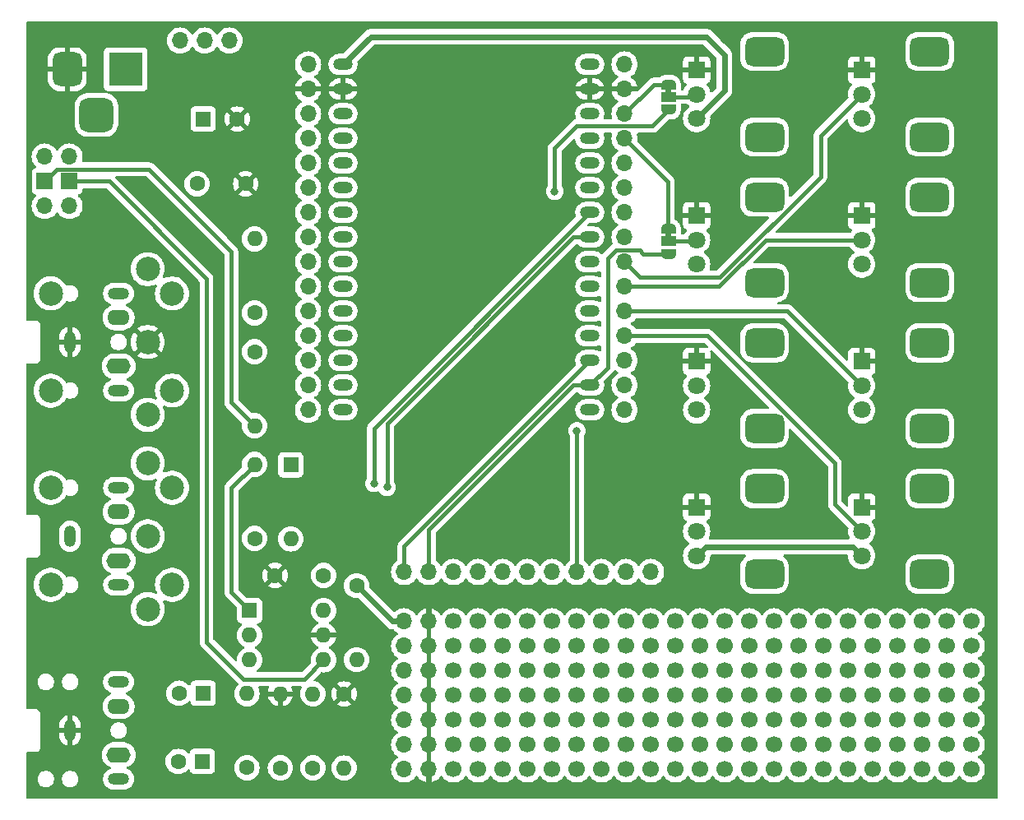
<source format=gbr>
%TF.GenerationSoftware,KiCad,Pcbnew,8.0.5*%
%TF.CreationDate,2024-11-21T14:48:29+00:00*%
%TF.ProjectId,ESP32MozziExperimenterShield,45535033-324d-46f7-9a7a-694578706572,rev?*%
%TF.SameCoordinates,Original*%
%TF.FileFunction,Copper,L2,Bot*%
%TF.FilePolarity,Positive*%
%FSLAX46Y46*%
G04 Gerber Fmt 4.6, Leading zero omitted, Abs format (unit mm)*
G04 Created by KiCad (PCBNEW 8.0.5) date 2024-11-21 14:48:29*
%MOMM*%
%LPD*%
G01*
G04 APERTURE LIST*
G04 Aperture macros list*
%AMRoundRect*
0 Rectangle with rounded corners*
0 $1 Rounding radius*
0 $2 $3 $4 $5 $6 $7 $8 $9 X,Y pos of 4 corners*
0 Add a 4 corners polygon primitive as box body*
4,1,4,$2,$3,$4,$5,$6,$7,$8,$9,$2,$3,0*
0 Add four circle primitives for the rounded corners*
1,1,$1+$1,$2,$3*
1,1,$1+$1,$4,$5*
1,1,$1+$1,$6,$7*
1,1,$1+$1,$8,$9*
0 Add four rect primitives between the rounded corners*
20,1,$1+$1,$2,$3,$4,$5,0*
20,1,$1+$1,$4,$5,$6,$7,0*
20,1,$1+$1,$6,$7,$8,$9,0*
20,1,$1+$1,$8,$9,$2,$3,0*%
%AMFreePoly0*
4,1,19,0.550000,-0.750000,0.000000,-0.750000,0.000000,-0.744911,-0.071157,-0.744911,-0.207708,-0.704816,-0.327430,-0.627875,-0.420627,-0.520320,-0.479746,-0.390866,-0.500000,-0.250000,-0.500000,0.250000,-0.479746,0.390866,-0.420627,0.520320,-0.327430,0.627875,-0.207708,0.704816,-0.071157,0.744911,0.000000,0.744911,0.000000,0.750000,0.550000,0.750000,0.550000,-0.750000,0.550000,-0.750000,
$1*%
%AMFreePoly1*
4,1,19,0.000000,0.744911,0.071157,0.744911,0.207708,0.704816,0.327430,0.627875,0.420627,0.520320,0.479746,0.390866,0.500000,0.250000,0.500000,-0.250000,0.479746,-0.390866,0.420627,-0.520320,0.327430,-0.627875,0.207708,-0.704816,0.071157,-0.744911,0.000000,-0.744911,0.000000,-0.750000,-0.550000,-0.750000,-0.550000,0.750000,0.000000,0.750000,0.000000,0.744911,0.000000,0.744911,
$1*%
G04 Aperture macros list end*
%TA.AperFunction,EtchedComponent*%
%ADD10C,0.000000*%
%TD*%
%TA.AperFunction,ComponentPad*%
%ADD11C,1.700000*%
%TD*%
%TA.AperFunction,ComponentPad*%
%ADD12R,1.800000X1.800000*%
%TD*%
%TA.AperFunction,ComponentPad*%
%ADD13C,1.800000*%
%TD*%
%TA.AperFunction,ComponentPad*%
%ADD14RoundRect,0.750000X-1.250000X-0.750000X1.250000X-0.750000X1.250000X0.750000X-1.250000X0.750000X0*%
%TD*%
%TA.AperFunction,WasherPad*%
%ADD15C,2.499360*%
%TD*%
%TA.AperFunction,ComponentPad*%
%ADD16C,2.499360*%
%TD*%
%TA.AperFunction,ComponentPad*%
%ADD17C,1.600000*%
%TD*%
%TA.AperFunction,ComponentPad*%
%ADD18O,1.600000X1.600000*%
%TD*%
%TA.AperFunction,ComponentPad*%
%ADD19R,1.600000X1.600000*%
%TD*%
%TA.AperFunction,ComponentPad*%
%ADD20O,2.200000X1.200000*%
%TD*%
%TA.AperFunction,ComponentPad*%
%ADD21O,2.300000X1.600000*%
%TD*%
%TA.AperFunction,ComponentPad*%
%ADD22O,1.200000X2.200000*%
%TD*%
%TA.AperFunction,ComponentPad*%
%ADD23O,2.500000X1.600000*%
%TD*%
%TA.AperFunction,ComponentPad*%
%ADD24O,1.700000X1.700000*%
%TD*%
%TA.AperFunction,ComponentPad*%
%ADD25O,2.000000X1.200000*%
%TD*%
%TA.AperFunction,ComponentPad*%
%ADD26R,3.500000X3.500000*%
%TD*%
%TA.AperFunction,ComponentPad*%
%ADD27RoundRect,0.750000X-0.750000X-1.000000X0.750000X-1.000000X0.750000X1.000000X-0.750000X1.000000X0*%
%TD*%
%TA.AperFunction,ComponentPad*%
%ADD28RoundRect,0.875000X-0.875000X-0.875000X0.875000X-0.875000X0.875000X0.875000X-0.875000X0.875000X0*%
%TD*%
%TA.AperFunction,ComponentPad*%
%ADD29R,1.700000X1.700000*%
%TD*%
%TA.AperFunction,SMDPad,CuDef*%
%ADD30FreePoly0,270.000000*%
%TD*%
%TA.AperFunction,SMDPad,CuDef*%
%ADD31R,1.500000X1.000000*%
%TD*%
%TA.AperFunction,SMDPad,CuDef*%
%ADD32FreePoly1,270.000000*%
%TD*%
%TA.AperFunction,ViaPad*%
%ADD33C,0.800000*%
%TD*%
%TA.AperFunction,Conductor*%
%ADD34C,0.600000*%
%TD*%
%TA.AperFunction,Conductor*%
%ADD35C,0.400000*%
%TD*%
G04 APERTURE END LIST*
D10*
%TA.AperFunction,EtchedComponent*%
%TO.C,JP1*%
G36*
X116400000Y-72230000D02*
G01*
X115800000Y-72230000D01*
X115800000Y-71730000D01*
X116400000Y-71730000D01*
X116400000Y-72230000D01*
G37*
%TD.AperFunction*%
%TA.AperFunction,EtchedComponent*%
%TO.C,JP2*%
G36*
X116400000Y-57390000D02*
G01*
X115800000Y-57390000D01*
X115800000Y-56890000D01*
X116400000Y-56890000D01*
X116400000Y-57390000D01*
G37*
%TD.AperFunction*%
%TD*%
D11*
%TO.P,,1*%
%TO.N,N/C*%
X96520000Y-121920000D03*
%TD*%
%TO.P,,1*%
%TO.N,N/C*%
X144780000Y-111760000D03*
%TD*%
D12*
%TO.P,RV8,1,1*%
%TO.N,GND*%
X136000000Y-100000000D03*
D13*
%TO.P,RV8,2,2*%
%TO.N,/RV8*%
X136000000Y-102500000D03*
%TO.P,RV8,3,3*%
%TO.N,+3V3*%
X136000000Y-105000000D03*
D14*
%TO.P,RV8,MP*%
%TO.N,N/C*%
X143000000Y-98100000D03*
X143000000Y-106900000D03*
%TD*%
D11*
%TO.P,,1*%
%TO.N,N/C*%
X99060000Y-114300000D03*
%TD*%
%TO.P,,1*%
%TO.N,N/C*%
X111760000Y-121920000D03*
%TD*%
%TO.P,,1*%
%TO.N,N/C*%
X147320000Y-124460000D03*
%TD*%
%TO.P,,1*%
%TO.N,N/C*%
X124460000Y-114300000D03*
%TD*%
%TO.P,,1*%
%TO.N,N/C*%
X119380000Y-124460000D03*
%TD*%
%TO.P,,1*%
%TO.N,N/C*%
X121920000Y-111760000D03*
%TD*%
%TO.P,,1*%
%TO.N,N/C*%
X106680000Y-127000000D03*
%TD*%
%TO.P,,1*%
%TO.N,N/C*%
X142240000Y-127000000D03*
%TD*%
D15*
%TO.P,J8,*%
%TO.N,*%
X52502300Y-97998740D03*
X52502300Y-108001260D03*
D16*
%TO.P,J8,1*%
%TO.N,unconnected-(J8-Pad1)*%
X62497200Y-110498080D03*
%TO.P,J8,2*%
%TO.N,unconnected-(J8-Pad2)*%
X62499740Y-103000000D03*
%TO.P,J8,3*%
%TO.N,unconnected-(J8-Pad3)*%
X62497200Y-95501920D03*
%TO.P,J8,4*%
%TO.N,Net-(J6-PadR)*%
X64999100Y-107996180D03*
%TO.P,J8,5*%
%TO.N,Net-(D2-A)*%
X64999100Y-98003820D03*
%TD*%
D11*
%TO.P,,1*%
%TO.N,N/C*%
X137160000Y-124460000D03*
%TD*%
%TO.P,,1*%
%TO.N,N/C*%
X119380000Y-116840000D03*
%TD*%
%TO.P,,1*%
%TO.N,N/C*%
X144780000Y-116840000D03*
%TD*%
%TO.P,,1*%
%TO.N,N/C*%
X147320000Y-116840000D03*
%TD*%
%TO.P,,1*%
%TO.N,N/C*%
X139700000Y-124460000D03*
%TD*%
%TO.P,,1*%
%TO.N,N/C*%
X119380000Y-114300000D03*
%TD*%
%TO.P,,1*%
%TO.N,N/C*%
X109220000Y-116840000D03*
%TD*%
%TO.P,,1*%
%TO.N,N/C*%
X127000000Y-111760000D03*
%TD*%
%TO.P,,1*%
%TO.N,N/C*%
X106680000Y-124460000D03*
%TD*%
%TO.P,,1*%
%TO.N,N/C*%
X109220000Y-121920000D03*
%TD*%
D17*
%TO.P,R7,1*%
%TO.N,GND*%
X82710000Y-119230000D03*
D18*
%TO.P,R7,2*%
%TO.N,Net-(C3-Pad1)*%
X82710000Y-126850000D03*
%TD*%
D19*
%TO.P,D2,1,K*%
%TO.N,Net-(D2-K)*%
X77220000Y-95650000D03*
D18*
%TO.P,D2,2,A*%
%TO.N,Net-(D2-A)*%
X77220000Y-103270000D03*
%TD*%
D11*
%TO.P,,1*%
%TO.N,N/C*%
X147320000Y-121920000D03*
%TD*%
%TO.P,,1*%
%TO.N,N/C*%
X93980000Y-121920000D03*
%TD*%
%TO.P,,1*%
%TO.N,N/C*%
X124460000Y-116840000D03*
%TD*%
D17*
%TO.P,R2,1*%
%TO.N,Net-(C1-Pad1)*%
X72710000Y-126830000D03*
D18*
%TO.P,R2,2*%
%TO.N,/A_OUT_R*%
X72710000Y-119210000D03*
%TD*%
D11*
%TO.P,,1*%
%TO.N,N/C*%
X116840000Y-114300000D03*
%TD*%
%TO.P,,1*%
%TO.N,N/C*%
X139700000Y-127000000D03*
%TD*%
D12*
%TO.P,RV3,1,1*%
%TO.N,GND*%
X119000000Y-85000000D03*
D13*
%TO.P,RV3,2,2*%
%TO.N,/RV3*%
X119000000Y-87500000D03*
%TO.P,RV3,3,3*%
%TO.N,+3V3*%
X119000000Y-90000000D03*
D14*
%TO.P,RV3,MP*%
%TO.N,N/C*%
X126000000Y-83100000D03*
X126000000Y-91900000D03*
%TD*%
D12*
%TO.P,RV4,1,1*%
%TO.N,GND*%
X119000000Y-100000000D03*
D13*
%TO.P,RV4,2,2*%
%TO.N,/RV4*%
X119000000Y-102500000D03*
%TO.P,RV4,3,3*%
%TO.N,+3V3*%
X119000000Y-105000000D03*
D14*
%TO.P,RV4,MP*%
%TO.N,N/C*%
X126000000Y-98100000D03*
X126000000Y-106900000D03*
%TD*%
D11*
%TO.P,,1*%
%TO.N,N/C*%
X134620000Y-127000000D03*
%TD*%
%TO.P,,1*%
%TO.N,N/C*%
X121920000Y-124460000D03*
%TD*%
%TO.P,,1*%
%TO.N,N/C*%
X116840000Y-111760000D03*
%TD*%
%TO.P,,1*%
%TO.N,N/C*%
X119380000Y-121920000D03*
%TD*%
%TO.P,,1*%
%TO.N,N/C*%
X104140000Y-116840000D03*
%TD*%
%TO.P,,1*%
%TO.N,N/C*%
X134620000Y-116840000D03*
%TD*%
%TO.P,,1*%
%TO.N,N/C*%
X96520000Y-119380000D03*
%TD*%
%TO.P,,1*%
%TO.N,N/C*%
X121920000Y-114300000D03*
%TD*%
%TO.P,,1*%
%TO.N,N/C*%
X101600000Y-119380000D03*
%TD*%
D19*
%TO.P,C4,1*%
%TO.N,VCC*%
X68210000Y-60050000D03*
D17*
%TO.P,C4,2*%
%TO.N,GND*%
X71710000Y-60050000D03*
%TD*%
D11*
%TO.P,,1*%
%TO.N,N/C*%
X137160000Y-116840000D03*
%TD*%
%TO.P,,1*%
%TO.N,N/C*%
X109220000Y-124460000D03*
%TD*%
%TO.P,,1*%
%TO.N,N/C*%
X144780000Y-114300000D03*
%TD*%
%TO.P,,1*%
%TO.N,N/C*%
X142240000Y-121920000D03*
%TD*%
D20*
%TO.P,J6,R*%
%TO.N,Net-(J6-PadR)*%
X59500000Y-98000000D03*
D21*
%TO.P,J6,RN*%
%TO.N,N/C*%
X59500000Y-100500000D03*
D22*
%TO.P,J6,S*%
%TO.N,unconnected-(J6-PadS)*%
X54500000Y-103000000D03*
D20*
%TO.P,J6,T*%
%TO.N,Net-(D2-A)*%
X59500000Y-108000000D03*
D23*
%TO.P,J6,TN*%
%TO.N,N/C*%
X59500000Y-105500000D03*
%TD*%
D24*
%TO.P,J10,1,Pin_1*%
%TO.N,GND*%
X91440000Y-111760000D03*
%TO.P,J10,2,Pin_2*%
X91440000Y-114300000D03*
%TO.P,J10,3,Pin_3*%
X91440000Y-116840000D03*
%TO.P,J10,4,Pin_4*%
X91440000Y-119380000D03*
%TO.P,J10,5,Pin_5*%
X91440000Y-121920000D03*
%TO.P,J10,6,Pin_6*%
X91440000Y-124460000D03*
%TO.P,J10,7,Pin_7*%
X91440000Y-127000000D03*
%TD*%
D11*
%TO.P,,1*%
%TO.N,N/C*%
X116840000Y-116840000D03*
%TD*%
D17*
%TO.P,R9,1*%
%TO.N,Net-(J7-PadR)*%
X73500000Y-80000000D03*
D18*
%TO.P,R9,2*%
%TO.N,+3V3*%
X73500000Y-72380000D03*
%TD*%
D11*
%TO.P,,1*%
%TO.N,N/C*%
X121920000Y-116840000D03*
%TD*%
%TO.P,,1*%
%TO.N,N/C*%
X119380000Y-119380000D03*
%TD*%
%TO.P,,1*%
%TO.N,N/C*%
X147320000Y-114300000D03*
%TD*%
D25*
%TO.P,U1,1,EN*%
%TO.N,Net-(J1-Pin_1)*%
X108000000Y-90000000D03*
%TO.P,U1,2,SENSOR_VP/GPIO36/ADC1_CH0*%
%TO.N,/GPIO36*%
X108000000Y-87460000D03*
%TO.P,U1,3,SENSOR_VN/GPIO39/ADC1_CH3*%
%TO.N,/GPIO39*%
X108000000Y-84920000D03*
%TO.P,U1,4,VDET_1/GPIO34/ADC1_CH6*%
%TO.N,/RV8*%
X108000000Y-82380000D03*
%TO.P,U1,5,VDET_2/GPIO35/ADC1_CH7*%
%TO.N,/RV7*%
X108000000Y-79840000D03*
%TO.P,U1,6,32K_XP/GPIO32/ADC1_CH4*%
%TO.N,/RV6*%
X108000000Y-77300000D03*
%TO.P,U1,7,32K_XN/GPIO33/ADC1_CH5*%
%TO.N,/RV5*%
X108000000Y-74760000D03*
%TO.P,U1,8,DAC_1/ADC2_CH8/GPIO25*%
%TO.N,/A_OUT_L*%
X108000000Y-72220000D03*
%TO.P,U1,9,DAC_2/ADC2_CH9/GPIO26*%
%TO.N,/A_OUT_R*%
X108000000Y-69680000D03*
%TO.P,U1,10,ADC2_CH7/GPIO27*%
%TO.N,/RV4*%
X108000000Y-67140000D03*
%TO.P,U1,11,MTMS/GPIO14/ADC2_CH6*%
%TO.N,/RV3*%
X108000000Y-64600000D03*
%TO.P,U1,12,MTDI/GPIO12/ADC2_CH5*%
%TO.N,/GPIO12*%
X108000000Y-62060000D03*
%TO.P,U1,13,MTCK/GPIO13/ADC2_CH4*%
%TO.N,/GPIO13*%
X108000000Y-59520000D03*
%TO.P,U1,14,GND*%
%TO.N,GND*%
X108000000Y-56980000D03*
%TO.P,U1,15,VIN*%
%TO.N,VCC*%
X108000000Y-54440000D03*
%TO.P,U1,16,3V3*%
%TO.N,+3V3*%
X82600000Y-54440000D03*
%TO.P,U1,17,GND*%
%TO.N,GND*%
X82600000Y-56980000D03*
%TO.P,U1,18,MTDO/GPIO15/ADC2_CH3*%
%TO.N,/GPIO15*%
X82600000Y-59520000D03*
%TO.P,U1,19,ADC2_CH2/GPIO2*%
%TO.N,/GPIO2*%
X82600000Y-62060000D03*
%TO.P,U1,20,ADC2_CH0/GPIO4*%
%TO.N,/GPIO4*%
X82600000Y-64600000D03*
%TO.P,U1,21,RXD_2/GPIO16*%
%TO.N,/U1_RXD*%
X82600000Y-67140000D03*
%TO.P,U1,22,TXD_2/GPIO17*%
%TO.N,/U1_TXD*%
X82600000Y-69680000D03*
%TO.P,U1,23,GPIO5*%
%TO.N,/GPIO5*%
X82600000Y-72220000D03*
%TO.P,U1,24,GPIO18*%
%TO.N,/GPIO18*%
X82600000Y-74760000D03*
%TO.P,U1,25,GPIO19*%
%TO.N,/GPIO19*%
X82600000Y-77300000D03*
%TO.P,U1,26,GPIO21*%
%TO.N,/GPIO21*%
X82600000Y-79840000D03*
%TO.P,U1,27,U0RXD/GPIO3*%
%TO.N,/U0_RXD*%
X82600000Y-82380000D03*
%TO.P,U1,28,U0TXD/GPIO1*%
%TO.N,/U0_TXD*%
X82600000Y-84920000D03*
%TO.P,U1,29,GPIO22*%
%TO.N,/GPIO22*%
X82600000Y-87460000D03*
%TO.P,U1,30,GPIO23*%
%TO.N,/GPIO23*%
X82600000Y-90000000D03*
%TD*%
D17*
%TO.P,R6,1*%
%TO.N,Net-(C3-Pad1)*%
X79500000Y-126840000D03*
D18*
%TO.P,R6,2*%
%TO.N,/A_OUT_L*%
X79500000Y-119220000D03*
%TD*%
D20*
%TO.P,J5,R*%
%TO.N,Net-(C1-Pad2)*%
X59500000Y-118000000D03*
D21*
%TO.P,J5,RN*%
%TO.N,N/C*%
X59500000Y-120500000D03*
D22*
%TO.P,J5,S*%
%TO.N,GND*%
X54500000Y-123000000D03*
D20*
%TO.P,J5,T*%
%TO.N,Net-(C3-Pad2)*%
X59500000Y-128000000D03*
D23*
%TO.P,J5,TN*%
%TO.N,N/C*%
X59500000Y-125500000D03*
%TD*%
D11*
%TO.P,,1*%
%TO.N,N/C*%
X106680000Y-121920000D03*
%TD*%
%TO.P,,1*%
%TO.N,N/C*%
X99060000Y-121920000D03*
%TD*%
D20*
%TO.P,J7,R*%
%TO.N,Net-(J7-PadR)*%
X59500000Y-78000000D03*
D21*
%TO.P,J7,RN*%
%TO.N,N/C*%
X59500000Y-80500000D03*
D22*
%TO.P,J7,S*%
%TO.N,GND*%
X54500000Y-83000000D03*
D20*
%TO.P,J7,T*%
%TO.N,Net-(J7-PadT)*%
X59500000Y-88000000D03*
D23*
%TO.P,J7,TN*%
%TO.N,N/C*%
X59500000Y-85500000D03*
%TD*%
D11*
%TO.P,,1*%
%TO.N,N/C*%
X99060000Y-111760000D03*
%TD*%
D17*
%TO.P,R10,1*%
%TO.N,Net-(J7-PadT)*%
X73500000Y-84000000D03*
D18*
%TO.P,R10,2*%
%TO.N,Net-(J11-Pin_2)*%
X73500000Y-91620000D03*
%TD*%
D11*
%TO.P,,1*%
%TO.N,N/C*%
X124460000Y-124460000D03*
%TD*%
D26*
%TO.P,J3,1*%
%TO.N,Net-(SW1-A)*%
X60220000Y-54922500D03*
D27*
%TO.P,J3,2*%
%TO.N,GND*%
X54220000Y-54922500D03*
D28*
%TO.P,J3,3*%
%TO.N,unconnected-(J3-Pad3)*%
X57220000Y-59622500D03*
%TD*%
D11*
%TO.P,,1*%
%TO.N,N/C*%
X96520000Y-114300000D03*
%TD*%
%TO.P,,1*%
%TO.N,N/C*%
X93980000Y-119380000D03*
%TD*%
%TO.P,,1*%
%TO.N,N/C*%
X127000000Y-121920000D03*
%TD*%
%TO.P,,1*%
%TO.N,N/C*%
X116840000Y-127000000D03*
%TD*%
%TO.P,,1*%
%TO.N,N/C*%
X132080000Y-127000000D03*
%TD*%
D24*
%TO.P,J13,1,Pin_1*%
%TO.N,/GPIO2*%
X114300000Y-106680000D03*
%TO.P,J13,2,Pin_2*%
%TO.N,/GPIO4*%
X111760000Y-106680000D03*
%TO.P,J13,3,Pin_3*%
%TO.N,/GPIO5*%
X109220000Y-106680000D03*
%TO.P,J13,4,Pin_4*%
%TO.N,/GPIO15*%
X106680000Y-106680000D03*
%TO.P,J13,5,Pin_5*%
%TO.N,/GPIO18*%
X104140000Y-106680000D03*
%TO.P,J13,6,Pin_6*%
%TO.N,/GPIO19*%
X101600000Y-106680000D03*
%TO.P,J13,7,Pin_7*%
%TO.N,/GPIO21*%
X99060000Y-106680000D03*
%TO.P,J13,8,Pin_8*%
%TO.N,/GPIO22*%
X96520000Y-106680000D03*
%TO.P,J13,9,Pin_9*%
%TO.N,/GPIO23*%
X93980000Y-106680000D03*
%TO.P,J13,10,Pin_10*%
%TO.N,/GPIO36*%
X91440000Y-106680000D03*
%TO.P,J13,11,Pin_11*%
%TO.N,/GPIO39*%
X88900000Y-106680000D03*
%TD*%
D11*
%TO.P,,1*%
%TO.N,N/C*%
X139700000Y-114300000D03*
%TD*%
%TO.P,,1*%
%TO.N,N/C*%
X96520000Y-127000000D03*
%TD*%
%TO.P,,1*%
%TO.N,N/C*%
X93980000Y-111760000D03*
%TD*%
%TO.P,,1*%
%TO.N,N/C*%
X137160000Y-121920000D03*
%TD*%
%TO.P,,1*%
%TO.N,N/C*%
X142240000Y-116840000D03*
%TD*%
D12*
%TO.P,RV7,1,1*%
%TO.N,GND*%
X136000000Y-85000000D03*
D13*
%TO.P,RV7,2,2*%
%TO.N,/RV7*%
X136000000Y-87500000D03*
%TO.P,RV7,3,3*%
%TO.N,+3V3*%
X136000000Y-90000000D03*
D14*
%TO.P,RV7,MP*%
%TO.N,N/C*%
X143000000Y-83100000D03*
X143000000Y-91900000D03*
%TD*%
D11*
%TO.P,,1*%
%TO.N,N/C*%
X142240000Y-119380000D03*
%TD*%
%TO.P,,1*%
%TO.N,N/C*%
X111760000Y-119380000D03*
%TD*%
%TO.P,,1*%
%TO.N,N/C*%
X109220000Y-119380000D03*
%TD*%
%TO.P,,1*%
%TO.N,N/C*%
X124460000Y-127000000D03*
%TD*%
%TO.P,,1*%
%TO.N,N/C*%
X127000000Y-124460000D03*
%TD*%
%TO.P,,1*%
%TO.N,N/C*%
X93980000Y-116840000D03*
%TD*%
D17*
%TO.P,C6,1*%
%TO.N,+3V3*%
X80600000Y-107030000D03*
%TO.P,C6,2*%
%TO.N,GND*%
X75600000Y-107030000D03*
%TD*%
D11*
%TO.P,,1*%
%TO.N,N/C*%
X124460000Y-121920000D03*
%TD*%
D12*
%TO.P,RV6,1,1*%
%TO.N,GND*%
X136000000Y-70000000D03*
D13*
%TO.P,RV6,2,2*%
%TO.N,/RV6*%
X136000000Y-72500000D03*
%TO.P,RV6,3,3*%
%TO.N,+3V3*%
X136000000Y-75000000D03*
D14*
%TO.P,RV6,MP*%
%TO.N,N/C*%
X143000000Y-68100000D03*
X143000000Y-76900000D03*
%TD*%
D11*
%TO.P,,1*%
%TO.N,N/C*%
X109220000Y-114300000D03*
%TD*%
%TO.P,,1*%
%TO.N,N/C*%
X137160000Y-119380000D03*
%TD*%
%TO.P,,1*%
%TO.N,N/C*%
X116840000Y-119380000D03*
%TD*%
%TO.P,,1*%
%TO.N,N/C*%
X147320000Y-119380000D03*
%TD*%
%TO.P,,1*%
%TO.N,N/C*%
X129540000Y-121920000D03*
%TD*%
%TO.P,,1*%
%TO.N,N/C*%
X101600000Y-116840000D03*
%TD*%
%TO.P,,1*%
%TO.N,N/C*%
X101600000Y-121920000D03*
%TD*%
%TO.P,,1*%
%TO.N,N/C*%
X139700000Y-116840000D03*
%TD*%
%TO.P,,1*%
%TO.N,N/C*%
X119380000Y-111760000D03*
%TD*%
%TO.P,,1*%
%TO.N,N/C*%
X104140000Y-119380000D03*
%TD*%
%TO.P,,1*%
%TO.N,N/C*%
X139700000Y-119380000D03*
%TD*%
%TO.P,,1*%
%TO.N,N/C*%
X96520000Y-124460000D03*
%TD*%
%TO.P,,1*%
%TO.N,N/C*%
X129540000Y-124460000D03*
%TD*%
%TO.P,,1*%
%TO.N,N/C*%
X101600000Y-111760000D03*
%TD*%
D17*
%TO.P,R11,1*%
%TO.N,+3V3*%
X84000000Y-108080000D03*
D18*
%TO.P,R11,2*%
%TO.N,Net-(J12-Pin_2)*%
X84000000Y-115700000D03*
%TD*%
D11*
%TO.P,,1*%
%TO.N,N/C*%
X101600000Y-114300000D03*
%TD*%
%TO.P,,1*%
%TO.N,N/C*%
X106680000Y-119380000D03*
%TD*%
%TO.P,,1*%
%TO.N,N/C*%
X129540000Y-116840000D03*
%TD*%
%TO.P,,1*%
%TO.N,N/C*%
X127000000Y-119380000D03*
%TD*%
%TO.P,,1*%
%TO.N,N/C*%
X142240000Y-111760000D03*
%TD*%
%TO.P,,1*%
%TO.N,N/C*%
X132080000Y-116840000D03*
%TD*%
%TO.P,,1*%
%TO.N,N/C*%
X139700000Y-111760000D03*
%TD*%
%TO.P,,1*%
%TO.N,N/C*%
X106680000Y-111760000D03*
%TD*%
%TO.P,,1*%
%TO.N,N/C*%
X114300000Y-111760000D03*
%TD*%
%TO.P,,1*%
%TO.N,N/C*%
X101600000Y-124460000D03*
%TD*%
%TO.P,,1*%
%TO.N,N/C*%
X104140000Y-124460000D03*
%TD*%
%TO.P,,1*%
%TO.N,N/C*%
X111760000Y-116840000D03*
%TD*%
D24*
%TO.P,J2,1,Pin_1*%
%TO.N,/GPIO23*%
X79000000Y-90000000D03*
%TO.P,J2,2,Pin_2*%
%TO.N,/GPIO22*%
X79000000Y-87460000D03*
%TO.P,J2,3,Pin_3*%
%TO.N,/U0_TXD*%
X79000000Y-84920000D03*
%TO.P,J2,4,Pin_4*%
%TO.N,/U0_RXD*%
X79000000Y-82380000D03*
%TO.P,J2,5,Pin_5*%
%TO.N,/GPIO21*%
X79000000Y-79840000D03*
%TO.P,J2,6,Pin_6*%
%TO.N,/GPIO19*%
X79000000Y-77300000D03*
%TO.P,J2,7,Pin_7*%
%TO.N,/GPIO18*%
X79000000Y-74760000D03*
%TO.P,J2,8,Pin_8*%
%TO.N,/GPIO5*%
X79000000Y-72220000D03*
%TO.P,J2,9,Pin_9*%
%TO.N,/U1_TXD*%
X79000000Y-69680000D03*
%TO.P,J2,10,Pin_10*%
%TO.N,/U1_RXD*%
X79000000Y-67140000D03*
%TO.P,J2,11,Pin_11*%
%TO.N,/GPIO4*%
X79000000Y-64600000D03*
%TO.P,J2,12,Pin_12*%
%TO.N,/GPIO2*%
X79000000Y-62060000D03*
%TO.P,J2,13,Pin_13*%
%TO.N,/GPIO15*%
X79000000Y-59520000D03*
%TO.P,J2,14,Pin_14*%
%TO.N,GND*%
X79000000Y-56980000D03*
%TO.P,J2,15,Pin_15*%
%TO.N,+3V3*%
X79000000Y-54440000D03*
%TD*%
D11*
%TO.P,,1*%
%TO.N,N/C*%
X121920000Y-121920000D03*
%TD*%
%TO.P,,1*%
%TO.N,N/C*%
X144780000Y-124460000D03*
%TD*%
D19*
%TO.P,C3,1*%
%TO.N,Net-(C3-Pad1)*%
X68127626Y-126180000D03*
D17*
%TO.P,C3,2*%
%TO.N,Net-(C3-Pad2)*%
X65627626Y-126180000D03*
%TD*%
D11*
%TO.P,,1*%
%TO.N,N/C*%
X111760000Y-111760000D03*
%TD*%
%TO.P,,1*%
%TO.N,N/C*%
X134620000Y-121920000D03*
%TD*%
%TO.P,,1*%
%TO.N,N/C*%
X106680000Y-114300000D03*
%TD*%
%TO.P,,1*%
%TO.N,N/C*%
X114300000Y-119380000D03*
%TD*%
%TO.P,,1*%
%TO.N,N/C*%
X132080000Y-119380000D03*
%TD*%
%TO.P,,1*%
%TO.N,N/C*%
X132080000Y-111760000D03*
%TD*%
D12*
%TO.P,RV5,1,1*%
%TO.N,GND*%
X136000000Y-55000000D03*
D13*
%TO.P,RV5,2,2*%
%TO.N,/RV5*%
X136000000Y-57500000D03*
%TO.P,RV5,3,3*%
%TO.N,+3V3*%
X136000000Y-60000000D03*
D14*
%TO.P,RV5,MP*%
%TO.N,N/C*%
X143000000Y-53100000D03*
X143000000Y-61900000D03*
%TD*%
D19*
%TO.P,U2,1*%
%TO.N,Net-(D2-K)*%
X72980000Y-110640000D03*
D18*
%TO.P,U2,2*%
%TO.N,Net-(D2-A)*%
X72980000Y-113180000D03*
%TO.P,U2,3*%
%TO.N,unconnected-(U2-Pad3)*%
X72980000Y-115720000D03*
%TO.P,U2,4*%
%TO.N,Net-(J12-Pin_2)*%
X80600000Y-115720000D03*
%TO.P,U2,5*%
%TO.N,GND*%
X80600000Y-113180000D03*
%TO.P,U2,6*%
%TO.N,+3V3*%
X80600000Y-110640000D03*
%TD*%
D24*
%TO.P,J12,1,Pin_1*%
%TO.N,/U0_RXD*%
X54440000Y-69000000D03*
D29*
%TO.P,J12,2,Pin_2*%
%TO.N,Net-(J12-Pin_2)*%
X54440000Y-66460000D03*
D24*
%TO.P,J12,3,Pin_3*%
%TO.N,/U1_RXD*%
X54440000Y-63920000D03*
%TD*%
D11*
%TO.P,,1*%
%TO.N,N/C*%
X129540000Y-114300000D03*
%TD*%
%TO.P,,1*%
%TO.N,N/C*%
X144780000Y-127000000D03*
%TD*%
%TO.P,,1*%
%TO.N,N/C*%
X99060000Y-124460000D03*
%TD*%
%TO.P,,1*%
%TO.N,N/C*%
X114300000Y-121920000D03*
%TD*%
%TO.P,,1*%
%TO.N,N/C*%
X111760000Y-127000000D03*
%TD*%
%TO.P,,1*%
%TO.N,N/C*%
X109220000Y-127000000D03*
%TD*%
%TO.P,,1*%
%TO.N,N/C*%
X142240000Y-114300000D03*
%TD*%
%TO.P,,1*%
%TO.N,N/C*%
X96520000Y-111760000D03*
%TD*%
%TO.P,,1*%
%TO.N,N/C*%
X139700000Y-121920000D03*
%TD*%
D17*
%TO.P,R1,1*%
%TO.N,Net-(C1-Pad1)*%
X76150000Y-126840000D03*
D18*
%TO.P,R1,2*%
%TO.N,GND*%
X76150000Y-119220000D03*
%TD*%
D11*
%TO.P,,1*%
%TO.N,N/C*%
X119380000Y-127000000D03*
%TD*%
%TO.P,,1*%
%TO.N,N/C*%
X101600000Y-127000000D03*
%TD*%
%TO.P,,1*%
%TO.N,N/C*%
X124460000Y-119380000D03*
%TD*%
%TO.P,,1*%
%TO.N,N/C*%
X93980000Y-114300000D03*
%TD*%
D17*
%TO.P,R8,1*%
%TO.N,Net-(J6-PadR)*%
X73500000Y-103220000D03*
D18*
%TO.P,R8,2*%
%TO.N,Net-(D2-K)*%
X73500000Y-95600000D03*
%TD*%
D11*
%TO.P,,1*%
%TO.N,N/C*%
X147320000Y-127000000D03*
%TD*%
%TO.P,,1*%
%TO.N,N/C*%
X137160000Y-111760000D03*
%TD*%
%TO.P,,1*%
%TO.N,N/C*%
X144780000Y-121920000D03*
%TD*%
%TO.P,,1*%
%TO.N,N/C*%
X132080000Y-124460000D03*
%TD*%
D24*
%TO.P,SW1,1,A*%
%TO.N,Net-(SW1-A)*%
X65820000Y-51970000D03*
%TO.P,SW1,2,B*%
%TO.N,VCC*%
X68360000Y-51970000D03*
%TO.P,SW1,3*%
%TO.N,N/C*%
X70900000Y-51970000D03*
%TD*%
D11*
%TO.P,,1*%
%TO.N,N/C*%
X104140000Y-121920000D03*
%TD*%
%TO.P,,1*%
%TO.N,N/C*%
X109220000Y-111760000D03*
%TD*%
%TO.P,,1*%
%TO.N,N/C*%
X121920000Y-127000000D03*
%TD*%
D17*
%TO.P,C5,1*%
%TO.N,VCC*%
X67580000Y-66720000D03*
%TO.P,C5,2*%
%TO.N,GND*%
X72580000Y-66720000D03*
%TD*%
D11*
%TO.P,,1*%
%TO.N,N/C*%
X129540000Y-111760000D03*
%TD*%
%TO.P,,1*%
%TO.N,N/C*%
X132080000Y-114300000D03*
%TD*%
%TO.P,,1*%
%TO.N,N/C*%
X127000000Y-114300000D03*
%TD*%
%TO.P,,1*%
%TO.N,N/C*%
X104140000Y-127000000D03*
%TD*%
D24*
%TO.P,J1,1,Pin_1*%
%TO.N,Net-(J1-Pin_1)*%
X111580000Y-90000000D03*
%TO.P,J1,2,Pin_2*%
%TO.N,/GPIO36*%
X111580000Y-87460000D03*
%TO.P,J1,3,Pin_3*%
%TO.N,/GPIO39*%
X111580000Y-84920000D03*
%TO.P,J1,4,Pin_4*%
%TO.N,/RV8*%
X111580000Y-82380000D03*
%TO.P,J1,5,Pin_5*%
%TO.N,/RV7*%
X111580000Y-79840000D03*
%TO.P,J1,6,Pin_6*%
%TO.N,/RV6*%
X111580000Y-77300000D03*
%TO.P,J1,7,Pin_7*%
%TO.N,/RV5*%
X111580000Y-74760000D03*
%TO.P,J1,8,Pin_8*%
%TO.N,/A_OUT_L*%
X111580000Y-72220000D03*
%TO.P,J1,9,Pin_9*%
%TO.N,/A_OUT_R*%
X111580000Y-69680000D03*
%TO.P,J1,10,Pin_10*%
%TO.N,/RV4*%
X111580000Y-67140000D03*
%TO.P,J1,11,Pin_11*%
%TO.N,/RV3*%
X111580000Y-64600000D03*
%TO.P,J1,12,Pin_12*%
%TO.N,/GPIO12*%
X111580000Y-62060000D03*
%TO.P,J1,13,Pin_13*%
%TO.N,/GPIO13*%
X111580000Y-59520000D03*
%TO.P,J1,14,Pin_14*%
%TO.N,GND*%
X111580000Y-56980000D03*
%TO.P,J1,15,Pin_15*%
%TO.N,VCC*%
X111580000Y-54440000D03*
%TD*%
D15*
%TO.P,J9,*%
%TO.N,*%
X52502300Y-77998740D03*
X52502300Y-88001260D03*
D16*
%TO.P,J9,1*%
%TO.N,unconnected-(J9-Pad1)*%
X62497200Y-90498080D03*
%TO.P,J9,2*%
%TO.N,GND*%
X62499740Y-83000000D03*
%TO.P,J9,3*%
%TO.N,unconnected-(J9-Pad3)*%
X62497200Y-75501920D03*
%TO.P,J9,4*%
%TO.N,Net-(J7-PadR)*%
X64999100Y-87996180D03*
%TO.P,J9,5*%
%TO.N,Net-(J7-PadT)*%
X64999100Y-78003820D03*
%TD*%
D11*
%TO.P,,1*%
%TO.N,N/C*%
X99060000Y-127000000D03*
%TD*%
%TO.P,,1*%
%TO.N,N/C*%
X93980000Y-127000000D03*
%TD*%
%TO.P,,1*%
%TO.N,N/C*%
X134620000Y-124460000D03*
%TD*%
%TO.P,,1*%
%TO.N,N/C*%
X129540000Y-119380000D03*
%TD*%
%TO.P,,1*%
%TO.N,N/C*%
X106680000Y-116840000D03*
%TD*%
%TO.P,,1*%
%TO.N,N/C*%
X121920000Y-119380000D03*
%TD*%
%TO.P,,1*%
%TO.N,N/C*%
X127000000Y-116840000D03*
%TD*%
D24*
%TO.P,J4,1,Pin_1*%
%TO.N,+3V3*%
X88900000Y-111760000D03*
%TO.P,J4,2,Pin_2*%
X88900000Y-114300000D03*
%TO.P,J4,3,Pin_3*%
X88900000Y-116840000D03*
%TO.P,J4,4,Pin_4*%
X88900000Y-119380000D03*
%TO.P,J4,5,Pin_5*%
X88900000Y-121920000D03*
%TO.P,J4,6,Pin_6*%
X88900000Y-124460000D03*
%TO.P,J4,7,Pin_7*%
X88900000Y-127000000D03*
%TD*%
D11*
%TO.P,,1*%
%TO.N,N/C*%
X104140000Y-111760000D03*
%TD*%
%TO.P,,1*%
%TO.N,N/C*%
X144780000Y-119380000D03*
%TD*%
D19*
%TO.P,C1,1*%
%TO.N,Net-(C1-Pad1)*%
X68207626Y-119160000D03*
D17*
%TO.P,C1,2*%
%TO.N,Net-(C1-Pad2)*%
X65707626Y-119160000D03*
%TD*%
D11*
%TO.P,,1*%
%TO.N,N/C*%
X147320000Y-111760000D03*
%TD*%
%TO.P,,1*%
%TO.N,N/C*%
X132080000Y-121920000D03*
%TD*%
D12*
%TO.P,RV1,1,1*%
%TO.N,GND*%
X119000000Y-55000000D03*
D13*
%TO.P,RV1,2,2*%
%TO.N,/RV1*%
X119000000Y-57500000D03*
%TO.P,RV1,3,3*%
%TO.N,+3V3*%
X119000000Y-60000000D03*
D14*
%TO.P,RV1,MP*%
%TO.N,N/C*%
X126000000Y-53100000D03*
X126000000Y-61900000D03*
%TD*%
D11*
%TO.P,,1*%
%TO.N,N/C*%
X111760000Y-114300000D03*
%TD*%
%TO.P,,1*%
%TO.N,N/C*%
X116840000Y-124460000D03*
%TD*%
%TO.P,,1*%
%TO.N,N/C*%
X142240000Y-124460000D03*
%TD*%
%TO.P,,1*%
%TO.N,N/C*%
X96520000Y-116840000D03*
%TD*%
%TO.P,,1*%
%TO.N,N/C*%
X93980000Y-124460000D03*
%TD*%
%TO.P,,1*%
%TO.N,N/C*%
X104140000Y-114300000D03*
%TD*%
%TO.P,,1*%
%TO.N,N/C*%
X134620000Y-111760000D03*
%TD*%
%TO.P,,1*%
%TO.N,N/C*%
X137160000Y-114300000D03*
%TD*%
%TO.P,,1*%
%TO.N,N/C*%
X134620000Y-119380000D03*
%TD*%
D24*
%TO.P,J11,1,Pin_1*%
%TO.N,/U0_TXD*%
X51900000Y-69000000D03*
D29*
%TO.P,J11,2,Pin_2*%
%TO.N,Net-(J11-Pin_2)*%
X51900000Y-66460000D03*
D24*
%TO.P,J11,3,Pin_3*%
%TO.N,/U1_TXD*%
X51900000Y-63920000D03*
%TD*%
D11*
%TO.P,,1*%
%TO.N,N/C*%
X134620000Y-114300000D03*
%TD*%
%TO.P,,1*%
%TO.N,N/C*%
X127000000Y-127000000D03*
%TD*%
%TO.P,,1*%
%TO.N,N/C*%
X99060000Y-116840000D03*
%TD*%
%TO.P,,1*%
%TO.N,N/C*%
X114300000Y-114300000D03*
%TD*%
%TO.P,,1*%
%TO.N,N/C*%
X99060000Y-119380000D03*
%TD*%
%TO.P,,1*%
%TO.N,N/C*%
X114300000Y-116840000D03*
%TD*%
%TO.P,,1*%
%TO.N,N/C*%
X129540000Y-127000000D03*
%TD*%
D12*
%TO.P,RV2,1,1*%
%TO.N,GND*%
X119000000Y-70000000D03*
D13*
%TO.P,RV2,2,2*%
%TO.N,/RV2*%
X119000000Y-72500000D03*
%TO.P,RV2,3,3*%
%TO.N,+3V3*%
X119000000Y-75000000D03*
D14*
%TO.P,RV2,MP*%
%TO.N,N/C*%
X126000000Y-68100000D03*
X126000000Y-76900000D03*
%TD*%
D11*
%TO.P,,1*%
%TO.N,N/C*%
X114300000Y-124460000D03*
%TD*%
%TO.P,,1*%
%TO.N,N/C*%
X137160000Y-127000000D03*
%TD*%
%TO.P,,1*%
%TO.N,N/C*%
X124460000Y-111760000D03*
%TD*%
%TO.P,,1*%
%TO.N,N/C*%
X111760000Y-124460000D03*
%TD*%
%TO.P,,1*%
%TO.N,N/C*%
X114300000Y-127000000D03*
%TD*%
%TO.P,,1*%
%TO.N,N/C*%
X116840000Y-121920000D03*
%TD*%
D30*
%TO.P,JP1,1,A*%
%TO.N,/GPIO12*%
X116100000Y-71330000D03*
D31*
%TO.P,JP1,2,C*%
%TO.N,/RV2*%
X116100000Y-72630000D03*
D32*
%TO.P,JP1,3,B*%
%TO.N,/GPIO36*%
X116100000Y-73930000D03*
%TD*%
D30*
%TO.P,JP2,1,A*%
%TO.N,/GPIO13*%
X116100000Y-56490000D03*
D31*
%TO.P,JP2,2,C*%
%TO.N,/RV1*%
X116100000Y-57790000D03*
D32*
%TO.P,JP2,3,B*%
%TO.N,/GPIO39*%
X116100000Y-59090000D03*
%TD*%
D33*
%TO.N,GND*%
X116800000Y-81130000D03*
X77330000Y-116450000D03*
X92730000Y-103460000D03*
X142640000Y-72420000D03*
X121800000Y-106220000D03*
X94810000Y-77270000D03*
X70340000Y-110770000D03*
X65870000Y-115100000D03*
X86020000Y-106350000D03*
X116120000Y-62360000D03*
X66690000Y-93010000D03*
X142640000Y-102450000D03*
X116420000Y-103720000D03*
X142950000Y-87480000D03*
X70380000Y-93010000D03*
X75960000Y-113100000D03*
X72700000Y-81940000D03*
X65910000Y-110770000D03*
X66940000Y-81970000D03*
X130880000Y-106250000D03*
X66400000Y-121280000D03*
X80370000Y-98600000D03*
X101580000Y-84130000D03*
%TO.N,/A_OUT_L*%
X87126471Y-97960000D03*
%TO.N,/A_OUT_R*%
X85790000Y-97570000D03*
%TO.N,/GPIO39*%
X104380000Y-67490000D03*
%TO.N,/GPIO15*%
X106680000Y-92150000D03*
%TD*%
D34*
%TO.N,GND*%
X91440000Y-127000000D02*
X91440000Y-128790000D01*
X91440000Y-111760000D02*
X91440000Y-110180000D01*
%TO.N,+3V3*%
X85460000Y-51580000D02*
X120000000Y-51580000D01*
X87680000Y-111760000D02*
X84000000Y-108080000D01*
X121870000Y-53450000D02*
X121870000Y-57130000D01*
X119900000Y-104100000D02*
X135100000Y-104100000D01*
X82600000Y-54440000D02*
X85460000Y-51580000D01*
X121870000Y-57130000D02*
X119000000Y-60000000D01*
X88900000Y-111760000D02*
X87680000Y-111760000D01*
X120000000Y-51580000D02*
X121870000Y-53450000D01*
X135100000Y-104100000D02*
X136000000Y-105000000D01*
X119000000Y-105000000D02*
X119900000Y-104100000D01*
D35*
%TO.N,Net-(D2-K)*%
X73500000Y-95600000D02*
X71100000Y-98000000D01*
X71100000Y-98000000D02*
X71100000Y-108760000D01*
X71100000Y-108760000D02*
X72980000Y-110640000D01*
%TO.N,/RV1*%
X116107500Y-57790000D02*
X118710000Y-57790000D01*
X118710000Y-57790000D02*
X119000000Y-57500000D01*
%TO.N,/RV2*%
X118870000Y-72630000D02*
X119000000Y-72500000D01*
X116047500Y-72630000D02*
X118870000Y-72630000D01*
%TO.N,/RV5*%
X131745000Y-61755000D02*
X136000000Y-57500000D01*
X111580000Y-74760000D02*
X113160000Y-76340000D01*
X121386346Y-76340000D02*
X131745000Y-65981346D01*
X131745000Y-65981346D02*
X131745000Y-61755000D01*
X113160000Y-76340000D02*
X121386346Y-76340000D01*
%TO.N,/RV6*%
X121274874Y-77300000D02*
X111580000Y-77300000D01*
X126074874Y-72500000D02*
X121274874Y-77300000D01*
X136000000Y-72500000D02*
X126074874Y-72500000D01*
%TO.N,/RV8*%
X133230000Y-95503654D02*
X133230000Y-99730000D01*
X111580000Y-82380000D02*
X120106346Y-82380000D01*
X133230000Y-99730000D02*
X136000000Y-102500000D01*
X120106346Y-82380000D02*
X133230000Y-95503654D01*
%TO.N,/RV7*%
X111580000Y-79840000D02*
X128340000Y-79840000D01*
X128340000Y-79840000D02*
X136000000Y-87500000D01*
%TO.N,/A_OUT_L*%
X87126471Y-97960000D02*
X87126471Y-91402057D01*
X87126471Y-91402057D02*
X106308528Y-72220000D01*
X106308528Y-72220000D02*
X108000000Y-72220000D01*
%TO.N,/A_OUT_R*%
X85790000Y-91890000D02*
X108000000Y-69680000D01*
X85790000Y-97570000D02*
X85790000Y-91890000D01*
%TO.N,Net-(J11-Pin_2)*%
X51900000Y-66460000D02*
X53150000Y-65210000D01*
X71100000Y-73690000D02*
X71100000Y-89220000D01*
X71100000Y-89220000D02*
X73500000Y-91620000D01*
X53150000Y-65210000D02*
X62620000Y-65210000D01*
X62620000Y-65210000D02*
X71100000Y-73690000D01*
%TO.N,Net-(J12-Pin_2)*%
X54440000Y-66460000D02*
X58530000Y-66460000D01*
X58530000Y-66460000D02*
X68555000Y-76485000D01*
X68555000Y-76485000D02*
X68555000Y-113895000D01*
X68555000Y-113895000D02*
X72370000Y-117710000D01*
X72370000Y-117710000D02*
X78610000Y-117710000D01*
X78610000Y-117710000D02*
X80600000Y-115720000D01*
%TO.N,/GPIO39*%
X106640000Y-60770000D02*
X104380000Y-63030000D01*
X88900000Y-104020000D02*
X88900000Y-106680000D01*
X114427500Y-60770000D02*
X106640000Y-60770000D01*
X116107500Y-59090000D02*
X114427500Y-60770000D01*
X104380000Y-63030000D02*
X104380000Y-67490000D01*
X108000000Y-84920000D02*
X88900000Y-104020000D01*
%TO.N,/GPIO36*%
X110690000Y-73510000D02*
X109840000Y-74360000D01*
X113120000Y-73510000D02*
X110690000Y-73510000D01*
X113540000Y-73930000D02*
X113120000Y-73510000D01*
X109840000Y-85620000D02*
X108000000Y-87460000D01*
X109840000Y-74360000D02*
X109840000Y-85620000D01*
X106308528Y-87460000D02*
X91440000Y-102328528D01*
X116047500Y-73930000D02*
X113540000Y-73930000D01*
X108000000Y-87460000D02*
X106308528Y-87460000D01*
X91440000Y-102328528D02*
X91440000Y-106680000D01*
%TO.N,/GPIO15*%
X106680000Y-106680000D02*
X106680000Y-92150000D01*
%TO.N,/GPIO12*%
X111580000Y-62060000D02*
X116047500Y-66527500D01*
X116047500Y-66527500D02*
X116047500Y-71330000D01*
%TO.N,/GPIO13*%
X114610000Y-56490000D02*
X111580000Y-59520000D01*
X116107500Y-56490000D02*
X114610000Y-56490000D01*
%TD*%
%TA.AperFunction,Conductor*%
%TO.N,GND*%
G36*
X91690000Y-126566988D02*
G01*
X91632993Y-126534075D01*
X91505826Y-126500000D01*
X91374174Y-126500000D01*
X91247007Y-126534075D01*
X91190000Y-126566988D01*
X91190000Y-124893012D01*
X91247007Y-124925925D01*
X91374174Y-124960000D01*
X91505826Y-124960000D01*
X91632993Y-124925925D01*
X91690000Y-124893012D01*
X91690000Y-126566988D01*
G37*
%TD.AperFunction*%
%TA.AperFunction,Conductor*%
G36*
X91690000Y-124026988D02*
G01*
X91632993Y-123994075D01*
X91505826Y-123960000D01*
X91374174Y-123960000D01*
X91247007Y-123994075D01*
X91190000Y-124026988D01*
X91190000Y-122353012D01*
X91247007Y-122385925D01*
X91374174Y-122420000D01*
X91505826Y-122420000D01*
X91632993Y-122385925D01*
X91690000Y-122353012D01*
X91690000Y-124026988D01*
G37*
%TD.AperFunction*%
%TA.AperFunction,Conductor*%
G36*
X91690000Y-121486988D02*
G01*
X91632993Y-121454075D01*
X91505826Y-121420000D01*
X91374174Y-121420000D01*
X91247007Y-121454075D01*
X91190000Y-121486988D01*
X91190000Y-119813012D01*
X91247007Y-119845925D01*
X91374174Y-119880000D01*
X91505826Y-119880000D01*
X91632993Y-119845925D01*
X91690000Y-119813012D01*
X91690000Y-121486988D01*
G37*
%TD.AperFunction*%
%TA.AperFunction,Conductor*%
G36*
X91690000Y-118946988D02*
G01*
X91632993Y-118914075D01*
X91505826Y-118880000D01*
X91374174Y-118880000D01*
X91247007Y-118914075D01*
X91190000Y-118946988D01*
X91190000Y-117273012D01*
X91247007Y-117305925D01*
X91374174Y-117340000D01*
X91505826Y-117340000D01*
X91632993Y-117305925D01*
X91690000Y-117273012D01*
X91690000Y-118946988D01*
G37*
%TD.AperFunction*%
%TA.AperFunction,Conductor*%
G36*
X91690000Y-116406988D02*
G01*
X91632993Y-116374075D01*
X91505826Y-116340000D01*
X91374174Y-116340000D01*
X91247007Y-116374075D01*
X91190000Y-116406988D01*
X91190000Y-114733012D01*
X91247007Y-114765925D01*
X91374174Y-114800000D01*
X91505826Y-114800000D01*
X91632993Y-114765925D01*
X91690000Y-114733012D01*
X91690000Y-116406988D01*
G37*
%TD.AperFunction*%
%TA.AperFunction,Conductor*%
G36*
X91690000Y-113866988D02*
G01*
X91632993Y-113834075D01*
X91505826Y-113800000D01*
X91374174Y-113800000D01*
X91247007Y-113834075D01*
X91190000Y-113866988D01*
X91190000Y-112193012D01*
X91247007Y-112225925D01*
X91374174Y-112260000D01*
X91505826Y-112260000D01*
X91632993Y-112225925D01*
X91690000Y-112193012D01*
X91690000Y-113866988D01*
G37*
%TD.AperFunction*%
%TA.AperFunction,Conductor*%
G36*
X149943039Y-50019685D02*
G01*
X149988794Y-50072489D01*
X150000000Y-50124000D01*
X150000000Y-129876000D01*
X149980315Y-129943039D01*
X149927511Y-129988794D01*
X149876000Y-130000000D01*
X50124000Y-130000000D01*
X50056961Y-129980315D01*
X50011206Y-129927511D01*
X50000000Y-129876000D01*
X50000000Y-127916228D01*
X51149500Y-127916228D01*
X51149500Y-128083771D01*
X51182182Y-128248074D01*
X51182184Y-128248082D01*
X51246295Y-128402860D01*
X51339373Y-128542162D01*
X51457837Y-128660626D01*
X51550494Y-128722537D01*
X51597137Y-128753703D01*
X51751918Y-128817816D01*
X51916228Y-128850499D01*
X51916232Y-128850500D01*
X51916233Y-128850500D01*
X52083768Y-128850500D01*
X52083769Y-128850499D01*
X52248082Y-128817816D01*
X52402863Y-128753703D01*
X52542162Y-128660626D01*
X52660626Y-128542162D01*
X52753703Y-128402863D01*
X52817816Y-128248082D01*
X52850500Y-128083767D01*
X52850500Y-127916233D01*
X52850499Y-127916228D01*
X53649500Y-127916228D01*
X53649500Y-128083771D01*
X53682182Y-128248074D01*
X53682184Y-128248082D01*
X53746295Y-128402860D01*
X53839373Y-128542162D01*
X53957837Y-128660626D01*
X54050494Y-128722537D01*
X54097137Y-128753703D01*
X54251918Y-128817816D01*
X54416228Y-128850499D01*
X54416232Y-128850500D01*
X54416233Y-128850500D01*
X54583768Y-128850500D01*
X54583769Y-128850499D01*
X54748082Y-128817816D01*
X54902863Y-128753703D01*
X55042162Y-128660626D01*
X55160626Y-128542162D01*
X55253703Y-128402863D01*
X55317816Y-128248082D01*
X55350500Y-128083767D01*
X55350500Y-127916233D01*
X55317816Y-127751918D01*
X55253703Y-127597137D01*
X55190625Y-127502734D01*
X55160626Y-127457837D01*
X55042162Y-127339373D01*
X54902860Y-127246295D01*
X54748082Y-127182184D01*
X54748074Y-127182182D01*
X54583771Y-127149500D01*
X54583767Y-127149500D01*
X54416233Y-127149500D01*
X54416228Y-127149500D01*
X54251925Y-127182182D01*
X54251917Y-127182184D01*
X54097139Y-127246295D01*
X53957837Y-127339373D01*
X53839373Y-127457837D01*
X53746295Y-127597139D01*
X53682184Y-127751917D01*
X53682182Y-127751925D01*
X53649500Y-127916228D01*
X52850499Y-127916228D01*
X52817816Y-127751918D01*
X52753703Y-127597137D01*
X52690625Y-127502734D01*
X52660626Y-127457837D01*
X52542162Y-127339373D01*
X52402860Y-127246295D01*
X52248082Y-127182184D01*
X52248074Y-127182182D01*
X52083771Y-127149500D01*
X52083767Y-127149500D01*
X51916233Y-127149500D01*
X51916228Y-127149500D01*
X51751925Y-127182182D01*
X51751917Y-127182184D01*
X51597139Y-127246295D01*
X51457837Y-127339373D01*
X51339373Y-127457837D01*
X51246295Y-127597139D01*
X51182184Y-127751917D01*
X51182182Y-127751925D01*
X51149500Y-127916228D01*
X50000000Y-127916228D01*
X50000000Y-125397648D01*
X57749500Y-125397648D01*
X57749500Y-125602352D01*
X57749644Y-125603261D01*
X57781522Y-125804534D01*
X57844781Y-125999223D01*
X57908691Y-126124653D01*
X57936893Y-126180001D01*
X57937715Y-126181613D01*
X58058028Y-126347213D01*
X58202786Y-126491971D01*
X58351342Y-126599901D01*
X58368390Y-126612287D01*
X58550781Y-126705220D01*
X58624252Y-126729092D01*
X58681928Y-126768530D01*
X58709126Y-126832888D01*
X58697211Y-126901735D01*
X58649967Y-126953210D01*
X58624254Y-126964953D01*
X58612017Y-126968929D01*
X58577550Y-126980128D01*
X58423211Y-127058768D01*
X58383689Y-127087483D01*
X58283072Y-127160586D01*
X58283070Y-127160588D01*
X58283069Y-127160588D01*
X58160588Y-127283069D01*
X58160588Y-127283070D01*
X58160586Y-127283072D01*
X58119681Y-127339373D01*
X58058768Y-127423211D01*
X57980128Y-127577552D01*
X57926597Y-127742302D01*
X57911116Y-127840047D01*
X57899500Y-127913389D01*
X57899500Y-128086611D01*
X57905681Y-128125635D01*
X57913346Y-128174035D01*
X57926598Y-128257701D01*
X57980127Y-128422445D01*
X58058768Y-128576788D01*
X58160586Y-128716928D01*
X58283072Y-128839414D01*
X58423212Y-128941232D01*
X58577555Y-129019873D01*
X58742299Y-129073402D01*
X58913389Y-129100500D01*
X58913390Y-129100500D01*
X60086610Y-129100500D01*
X60086611Y-129100500D01*
X60257701Y-129073402D01*
X60422445Y-129019873D01*
X60576788Y-128941232D01*
X60716928Y-128839414D01*
X60839414Y-128716928D01*
X60941232Y-128576788D01*
X61019873Y-128422445D01*
X61073402Y-128257701D01*
X61100500Y-128086611D01*
X61100500Y-127913389D01*
X61073402Y-127742299D01*
X61019873Y-127577555D01*
X60941232Y-127423212D01*
X60839414Y-127283072D01*
X60716928Y-127160586D01*
X60576788Y-127058768D01*
X60422445Y-126980127D01*
X60375744Y-126964952D01*
X60318071Y-126925516D01*
X60290873Y-126861157D01*
X60302788Y-126792311D01*
X60350032Y-126740835D01*
X60375743Y-126729093D01*
X60449219Y-126705220D01*
X60631610Y-126612287D01*
X60724590Y-126544732D01*
X60797213Y-126491971D01*
X60797215Y-126491968D01*
X60797219Y-126491966D01*
X60941966Y-126347219D01*
X60941968Y-126347215D01*
X60941971Y-126347213D01*
X60994732Y-126274590D01*
X61062287Y-126181610D01*
X61063108Y-126179998D01*
X64322158Y-126179998D01*
X64322158Y-126180001D01*
X64341990Y-126406686D01*
X64341992Y-126406697D01*
X64400884Y-126626488D01*
X64400887Y-126626497D01*
X64497057Y-126832732D01*
X64497058Y-126832734D01*
X64627580Y-127019141D01*
X64788484Y-127180045D01*
X64788487Y-127180047D01*
X64974892Y-127310568D01*
X65181130Y-127406739D01*
X65400934Y-127465635D01*
X65562856Y-127479801D01*
X65627624Y-127485468D01*
X65627626Y-127485468D01*
X65627628Y-127485468D01*
X65684433Y-127480498D01*
X65854318Y-127465635D01*
X66074122Y-127406739D01*
X66280360Y-127310568D01*
X66466765Y-127180047D01*
X66623900Y-127022911D01*
X66685222Y-126989428D01*
X66754913Y-126994412D01*
X66810847Y-127036283D01*
X66832255Y-127082070D01*
X66833534Y-127087480D01*
X66883828Y-127222328D01*
X66883832Y-127222335D01*
X66970078Y-127337544D01*
X66970081Y-127337547D01*
X67085290Y-127423793D01*
X67085297Y-127423797D01*
X67220143Y-127474091D01*
X67220142Y-127474091D01*
X67227070Y-127474835D01*
X67279753Y-127480500D01*
X68975498Y-127480499D01*
X69035109Y-127474091D01*
X69169957Y-127423796D01*
X69285172Y-127337546D01*
X69371422Y-127222331D01*
X69421717Y-127087483D01*
X69428126Y-127027873D01*
X69428126Y-126829998D01*
X71404532Y-126829998D01*
X71404532Y-126830001D01*
X71424364Y-127056686D01*
X71424366Y-127056697D01*
X71483258Y-127276488D01*
X71483261Y-127276497D01*
X71579431Y-127482732D01*
X71579432Y-127482734D01*
X71709954Y-127669141D01*
X71870858Y-127830045D01*
X71870861Y-127830047D01*
X72057266Y-127960568D01*
X72263504Y-128056739D01*
X72483308Y-128115635D01*
X72645230Y-128129801D01*
X72709998Y-128135468D01*
X72710000Y-128135468D01*
X72710002Y-128135468D01*
X72766673Y-128130509D01*
X72936692Y-128115635D01*
X73156496Y-128056739D01*
X73362734Y-127960568D01*
X73549139Y-127830047D01*
X73710047Y-127669139D01*
X73840568Y-127482734D01*
X73936739Y-127276496D01*
X73995635Y-127056692D01*
X74014593Y-126839998D01*
X74844532Y-126839998D01*
X74844532Y-126840001D01*
X74864364Y-127066686D01*
X74864366Y-127066697D01*
X74923258Y-127286488D01*
X74923261Y-127286497D01*
X75019431Y-127492732D01*
X75019432Y-127492734D01*
X75149954Y-127679141D01*
X75310858Y-127840045D01*
X75310861Y-127840047D01*
X75497266Y-127970568D01*
X75703504Y-128066739D01*
X75923308Y-128125635D01*
X76085230Y-128139801D01*
X76149998Y-128145468D01*
X76150000Y-128145468D01*
X76150002Y-128145468D01*
X76206673Y-128140509D01*
X76376692Y-128125635D01*
X76596496Y-128066739D01*
X76802734Y-127970568D01*
X76989139Y-127840047D01*
X77150047Y-127679139D01*
X77280568Y-127492734D01*
X77376739Y-127286496D01*
X77435635Y-127066692D01*
X77455468Y-126840000D01*
X77455468Y-126839998D01*
X78194532Y-126839998D01*
X78194532Y-126840001D01*
X78214364Y-127066686D01*
X78214366Y-127066697D01*
X78273258Y-127286488D01*
X78273261Y-127286497D01*
X78369431Y-127492732D01*
X78369432Y-127492734D01*
X78499954Y-127679141D01*
X78660858Y-127840045D01*
X78660861Y-127840047D01*
X78847266Y-127970568D01*
X79053504Y-128066739D01*
X79273308Y-128125635D01*
X79435230Y-128139801D01*
X79499998Y-128145468D01*
X79500000Y-128145468D01*
X79500002Y-128145468D01*
X79556673Y-128140509D01*
X79726692Y-128125635D01*
X79946496Y-128066739D01*
X80152734Y-127970568D01*
X80339139Y-127840047D01*
X80500047Y-127679139D01*
X80630568Y-127492734D01*
X80726739Y-127286496D01*
X80785635Y-127066692D01*
X80804593Y-126849998D01*
X81404532Y-126849998D01*
X81404532Y-126850001D01*
X81424364Y-127076686D01*
X81424366Y-127076697D01*
X81483258Y-127296488D01*
X81483261Y-127296497D01*
X81579431Y-127502732D01*
X81579432Y-127502734D01*
X81709954Y-127689141D01*
X81870858Y-127850045D01*
X81901358Y-127871401D01*
X82057266Y-127980568D01*
X82263504Y-128076739D01*
X82263509Y-128076740D01*
X82263511Y-128076741D01*
X82289748Y-128083771D01*
X82483308Y-128135635D01*
X82645230Y-128149801D01*
X82709998Y-128155468D01*
X82710000Y-128155468D01*
X82710002Y-128155468D01*
X82766673Y-128150509D01*
X82936692Y-128135635D01*
X83156496Y-128076739D01*
X83362734Y-127980568D01*
X83549139Y-127850047D01*
X83710047Y-127689139D01*
X83840568Y-127502734D01*
X83936739Y-127296496D01*
X83995635Y-127076692D01*
X84015468Y-126850000D01*
X84013957Y-126832734D01*
X84002801Y-126705218D01*
X83995635Y-126623308D01*
X83936739Y-126403504D01*
X83840568Y-126197266D01*
X83710047Y-126010861D01*
X83710045Y-126010858D01*
X83549141Y-125849954D01*
X83362734Y-125719432D01*
X83362732Y-125719431D01*
X83156497Y-125623261D01*
X83156488Y-125623258D01*
X82936697Y-125564366D01*
X82936693Y-125564365D01*
X82936692Y-125564365D01*
X82936691Y-125564364D01*
X82936686Y-125564364D01*
X82710002Y-125544532D01*
X82709998Y-125544532D01*
X82483313Y-125564364D01*
X82483302Y-125564366D01*
X82263511Y-125623258D01*
X82263502Y-125623261D01*
X82057267Y-125719431D01*
X82057265Y-125719432D01*
X81870858Y-125849954D01*
X81709954Y-126010858D01*
X81579432Y-126197265D01*
X81579431Y-126197267D01*
X81483261Y-126403502D01*
X81483258Y-126403511D01*
X81424366Y-126623302D01*
X81424364Y-126623313D01*
X81404532Y-126849998D01*
X80804593Y-126849998D01*
X80805468Y-126840000D01*
X80802581Y-126807007D01*
X80793676Y-126705218D01*
X80785635Y-126613308D01*
X80729420Y-126403511D01*
X80726741Y-126393511D01*
X80726738Y-126393502D01*
X80713639Y-126365412D01*
X80630568Y-126187266D01*
X80500047Y-126000861D01*
X80500045Y-126000858D01*
X80339141Y-125839954D01*
X80152734Y-125709432D01*
X80152732Y-125709431D01*
X79946497Y-125613261D01*
X79946488Y-125613258D01*
X79726697Y-125554366D01*
X79726693Y-125554365D01*
X79726692Y-125554365D01*
X79726691Y-125554364D01*
X79726686Y-125554364D01*
X79500002Y-125534532D01*
X79499998Y-125534532D01*
X79273313Y-125554364D01*
X79273302Y-125554366D01*
X79053511Y-125613258D01*
X79053502Y-125613261D01*
X78847267Y-125709431D01*
X78847265Y-125709432D01*
X78660858Y-125839954D01*
X78499954Y-126000858D01*
X78369432Y-126187265D01*
X78369431Y-126187267D01*
X78273261Y-126393502D01*
X78273258Y-126393511D01*
X78214366Y-126613302D01*
X78214364Y-126613313D01*
X78194532Y-126839998D01*
X77455468Y-126839998D01*
X77452581Y-126807007D01*
X77443676Y-126705218D01*
X77435635Y-126613308D01*
X77379420Y-126403511D01*
X77376741Y-126393511D01*
X77376738Y-126393502D01*
X77363639Y-126365412D01*
X77280568Y-126187266D01*
X77150047Y-126000861D01*
X77150045Y-126000858D01*
X76989141Y-125839954D01*
X76802734Y-125709432D01*
X76802732Y-125709431D01*
X76596497Y-125613261D01*
X76596488Y-125613258D01*
X76376697Y-125554366D01*
X76376693Y-125554365D01*
X76376692Y-125554365D01*
X76376691Y-125554364D01*
X76376686Y-125554364D01*
X76150002Y-125534532D01*
X76149998Y-125534532D01*
X75923313Y-125554364D01*
X75923302Y-125554366D01*
X75703511Y-125613258D01*
X75703502Y-125613261D01*
X75497267Y-125709431D01*
X75497265Y-125709432D01*
X75310858Y-125839954D01*
X75149954Y-126000858D01*
X75019432Y-126187265D01*
X75019431Y-126187267D01*
X74923261Y-126393502D01*
X74923258Y-126393511D01*
X74864366Y-126613302D01*
X74864364Y-126613313D01*
X74844532Y-126839998D01*
X74014593Y-126839998D01*
X74015468Y-126830000D01*
X73995635Y-126603308D01*
X73939420Y-126393511D01*
X73936741Y-126383511D01*
X73936738Y-126383502D01*
X73840568Y-126177266D01*
X73710047Y-125990861D01*
X73710045Y-125990858D01*
X73549141Y-125829954D01*
X73362734Y-125699432D01*
X73362732Y-125699431D01*
X73156497Y-125603261D01*
X73156488Y-125603258D01*
X72936697Y-125544366D01*
X72936693Y-125544365D01*
X72936692Y-125544365D01*
X72936691Y-125544364D01*
X72936686Y-125544364D01*
X72710002Y-125524532D01*
X72709998Y-125524532D01*
X72483313Y-125544364D01*
X72483302Y-125544366D01*
X72263511Y-125603258D01*
X72263502Y-125603261D01*
X72057267Y-125699431D01*
X72057265Y-125699432D01*
X71870858Y-125829954D01*
X71709954Y-125990858D01*
X71579432Y-126177265D01*
X71579431Y-126177267D01*
X71483261Y-126383502D01*
X71483258Y-126383511D01*
X71424366Y-126603302D01*
X71424364Y-126603313D01*
X71404532Y-126829998D01*
X69428126Y-126829998D01*
X69428125Y-125332128D01*
X69421717Y-125272517D01*
X69398849Y-125211206D01*
X69371423Y-125137671D01*
X69371419Y-125137664D01*
X69285173Y-125022455D01*
X69285170Y-125022452D01*
X69169961Y-124936206D01*
X69169954Y-124936202D01*
X69035108Y-124885908D01*
X69035109Y-124885908D01*
X68975509Y-124879501D01*
X68975507Y-124879500D01*
X68975499Y-124879500D01*
X68975490Y-124879500D01*
X67279755Y-124879500D01*
X67279749Y-124879501D01*
X67220142Y-124885908D01*
X67085297Y-124936202D01*
X67085290Y-124936206D01*
X66970081Y-125022452D01*
X66970078Y-125022455D01*
X66883832Y-125137664D01*
X66883828Y-125137671D01*
X66833535Y-125272513D01*
X66832258Y-125277922D01*
X66797684Y-125338638D01*
X66735773Y-125371023D01*
X66666182Y-125364796D01*
X66623900Y-125337087D01*
X66466767Y-125179954D01*
X66280360Y-125049432D01*
X66280358Y-125049431D01*
X66074123Y-124953261D01*
X66074114Y-124953258D01*
X65854323Y-124894366D01*
X65854319Y-124894365D01*
X65854318Y-124894365D01*
X65854317Y-124894364D01*
X65854312Y-124894364D01*
X65627628Y-124874532D01*
X65627624Y-124874532D01*
X65400939Y-124894364D01*
X65400928Y-124894366D01*
X65181137Y-124953258D01*
X65181128Y-124953261D01*
X64974893Y-125049431D01*
X64974891Y-125049432D01*
X64788484Y-125179954D01*
X64627580Y-125340858D01*
X64497058Y-125527265D01*
X64497057Y-125527267D01*
X64400887Y-125733502D01*
X64400884Y-125733511D01*
X64341992Y-125953302D01*
X64341990Y-125953313D01*
X64322158Y-126179998D01*
X61063108Y-126179998D01*
X61155220Y-125999219D01*
X61218477Y-125804534D01*
X61250500Y-125602352D01*
X61250500Y-125397648D01*
X61240123Y-125332129D01*
X61218477Y-125195465D01*
X61182456Y-125084606D01*
X61155220Y-125000781D01*
X61155218Y-125000778D01*
X61155218Y-125000776D01*
X61115922Y-124923655D01*
X61062287Y-124818390D01*
X61048926Y-124800000D01*
X60941971Y-124652786D01*
X60797213Y-124508028D01*
X60631613Y-124387715D01*
X60631612Y-124387714D01*
X60631610Y-124387713D01*
X60574653Y-124358691D01*
X60449223Y-124294781D01*
X60254534Y-124231522D01*
X60079995Y-124203878D01*
X60052352Y-124199500D01*
X58947648Y-124199500D01*
X58923329Y-124203351D01*
X58745465Y-124231522D01*
X58550776Y-124294781D01*
X58368386Y-124387715D01*
X58202786Y-124508028D01*
X58058028Y-124652786D01*
X57937715Y-124818386D01*
X57844781Y-125000776D01*
X57781522Y-125195465D01*
X57758494Y-125340861D01*
X57749500Y-125397648D01*
X50000000Y-125397648D01*
X50000000Y-125324000D01*
X50019685Y-125256961D01*
X50072489Y-125211206D01*
X50124000Y-125200000D01*
X51000009Y-125200000D01*
X51040476Y-125198417D01*
X51062964Y-125197538D01*
X51182728Y-125158624D01*
X51284606Y-125084606D01*
X51358624Y-124982728D01*
X51397538Y-124862964D01*
X51400000Y-124800000D01*
X51400000Y-123586571D01*
X53400000Y-123586571D01*
X53427085Y-123757584D01*
X53480591Y-123922257D01*
X53559195Y-124076524D01*
X53660967Y-124216602D01*
X53783397Y-124339032D01*
X53923475Y-124440804D01*
X54077744Y-124519408D01*
X54242415Y-124572914D01*
X54242414Y-124572914D01*
X54249999Y-124574115D01*
X54750000Y-124574115D01*
X54757584Y-124572914D01*
X54922255Y-124519408D01*
X55076524Y-124440804D01*
X55216602Y-124339032D01*
X55339032Y-124216602D01*
X55440804Y-124076524D01*
X55519408Y-123922257D01*
X55572914Y-123757584D01*
X55600000Y-123586571D01*
X55600000Y-123250000D01*
X54750000Y-123250000D01*
X54750000Y-124574115D01*
X54249999Y-124574115D01*
X54250000Y-124574114D01*
X54250000Y-123250000D01*
X53400000Y-123250000D01*
X53400000Y-123586571D01*
X51400000Y-123586571D01*
X51400000Y-122413428D01*
X53400000Y-122413428D01*
X53400000Y-122750000D01*
X54250000Y-122750000D01*
X54250000Y-122460218D01*
X54300000Y-122460218D01*
X54300000Y-123539782D01*
X54330448Y-123613291D01*
X54386709Y-123669552D01*
X54460218Y-123700000D01*
X54539782Y-123700000D01*
X54613291Y-123669552D01*
X54669552Y-123613291D01*
X54700000Y-123539782D01*
X54700000Y-122916228D01*
X58649500Y-122916228D01*
X58649500Y-123083771D01*
X58682182Y-123248074D01*
X58682184Y-123248082D01*
X58746295Y-123402860D01*
X58839373Y-123542162D01*
X58957837Y-123660626D01*
X59016765Y-123700000D01*
X59097137Y-123753703D01*
X59251918Y-123817816D01*
X59416228Y-123850499D01*
X59416232Y-123850500D01*
X59416233Y-123850500D01*
X59583768Y-123850500D01*
X59583769Y-123850499D01*
X59748082Y-123817816D01*
X59902863Y-123753703D01*
X60042162Y-123660626D01*
X60160626Y-123542162D01*
X60253703Y-123402863D01*
X60317816Y-123248082D01*
X60350500Y-123083767D01*
X60350500Y-122916233D01*
X60317816Y-122751918D01*
X60253703Y-122597137D01*
X60222537Y-122550494D01*
X60160626Y-122457837D01*
X60042162Y-122339373D01*
X59902860Y-122246295D01*
X59748082Y-122182184D01*
X59748074Y-122182182D01*
X59583771Y-122149500D01*
X59583767Y-122149500D01*
X59416233Y-122149500D01*
X59416228Y-122149500D01*
X59251925Y-122182182D01*
X59251917Y-122182184D01*
X59097139Y-122246295D01*
X58957837Y-122339373D01*
X58839373Y-122457837D01*
X58746295Y-122597139D01*
X58682184Y-122751917D01*
X58682182Y-122751925D01*
X58649500Y-122916228D01*
X54700000Y-122916228D01*
X54700000Y-122750000D01*
X54750000Y-122750000D01*
X55600000Y-122750000D01*
X55600000Y-122413428D01*
X55572914Y-122242415D01*
X55519408Y-122077742D01*
X55440804Y-121923475D01*
X55339032Y-121783397D01*
X55216602Y-121660967D01*
X55076524Y-121559195D01*
X54922257Y-121480591D01*
X54757589Y-121427087D01*
X54757581Y-121427085D01*
X54750000Y-121425884D01*
X54750000Y-122750000D01*
X54700000Y-122750000D01*
X54700000Y-122460218D01*
X54669552Y-122386709D01*
X54613291Y-122330448D01*
X54539782Y-122300000D01*
X54460218Y-122300000D01*
X54386709Y-122330448D01*
X54330448Y-122386709D01*
X54300000Y-122460218D01*
X54250000Y-122460218D01*
X54250000Y-121425884D01*
X54249999Y-121425884D01*
X54242418Y-121427085D01*
X54242410Y-121427087D01*
X54077742Y-121480591D01*
X53923475Y-121559195D01*
X53783397Y-121660967D01*
X53660967Y-121783397D01*
X53559195Y-121923475D01*
X53480591Y-122077742D01*
X53427085Y-122242415D01*
X53400000Y-122413428D01*
X51400000Y-122413428D01*
X51400000Y-121200000D01*
X51397538Y-121137036D01*
X51358624Y-121017272D01*
X51284606Y-120915394D01*
X51221858Y-120869805D01*
X51182730Y-120841377D01*
X51182725Y-120841375D01*
X51173424Y-120838353D01*
X51062964Y-120802462D01*
X51062962Y-120802461D01*
X51062960Y-120802461D01*
X51000009Y-120800000D01*
X51000000Y-120800000D01*
X50124000Y-120800000D01*
X50056961Y-120780315D01*
X50011206Y-120727511D01*
X50000000Y-120676000D01*
X50000000Y-120397648D01*
X57849500Y-120397648D01*
X57849500Y-120602351D01*
X57881522Y-120804534D01*
X57944781Y-120999223D01*
X58037715Y-121181613D01*
X58158028Y-121347213D01*
X58302786Y-121491971D01*
X58457749Y-121604556D01*
X58468390Y-121612287D01*
X58563930Y-121660967D01*
X58650776Y-121705218D01*
X58650778Y-121705218D01*
X58650781Y-121705220D01*
X58755137Y-121739127D01*
X58845465Y-121768477D01*
X58939666Y-121783397D01*
X59047648Y-121800500D01*
X59047649Y-121800500D01*
X59952351Y-121800500D01*
X59952352Y-121800500D01*
X60154534Y-121768477D01*
X60349219Y-121705220D01*
X60531610Y-121612287D01*
X60624590Y-121544732D01*
X60697213Y-121491971D01*
X60697215Y-121491968D01*
X60697219Y-121491966D01*
X60841966Y-121347219D01*
X60841968Y-121347215D01*
X60841971Y-121347213D01*
X60918287Y-121242171D01*
X60962287Y-121181610D01*
X61055220Y-120999219D01*
X61118477Y-120804534D01*
X61150500Y-120602352D01*
X61150500Y-120397648D01*
X61127336Y-120251396D01*
X61118477Y-120195465D01*
X61076892Y-120067480D01*
X61055220Y-120000781D01*
X61055218Y-120000778D01*
X61055218Y-120000776D01*
X61021503Y-119934607D01*
X60962287Y-119818390D01*
X60934467Y-119780099D01*
X60841971Y-119652786D01*
X60697213Y-119508028D01*
X60531613Y-119387715D01*
X60531612Y-119387714D01*
X60531610Y-119387713D01*
X60387282Y-119314174D01*
X60349220Y-119294780D01*
X60325744Y-119287152D01*
X60268069Y-119247713D01*
X60240873Y-119183354D01*
X60244916Y-119159998D01*
X64402158Y-119159998D01*
X64402158Y-119160001D01*
X64421990Y-119386686D01*
X64421992Y-119386697D01*
X64480884Y-119606488D01*
X64480887Y-119606497D01*
X64577057Y-119812732D01*
X64577058Y-119812734D01*
X64707580Y-119999141D01*
X64868484Y-120160045D01*
X64868487Y-120160047D01*
X65054892Y-120290568D01*
X65261130Y-120386739D01*
X65480934Y-120445635D01*
X65642856Y-120459801D01*
X65707624Y-120465468D01*
X65707626Y-120465468D01*
X65707628Y-120465468D01*
X65764433Y-120460498D01*
X65934318Y-120445635D01*
X66154122Y-120386739D01*
X66360360Y-120290568D01*
X66546765Y-120160047D01*
X66703900Y-120002911D01*
X66765222Y-119969428D01*
X66834913Y-119974412D01*
X66890847Y-120016283D01*
X66912255Y-120062070D01*
X66913534Y-120067480D01*
X66963828Y-120202328D01*
X66963832Y-120202335D01*
X67050078Y-120317544D01*
X67050081Y-120317547D01*
X67165290Y-120403793D01*
X67165297Y-120403797D01*
X67300143Y-120454091D01*
X67300142Y-120454091D01*
X67307070Y-120454835D01*
X67359753Y-120460500D01*
X69055498Y-120460499D01*
X69115109Y-120454091D01*
X69249957Y-120403796D01*
X69365172Y-120317546D01*
X69451422Y-120202331D01*
X69501717Y-120067483D01*
X69508126Y-120007873D01*
X69508125Y-118312128D01*
X69501717Y-118252517D01*
X69489571Y-118219953D01*
X69451423Y-118117671D01*
X69451419Y-118117664D01*
X69365173Y-118002455D01*
X69365170Y-118002452D01*
X69249961Y-117916206D01*
X69249954Y-117916202D01*
X69115108Y-117865908D01*
X69115109Y-117865908D01*
X69055509Y-117859501D01*
X69055507Y-117859500D01*
X69055499Y-117859500D01*
X69055490Y-117859500D01*
X67359755Y-117859500D01*
X67359749Y-117859501D01*
X67300142Y-117865908D01*
X67165297Y-117916202D01*
X67165290Y-117916206D01*
X67050081Y-118002452D01*
X67050078Y-118002455D01*
X66963832Y-118117664D01*
X66963828Y-118117671D01*
X66913535Y-118252513D01*
X66912258Y-118257922D01*
X66877684Y-118318638D01*
X66815773Y-118351023D01*
X66746182Y-118344796D01*
X66703900Y-118317087D01*
X66546767Y-118159954D01*
X66360360Y-118029432D01*
X66360358Y-118029431D01*
X66154123Y-117933261D01*
X66154114Y-117933258D01*
X65934323Y-117874366D01*
X65934319Y-117874365D01*
X65934318Y-117874365D01*
X65934317Y-117874364D01*
X65934312Y-117874364D01*
X65707628Y-117854532D01*
X65707624Y-117854532D01*
X65480939Y-117874364D01*
X65480928Y-117874366D01*
X65261137Y-117933258D01*
X65261128Y-117933261D01*
X65054893Y-118029431D01*
X65054891Y-118029432D01*
X64868484Y-118159954D01*
X64707580Y-118320858D01*
X64577058Y-118507265D01*
X64577057Y-118507267D01*
X64480887Y-118713502D01*
X64480884Y-118713511D01*
X64421992Y-118933302D01*
X64421990Y-118933313D01*
X64402158Y-119159998D01*
X60244916Y-119159998D01*
X60252789Y-119114508D01*
X60300034Y-119063033D01*
X60325740Y-119051294D01*
X60422445Y-119019873D01*
X60576788Y-118941232D01*
X60716928Y-118839414D01*
X60839414Y-118716928D01*
X60941232Y-118576788D01*
X61019873Y-118422445D01*
X61073402Y-118257701D01*
X61100500Y-118086611D01*
X61100500Y-117913389D01*
X61073402Y-117742299D01*
X61019873Y-117577555D01*
X60941232Y-117423212D01*
X60839414Y-117283072D01*
X60716928Y-117160586D01*
X60576788Y-117058768D01*
X60526201Y-117032993D01*
X60422447Y-116980128D01*
X60422446Y-116980127D01*
X60422445Y-116980127D01*
X60257701Y-116926598D01*
X60257699Y-116926597D01*
X60257698Y-116926597D01*
X60126271Y-116905781D01*
X60086611Y-116899500D01*
X58913389Y-116899500D01*
X58873728Y-116905781D01*
X58742302Y-116926597D01*
X58577552Y-116980128D01*
X58423211Y-117058768D01*
X58343256Y-117116859D01*
X58283072Y-117160586D01*
X58283070Y-117160588D01*
X58283069Y-117160588D01*
X58160588Y-117283069D01*
X58160588Y-117283070D01*
X58160586Y-117283072D01*
X58119681Y-117339373D01*
X58058768Y-117423211D01*
X57980128Y-117577552D01*
X57926597Y-117742302D01*
X57909966Y-117847307D01*
X57899500Y-117913389D01*
X57899500Y-118086611D01*
X57904418Y-118117664D01*
X57925776Y-118252516D01*
X57926598Y-118257701D01*
X57980127Y-118422445D01*
X58058768Y-118576788D01*
X58160586Y-118716928D01*
X58283072Y-118839414D01*
X58423212Y-118941232D01*
X58577555Y-119019873D01*
X58674254Y-119051292D01*
X58731927Y-119090728D01*
X58759126Y-119155087D01*
X58747212Y-119223933D01*
X58699968Y-119275409D01*
X58674256Y-119287152D01*
X58650777Y-119294781D01*
X58468386Y-119387715D01*
X58302786Y-119508028D01*
X58158028Y-119652786D01*
X58037715Y-119818386D01*
X57944781Y-120000776D01*
X57881522Y-120195465D01*
X57849500Y-120397648D01*
X50000000Y-120397648D01*
X50000000Y-117916228D01*
X51149500Y-117916228D01*
X51149500Y-118083771D01*
X51182182Y-118248074D01*
X51182184Y-118248082D01*
X51246295Y-118402860D01*
X51339373Y-118542162D01*
X51457837Y-118660626D01*
X51550494Y-118722537D01*
X51597137Y-118753703D01*
X51751918Y-118817816D01*
X51899939Y-118847259D01*
X51916228Y-118850499D01*
X51916232Y-118850500D01*
X51916233Y-118850500D01*
X52083768Y-118850500D01*
X52083769Y-118850499D01*
X52248082Y-118817816D01*
X52402863Y-118753703D01*
X52542162Y-118660626D01*
X52660626Y-118542162D01*
X52753703Y-118402863D01*
X52817816Y-118248082D01*
X52850500Y-118083767D01*
X52850500Y-117916233D01*
X52850499Y-117916228D01*
X53649500Y-117916228D01*
X53649500Y-118083771D01*
X53682182Y-118248074D01*
X53682184Y-118248082D01*
X53746295Y-118402860D01*
X53839373Y-118542162D01*
X53957837Y-118660626D01*
X54050494Y-118722537D01*
X54097137Y-118753703D01*
X54251918Y-118817816D01*
X54399939Y-118847259D01*
X54416228Y-118850499D01*
X54416232Y-118850500D01*
X54416233Y-118850500D01*
X54583768Y-118850500D01*
X54583769Y-118850499D01*
X54748082Y-118817816D01*
X54902863Y-118753703D01*
X55042162Y-118660626D01*
X55160626Y-118542162D01*
X55253703Y-118402863D01*
X55317816Y-118248082D01*
X55350500Y-118083767D01*
X55350500Y-117916233D01*
X55317816Y-117751918D01*
X55253703Y-117597137D01*
X55193172Y-117506546D01*
X55160626Y-117457837D01*
X55042162Y-117339373D01*
X54902860Y-117246295D01*
X54748082Y-117182184D01*
X54748074Y-117182182D01*
X54583771Y-117149500D01*
X54583767Y-117149500D01*
X54416233Y-117149500D01*
X54416228Y-117149500D01*
X54251925Y-117182182D01*
X54251917Y-117182184D01*
X54097139Y-117246295D01*
X53957837Y-117339373D01*
X53839373Y-117457837D01*
X53746295Y-117597139D01*
X53682184Y-117751917D01*
X53682182Y-117751925D01*
X53649500Y-117916228D01*
X52850499Y-117916228D01*
X52817816Y-117751918D01*
X52753703Y-117597137D01*
X52693172Y-117506546D01*
X52660626Y-117457837D01*
X52542162Y-117339373D01*
X52402860Y-117246295D01*
X52248082Y-117182184D01*
X52248074Y-117182182D01*
X52083771Y-117149500D01*
X52083767Y-117149500D01*
X51916233Y-117149500D01*
X51916228Y-117149500D01*
X51751925Y-117182182D01*
X51751917Y-117182184D01*
X51597139Y-117246295D01*
X51457837Y-117339373D01*
X51339373Y-117457837D01*
X51246295Y-117597139D01*
X51182184Y-117751917D01*
X51182182Y-117751925D01*
X51149500Y-117916228D01*
X50000000Y-117916228D01*
X50000000Y-110498075D01*
X60742112Y-110498075D01*
X60742112Y-110498084D01*
X60761713Y-110759652D01*
X60761714Y-110759657D01*
X60820085Y-111015403D01*
X60915920Y-111259584D01*
X60915919Y-111259584D01*
X60937139Y-111296337D01*
X61047078Y-111486756D01*
X61210629Y-111691843D01*
X61402921Y-111870263D01*
X61619656Y-112018031D01*
X61619661Y-112018033D01*
X61619662Y-112018034D01*
X61619663Y-112018035D01*
X61685760Y-112049865D01*
X61855990Y-112131843D01*
X61855991Y-112131843D01*
X61855994Y-112131845D01*
X62106656Y-112209164D01*
X62106657Y-112209164D01*
X62106660Y-112209165D01*
X62366034Y-112248259D01*
X62366039Y-112248259D01*
X62366042Y-112248260D01*
X62366043Y-112248260D01*
X62628357Y-112248260D01*
X62628358Y-112248260D01*
X62628365Y-112248259D01*
X62887739Y-112209165D01*
X62887740Y-112209164D01*
X62887744Y-112209164D01*
X63138406Y-112131845D01*
X63374744Y-112018031D01*
X63591479Y-111870263D01*
X63783771Y-111691843D01*
X63947322Y-111486756D01*
X64078480Y-111259584D01*
X64146411Y-111086497D01*
X64174314Y-111015403D01*
X64203182Y-110888922D01*
X64232685Y-110759662D01*
X64232686Y-110759652D01*
X64252288Y-110498084D01*
X64252288Y-110498075D01*
X64232686Y-110236507D01*
X64232685Y-110236502D01*
X64232685Y-110236498D01*
X64199330Y-110090361D01*
X64174314Y-109980756D01*
X64082320Y-109746360D01*
X64078480Y-109736576D01*
X64078479Y-109736574D01*
X64077187Y-109733282D01*
X64071018Y-109663686D01*
X64103456Y-109601802D01*
X64164201Y-109567279D01*
X64233967Y-109571078D01*
X64246406Y-109576255D01*
X64357894Y-109629945D01*
X64608556Y-109707264D01*
X64608557Y-109707264D01*
X64608560Y-109707265D01*
X64867934Y-109746359D01*
X64867939Y-109746359D01*
X64867942Y-109746360D01*
X64867943Y-109746360D01*
X65130257Y-109746360D01*
X65130258Y-109746360D01*
X65130265Y-109746359D01*
X65389639Y-109707265D01*
X65389640Y-109707264D01*
X65389644Y-109707264D01*
X65640306Y-109629945D01*
X65876644Y-109516131D01*
X66093379Y-109368363D01*
X66285671Y-109189943D01*
X66449222Y-108984856D01*
X66580380Y-108757684D01*
X66651376Y-108576788D01*
X66676214Y-108513503D01*
X66692891Y-108440432D01*
X66734585Y-108257762D01*
X66734697Y-108256269D01*
X66754188Y-107996184D01*
X66754188Y-107996175D01*
X66734586Y-107734607D01*
X66734585Y-107734602D01*
X66734585Y-107734598D01*
X66692772Y-107551402D01*
X66676214Y-107478856D01*
X66599373Y-107283070D01*
X66580380Y-107234676D01*
X66580379Y-107234675D01*
X66580380Y-107234675D01*
X66527834Y-107143664D01*
X66449222Y-107007504D01*
X66285671Y-106802417D01*
X66093379Y-106623997D01*
X65876644Y-106476229D01*
X65876640Y-106476227D01*
X65876637Y-106476225D01*
X65876636Y-106476224D01*
X65640308Y-106362416D01*
X65640310Y-106362416D01*
X65389645Y-106285096D01*
X65389639Y-106285094D01*
X65130265Y-106246000D01*
X65130258Y-106246000D01*
X64867942Y-106246000D01*
X64867934Y-106246000D01*
X64608560Y-106285094D01*
X64608554Y-106285096D01*
X64357890Y-106362416D01*
X64121563Y-106476224D01*
X64121562Y-106476225D01*
X63904820Y-106623997D01*
X63712531Y-106802415D01*
X63712529Y-106802417D01*
X63548978Y-107007504D01*
X63417820Y-107234675D01*
X63321985Y-107478856D01*
X63263614Y-107734602D01*
X63263613Y-107734607D01*
X63244012Y-107996175D01*
X63244012Y-107996184D01*
X63263613Y-108257752D01*
X63263614Y-108257757D01*
X63263614Y-108257761D01*
X63263615Y-108257762D01*
X63266322Y-108269622D01*
X63321985Y-108513503D01*
X63419112Y-108760977D01*
X63425281Y-108830574D01*
X63392843Y-108892457D01*
X63332098Y-108926980D01*
X63262332Y-108923181D01*
X63249883Y-108917999D01*
X63138408Y-108864316D01*
X63138410Y-108864316D01*
X62887745Y-108786996D01*
X62887739Y-108786994D01*
X62628365Y-108747900D01*
X62628358Y-108747900D01*
X62366042Y-108747900D01*
X62366034Y-108747900D01*
X62106660Y-108786994D01*
X62106654Y-108786996D01*
X61855990Y-108864316D01*
X61619663Y-108978124D01*
X61619662Y-108978125D01*
X61402920Y-109125897D01*
X61210631Y-109304315D01*
X61210629Y-109304317D01*
X61047078Y-109509404D01*
X60915920Y-109736575D01*
X60820085Y-109980756D01*
X60761714Y-110236502D01*
X60761713Y-110236507D01*
X60742112Y-110498075D01*
X50000000Y-110498075D01*
X50000000Y-108001255D01*
X50747212Y-108001255D01*
X50747212Y-108001264D01*
X50766813Y-108262832D01*
X50766814Y-108262837D01*
X50766814Y-108262841D01*
X50766815Y-108262842D01*
X50768365Y-108269632D01*
X50825185Y-108518583D01*
X50921020Y-108762764D01*
X50921019Y-108762764D01*
X50979651Y-108864316D01*
X51052178Y-108989936D01*
X51215729Y-109195023D01*
X51408021Y-109373443D01*
X51624756Y-109521211D01*
X51624761Y-109521213D01*
X51624762Y-109521214D01*
X51624763Y-109521215D01*
X51728306Y-109571078D01*
X51861090Y-109635023D01*
X51861091Y-109635023D01*
X51861094Y-109635025D01*
X52111756Y-109712344D01*
X52111757Y-109712344D01*
X52111760Y-109712345D01*
X52371134Y-109751439D01*
X52371139Y-109751439D01*
X52371142Y-109751440D01*
X52371143Y-109751440D01*
X52633457Y-109751440D01*
X52633458Y-109751440D01*
X52667162Y-109746360D01*
X52892839Y-109712345D01*
X52892840Y-109712344D01*
X52892844Y-109712344D01*
X53143506Y-109635025D01*
X53379844Y-109521211D01*
X53596579Y-109373443D01*
X53788871Y-109195023D01*
X53952422Y-108989936D01*
X54036047Y-108845092D01*
X54086611Y-108796880D01*
X54155218Y-108783656D01*
X54190883Y-108792534D01*
X54201375Y-108796880D01*
X54251912Y-108817814D01*
X54251914Y-108817814D01*
X54251918Y-108817816D01*
X54389060Y-108845095D01*
X54416228Y-108850499D01*
X54416232Y-108850500D01*
X54416233Y-108850500D01*
X54583768Y-108850500D01*
X54583769Y-108850499D01*
X54748082Y-108817816D01*
X54902863Y-108753703D01*
X55042162Y-108660626D01*
X55160626Y-108542162D01*
X55253703Y-108402863D01*
X55317816Y-108248082D01*
X55350500Y-108083767D01*
X55350500Y-107916233D01*
X55317816Y-107751918D01*
X55253703Y-107597137D01*
X55222537Y-107550494D01*
X55160626Y-107457837D01*
X55042162Y-107339373D01*
X54902860Y-107246295D01*
X54748082Y-107182184D01*
X54748074Y-107182182D01*
X54583771Y-107149500D01*
X54583767Y-107149500D01*
X54416233Y-107149500D01*
X54416228Y-107149500D01*
X54251925Y-107182182D01*
X54251913Y-107182185D01*
X54189710Y-107207951D01*
X54120241Y-107215420D01*
X54057762Y-107184145D01*
X54034871Y-107155390D01*
X54032932Y-107152032D01*
X53952422Y-107012584D01*
X53788871Y-106807497D01*
X53596579Y-106629077D01*
X53379844Y-106481309D01*
X53379840Y-106481307D01*
X53379837Y-106481305D01*
X53379836Y-106481304D01*
X53143508Y-106367496D01*
X53143510Y-106367496D01*
X52892845Y-106290176D01*
X52892839Y-106290174D01*
X52633465Y-106251080D01*
X52633458Y-106251080D01*
X52371142Y-106251080D01*
X52371134Y-106251080D01*
X52111760Y-106290174D01*
X52111754Y-106290176D01*
X51861090Y-106367496D01*
X51624763Y-106481304D01*
X51624762Y-106481305D01*
X51408020Y-106629077D01*
X51215731Y-106807495D01*
X51215729Y-106807497D01*
X51052178Y-107012584D01*
X50921020Y-107239755D01*
X50825185Y-107483936D01*
X50766814Y-107739682D01*
X50766813Y-107739687D01*
X50747212Y-108001255D01*
X50000000Y-108001255D01*
X50000000Y-105397648D01*
X57749500Y-105397648D01*
X57749500Y-105602351D01*
X57781522Y-105804534D01*
X57844781Y-105999223D01*
X57937715Y-106181613D01*
X58058028Y-106347213D01*
X58202786Y-106491971D01*
X58328773Y-106583504D01*
X58368390Y-106612287D01*
X58550781Y-106705220D01*
X58624252Y-106729092D01*
X58681928Y-106768530D01*
X58709126Y-106832888D01*
X58697211Y-106901735D01*
X58649967Y-106953210D01*
X58624254Y-106964953D01*
X58612017Y-106968929D01*
X58577550Y-106980128D01*
X58423211Y-107058768D01*
X58390326Y-107082661D01*
X58283072Y-107160586D01*
X58283070Y-107160588D01*
X58283069Y-107160588D01*
X58160588Y-107283069D01*
X58160588Y-107283070D01*
X58160586Y-107283072D01*
X58119681Y-107339373D01*
X58058768Y-107423211D01*
X57980128Y-107577552D01*
X57926597Y-107742302D01*
X57899500Y-107913389D01*
X57899500Y-108086610D01*
X57926445Y-108256739D01*
X57926598Y-108257701D01*
X57980127Y-108422445D01*
X58058768Y-108576788D01*
X58160586Y-108716928D01*
X58283072Y-108839414D01*
X58423212Y-108941232D01*
X58577555Y-109019873D01*
X58742299Y-109073402D01*
X58913389Y-109100500D01*
X58913390Y-109100500D01*
X60086610Y-109100500D01*
X60086611Y-109100500D01*
X60257701Y-109073402D01*
X60422445Y-109019873D01*
X60576788Y-108941232D01*
X60716928Y-108839414D01*
X60839414Y-108716928D01*
X60941232Y-108576788D01*
X61019873Y-108422445D01*
X61073402Y-108257701D01*
X61100500Y-108086611D01*
X61100500Y-107913389D01*
X61073402Y-107742299D01*
X61019873Y-107577555D01*
X60941232Y-107423212D01*
X60839414Y-107283072D01*
X60716928Y-107160586D01*
X60576788Y-107058768D01*
X60422445Y-106980127D01*
X60375744Y-106964952D01*
X60318071Y-106925516D01*
X60290873Y-106861157D01*
X60302788Y-106792311D01*
X60350032Y-106740835D01*
X60375743Y-106729093D01*
X60449219Y-106705220D01*
X60631610Y-106612287D01*
X60724590Y-106544732D01*
X60797213Y-106491971D01*
X60797215Y-106491968D01*
X60797219Y-106491966D01*
X60941966Y-106347219D01*
X60941968Y-106347215D01*
X60941971Y-106347213D01*
X60994732Y-106274590D01*
X61062287Y-106181610D01*
X61155220Y-105999219D01*
X61218477Y-105804534D01*
X61250500Y-105602352D01*
X61250500Y-105397648D01*
X61224154Y-105231308D01*
X61218477Y-105195465D01*
X61178383Y-105072069D01*
X61155220Y-105000781D01*
X61155218Y-105000778D01*
X61155218Y-105000776D01*
X61108916Y-104909904D01*
X61062287Y-104818390D01*
X61012730Y-104750180D01*
X60941971Y-104652786D01*
X60797213Y-104508028D01*
X60631613Y-104387715D01*
X60631612Y-104387714D01*
X60631610Y-104387713D01*
X60558707Y-104350567D01*
X60449223Y-104294781D01*
X60254534Y-104231522D01*
X60079995Y-104203878D01*
X60052352Y-104199500D01*
X58947648Y-104199500D01*
X58923329Y-104203351D01*
X58745465Y-104231522D01*
X58550776Y-104294781D01*
X58368386Y-104387715D01*
X58202786Y-104508028D01*
X58058028Y-104652786D01*
X57937715Y-104818386D01*
X57844781Y-105000776D01*
X57781522Y-105195465D01*
X57749500Y-105397648D01*
X50000000Y-105397648D01*
X50000000Y-105324000D01*
X50019685Y-105256961D01*
X50072489Y-105211206D01*
X50124000Y-105200000D01*
X51000009Y-105200000D01*
X51040476Y-105198417D01*
X51062964Y-105197538D01*
X51182728Y-105158624D01*
X51284606Y-105084606D01*
X51358624Y-104982728D01*
X51397538Y-104862964D01*
X51400000Y-104800000D01*
X51400000Y-102413389D01*
X53399500Y-102413389D01*
X53399500Y-103586610D01*
X53425964Y-103753703D01*
X53426598Y-103757701D01*
X53480127Y-103922445D01*
X53558768Y-104076788D01*
X53660586Y-104216928D01*
X53783072Y-104339414D01*
X53923212Y-104441232D01*
X54077555Y-104519873D01*
X54242299Y-104573402D01*
X54413389Y-104600500D01*
X54413390Y-104600500D01*
X54586610Y-104600500D01*
X54586611Y-104600500D01*
X54757701Y-104573402D01*
X54922445Y-104519873D01*
X55076788Y-104441232D01*
X55216928Y-104339414D01*
X55339414Y-104216928D01*
X55441232Y-104076788D01*
X55519873Y-103922445D01*
X55573402Y-103757701D01*
X55600500Y-103586611D01*
X55600500Y-102916228D01*
X58649500Y-102916228D01*
X58649500Y-103083771D01*
X58682182Y-103248074D01*
X58682184Y-103248082D01*
X58746295Y-103402860D01*
X58839373Y-103542162D01*
X58957837Y-103660626D01*
X59048747Y-103721370D01*
X59097137Y-103753703D01*
X59251918Y-103817816D01*
X59359992Y-103839313D01*
X59416228Y-103850499D01*
X59416232Y-103850500D01*
X59416233Y-103850500D01*
X59583768Y-103850500D01*
X59583769Y-103850499D01*
X59748082Y-103817816D01*
X59902863Y-103753703D01*
X60042162Y-103660626D01*
X60160626Y-103542162D01*
X60253703Y-103402863D01*
X60317816Y-103248082D01*
X60350500Y-103083767D01*
X60350500Y-102999995D01*
X60744652Y-102999995D01*
X60744652Y-103000004D01*
X60764253Y-103261572D01*
X60764254Y-103261577D01*
X60822625Y-103517323D01*
X60918460Y-103761504D01*
X60918459Y-103761504D01*
X60982679Y-103872734D01*
X61049618Y-103988676D01*
X61213169Y-104193763D01*
X61405461Y-104372183D01*
X61622196Y-104519951D01*
X61622201Y-104519953D01*
X61622202Y-104519954D01*
X61622203Y-104519955D01*
X61737479Y-104575468D01*
X61858530Y-104633763D01*
X61858531Y-104633763D01*
X61858534Y-104633765D01*
X62109196Y-104711084D01*
X62109197Y-104711084D01*
X62109200Y-104711085D01*
X62368574Y-104750179D01*
X62368579Y-104750179D01*
X62368582Y-104750180D01*
X62368583Y-104750180D01*
X62630897Y-104750180D01*
X62630898Y-104750180D01*
X62630905Y-104750179D01*
X62890279Y-104711085D01*
X62890280Y-104711084D01*
X62890284Y-104711084D01*
X63140946Y-104633765D01*
X63377284Y-104519951D01*
X63594019Y-104372183D01*
X63786311Y-104193763D01*
X63949862Y-103988676D01*
X64081020Y-103761504D01*
X64149660Y-103586611D01*
X64176854Y-103517323D01*
X64207549Y-103382838D01*
X64235225Y-103261582D01*
X64236237Y-103248082D01*
X64254828Y-103000004D01*
X64254828Y-102999995D01*
X64235226Y-102738427D01*
X64235225Y-102738422D01*
X64235225Y-102738418D01*
X64180809Y-102500006D01*
X64176854Y-102482676D01*
X64093366Y-102269954D01*
X64081020Y-102238496D01*
X64081019Y-102238495D01*
X64081020Y-102238495D01*
X64022823Y-102137696D01*
X63949862Y-102011324D01*
X63786311Y-101806237D01*
X63594019Y-101627817D01*
X63377284Y-101480049D01*
X63377280Y-101480047D01*
X63377277Y-101480045D01*
X63377276Y-101480044D01*
X63140948Y-101366236D01*
X63140950Y-101366236D01*
X62890285Y-101288916D01*
X62890279Y-101288914D01*
X62630905Y-101249820D01*
X62630898Y-101249820D01*
X62368582Y-101249820D01*
X62368574Y-101249820D01*
X62109200Y-101288914D01*
X62109194Y-101288916D01*
X61858530Y-101366236D01*
X61622203Y-101480044D01*
X61622202Y-101480045D01*
X61405460Y-101627817D01*
X61213171Y-101806235D01*
X61213169Y-101806237D01*
X61049618Y-102011324D01*
X60918460Y-102238495D01*
X60822625Y-102482676D01*
X60764254Y-102738422D01*
X60764253Y-102738427D01*
X60744652Y-102999995D01*
X60350500Y-102999995D01*
X60350500Y-102916233D01*
X60317816Y-102751918D01*
X60253703Y-102597137D01*
X60188798Y-102500000D01*
X60160626Y-102457837D01*
X60042162Y-102339373D01*
X59902860Y-102246295D01*
X59748082Y-102182184D01*
X59748074Y-102182182D01*
X59583771Y-102149500D01*
X59583767Y-102149500D01*
X59416233Y-102149500D01*
X59416228Y-102149500D01*
X59251925Y-102182182D01*
X59251917Y-102182184D01*
X59097139Y-102246295D01*
X58957837Y-102339373D01*
X58839373Y-102457837D01*
X58746295Y-102597139D01*
X58682184Y-102751917D01*
X58682182Y-102751925D01*
X58649500Y-102916228D01*
X55600500Y-102916228D01*
X55600500Y-102413389D01*
X55573402Y-102242299D01*
X55519873Y-102077555D01*
X55441232Y-101923212D01*
X55339414Y-101783072D01*
X55216928Y-101660586D01*
X55076788Y-101558768D01*
X54922445Y-101480127D01*
X54757701Y-101426598D01*
X54757699Y-101426597D01*
X54757698Y-101426597D01*
X54621166Y-101404973D01*
X54586611Y-101399500D01*
X54413389Y-101399500D01*
X54378834Y-101404973D01*
X54242302Y-101426597D01*
X54242299Y-101426598D01*
X54077811Y-101480044D01*
X54077552Y-101480128D01*
X53923211Y-101558768D01*
X53849554Y-101612284D01*
X53783072Y-101660586D01*
X53783070Y-101660588D01*
X53783069Y-101660588D01*
X53660588Y-101783069D01*
X53660588Y-101783070D01*
X53660586Y-101783072D01*
X53616859Y-101843256D01*
X53558768Y-101923211D01*
X53480128Y-102077552D01*
X53426597Y-102242302D01*
X53399500Y-102413389D01*
X51400000Y-102413389D01*
X51400000Y-101200000D01*
X51397538Y-101137036D01*
X51358624Y-101017272D01*
X51284606Y-100915394D01*
X51221858Y-100869805D01*
X51182730Y-100841377D01*
X51182725Y-100841375D01*
X51173424Y-100838353D01*
X51062964Y-100802462D01*
X51062962Y-100802461D01*
X51062960Y-100802461D01*
X51000009Y-100800000D01*
X51000000Y-100800000D01*
X50124000Y-100800000D01*
X50056961Y-100780315D01*
X50011206Y-100727511D01*
X50000000Y-100676000D01*
X50000000Y-100397648D01*
X57849500Y-100397648D01*
X57849500Y-100602351D01*
X57881522Y-100804534D01*
X57944781Y-100999223D01*
X57953978Y-101017272D01*
X58017574Y-101142086D01*
X58037715Y-101181613D01*
X58158028Y-101347213D01*
X58302786Y-101491971D01*
X58400919Y-101563267D01*
X58468390Y-101612287D01*
X58563182Y-101660586D01*
X58650776Y-101705218D01*
X58650778Y-101705218D01*
X58650781Y-101705220D01*
X58755137Y-101739127D01*
X58845465Y-101768477D01*
X58937595Y-101783069D01*
X59047648Y-101800500D01*
X59047649Y-101800500D01*
X59952351Y-101800500D01*
X59952352Y-101800500D01*
X60154534Y-101768477D01*
X60349219Y-101705220D01*
X60531610Y-101612287D01*
X60685319Y-101500612D01*
X60697213Y-101491971D01*
X60697215Y-101491968D01*
X60697219Y-101491966D01*
X60841966Y-101347219D01*
X60841968Y-101347215D01*
X60841971Y-101347213D01*
X60907375Y-101257190D01*
X60962287Y-101181610D01*
X61055220Y-100999219D01*
X61118477Y-100804534D01*
X61150500Y-100602352D01*
X61150500Y-100397648D01*
X61136144Y-100307007D01*
X61118477Y-100195465D01*
X61075050Y-100061811D01*
X61055220Y-100000781D01*
X61055218Y-100000778D01*
X61055218Y-100000776D01*
X61015474Y-99922775D01*
X60962287Y-99818390D01*
X60948195Y-99798994D01*
X60841971Y-99652786D01*
X60697213Y-99508028D01*
X60531613Y-99387715D01*
X60531612Y-99387714D01*
X60531610Y-99387713D01*
X60443959Y-99343052D01*
X60349220Y-99294780D01*
X60325744Y-99287152D01*
X60268069Y-99247713D01*
X60240873Y-99183354D01*
X60252789Y-99114508D01*
X60300034Y-99063033D01*
X60325740Y-99051294D01*
X60422445Y-99019873D01*
X60576788Y-98941232D01*
X60716928Y-98839414D01*
X60839414Y-98716928D01*
X60941232Y-98576788D01*
X61019873Y-98422445D01*
X61073402Y-98257701D01*
X61100500Y-98086611D01*
X61100500Y-97913389D01*
X61073402Y-97742299D01*
X61019873Y-97577555D01*
X60941232Y-97423212D01*
X60839414Y-97283072D01*
X60716928Y-97160586D01*
X60576788Y-97058768D01*
X60422445Y-96980127D01*
X60257701Y-96926598D01*
X60257699Y-96926597D01*
X60257698Y-96926597D01*
X60124291Y-96905468D01*
X60086611Y-96899500D01*
X58913389Y-96899500D01*
X58875709Y-96905468D01*
X58742302Y-96926597D01*
X58577552Y-96980128D01*
X58423211Y-97058768D01*
X58343256Y-97116859D01*
X58283072Y-97160586D01*
X58283070Y-97160588D01*
X58283069Y-97160588D01*
X58160588Y-97283069D01*
X58160588Y-97283070D01*
X58160586Y-97283072D01*
X58158616Y-97285784D01*
X58058768Y-97423211D01*
X57980128Y-97577552D01*
X57926597Y-97742302D01*
X57918143Y-97795679D01*
X57899500Y-97913389D01*
X57899500Y-98086611D01*
X57926598Y-98257701D01*
X57980127Y-98422445D01*
X58058768Y-98576788D01*
X58160586Y-98716928D01*
X58283072Y-98839414D01*
X58423212Y-98941232D01*
X58577555Y-99019873D01*
X58674254Y-99051292D01*
X58731927Y-99090728D01*
X58759126Y-99155087D01*
X58747212Y-99223933D01*
X58699968Y-99275409D01*
X58674256Y-99287152D01*
X58650777Y-99294781D01*
X58468386Y-99387715D01*
X58302786Y-99508028D01*
X58158028Y-99652786D01*
X58037715Y-99818386D01*
X57944781Y-100000776D01*
X57881522Y-100195465D01*
X57849500Y-100397648D01*
X50000000Y-100397648D01*
X50000000Y-97998735D01*
X50747212Y-97998735D01*
X50747212Y-97998744D01*
X50766813Y-98260312D01*
X50766814Y-98260317D01*
X50766814Y-98260321D01*
X50766815Y-98260322D01*
X50770046Y-98274479D01*
X50825185Y-98516063D01*
X50921020Y-98760244D01*
X50921019Y-98760244D01*
X50973129Y-98850500D01*
X51052178Y-98987416D01*
X51215729Y-99192503D01*
X51408021Y-99370923D01*
X51624756Y-99518691D01*
X51624761Y-99518693D01*
X51624762Y-99518694D01*
X51624763Y-99518695D01*
X51750281Y-99579140D01*
X51861090Y-99632503D01*
X51861091Y-99632503D01*
X51861094Y-99632505D01*
X52111756Y-99709824D01*
X52111757Y-99709824D01*
X52111760Y-99709825D01*
X52371134Y-99748919D01*
X52371139Y-99748919D01*
X52371142Y-99748920D01*
X52371143Y-99748920D01*
X52633457Y-99748920D01*
X52633458Y-99748920D01*
X52633465Y-99748919D01*
X52892839Y-99709825D01*
X52892840Y-99709824D01*
X52892844Y-99709824D01*
X53143506Y-99632505D01*
X53379844Y-99518691D01*
X53596579Y-99370923D01*
X53788871Y-99192503D01*
X53952422Y-98987416D01*
X54034872Y-98844607D01*
X54085438Y-98796394D01*
X54154045Y-98783170D01*
X54189704Y-98792046D01*
X54251918Y-98817816D01*
X54386617Y-98844609D01*
X54416228Y-98850499D01*
X54416232Y-98850500D01*
X54416233Y-98850500D01*
X54583768Y-98850500D01*
X54583769Y-98850499D01*
X54748082Y-98817816D01*
X54902863Y-98753703D01*
X55042162Y-98660626D01*
X55160626Y-98542162D01*
X55253703Y-98402863D01*
X55317816Y-98248082D01*
X55350500Y-98083767D01*
X55350500Y-97916233D01*
X55317816Y-97751918D01*
X55253703Y-97597137D01*
X55179775Y-97486496D01*
X55160626Y-97457837D01*
X55042162Y-97339373D01*
X54902860Y-97246295D01*
X54748082Y-97182184D01*
X54748074Y-97182182D01*
X54583771Y-97149500D01*
X54583767Y-97149500D01*
X54416233Y-97149500D01*
X54416228Y-97149500D01*
X54251925Y-97182182D01*
X54251917Y-97182184D01*
X54190885Y-97207465D01*
X54121416Y-97214934D01*
X54058936Y-97183659D01*
X54036046Y-97154906D01*
X53952422Y-97010064D01*
X53788871Y-96804977D01*
X53596579Y-96626557D01*
X53379844Y-96478789D01*
X53379840Y-96478787D01*
X53379837Y-96478785D01*
X53379836Y-96478784D01*
X53143508Y-96364976D01*
X53143510Y-96364976D01*
X52892845Y-96287656D01*
X52892839Y-96287654D01*
X52633465Y-96248560D01*
X52633458Y-96248560D01*
X52371142Y-96248560D01*
X52371134Y-96248560D01*
X52111760Y-96287654D01*
X52111754Y-96287656D01*
X51861090Y-96364976D01*
X51624763Y-96478784D01*
X51624762Y-96478785D01*
X51408020Y-96626557D01*
X51215731Y-96804975D01*
X51215729Y-96804977D01*
X51052178Y-97010064D01*
X50921020Y-97237235D01*
X50825185Y-97481416D01*
X50766814Y-97737162D01*
X50766813Y-97737167D01*
X50747212Y-97998735D01*
X50000000Y-97998735D01*
X50000000Y-95501915D01*
X60742112Y-95501915D01*
X60742112Y-95501924D01*
X60761713Y-95763492D01*
X60761714Y-95763497D01*
X60820085Y-96019243D01*
X60915920Y-96263424D01*
X60915919Y-96263424D01*
X60999026Y-96407368D01*
X61047078Y-96490596D01*
X61210629Y-96695683D01*
X61402921Y-96874103D01*
X61619656Y-97021871D01*
X61619661Y-97021873D01*
X61619662Y-97021874D01*
X61619663Y-97021875D01*
X61720943Y-97070648D01*
X61855990Y-97135683D01*
X61855991Y-97135683D01*
X61855994Y-97135685D01*
X62106656Y-97213004D01*
X62106657Y-97213004D01*
X62106660Y-97213005D01*
X62366034Y-97252099D01*
X62366039Y-97252099D01*
X62366042Y-97252100D01*
X62366043Y-97252100D01*
X62628357Y-97252100D01*
X62628358Y-97252100D01*
X62666872Y-97246295D01*
X62887739Y-97213005D01*
X62887740Y-97213004D01*
X62887744Y-97213004D01*
X63138406Y-97135685D01*
X63249885Y-97081999D01*
X63318823Y-97070648D01*
X63382958Y-97098370D01*
X63421924Y-97156365D01*
X63423349Y-97226220D01*
X63419112Y-97239022D01*
X63321985Y-97486496D01*
X63263614Y-97742242D01*
X63263613Y-97742247D01*
X63244012Y-98003815D01*
X63244012Y-98003824D01*
X63263613Y-98265392D01*
X63263614Y-98265397D01*
X63321985Y-98521143D01*
X63417820Y-98765324D01*
X63417819Y-98765324D01*
X63466996Y-98850500D01*
X63548978Y-98992496D01*
X63712529Y-99197583D01*
X63904821Y-99376003D01*
X64121556Y-99523771D01*
X64121561Y-99523773D01*
X64121562Y-99523774D01*
X64121563Y-99523775D01*
X64247081Y-99584220D01*
X64357890Y-99637583D01*
X64357891Y-99637583D01*
X64357894Y-99637585D01*
X64608556Y-99714904D01*
X64608557Y-99714904D01*
X64608560Y-99714905D01*
X64867934Y-99753999D01*
X64867939Y-99753999D01*
X64867942Y-99754000D01*
X64867943Y-99754000D01*
X65130257Y-99754000D01*
X65130258Y-99754000D01*
X65130265Y-99753999D01*
X65389639Y-99714905D01*
X65389640Y-99714904D01*
X65389644Y-99714904D01*
X65640306Y-99637585D01*
X65827057Y-99547650D01*
X65876636Y-99523775D01*
X65876636Y-99523774D01*
X65876644Y-99523771D01*
X66093379Y-99376003D01*
X66285671Y-99197583D01*
X66449222Y-98992496D01*
X66580380Y-98765324D01*
X66634070Y-98628523D01*
X66676214Y-98521143D01*
X66711862Y-98364956D01*
X66734585Y-98265402D01*
X66734966Y-98260317D01*
X66754188Y-98003824D01*
X66754188Y-98003815D01*
X66734586Y-97742247D01*
X66734585Y-97742242D01*
X66734585Y-97742238D01*
X66691496Y-97553454D01*
X66676214Y-97486496D01*
X66612998Y-97325425D01*
X66580380Y-97242316D01*
X66580379Y-97242315D01*
X66580380Y-97242315D01*
X66518815Y-97135683D01*
X66449222Y-97015144D01*
X66285671Y-96810057D01*
X66093379Y-96631637D01*
X65876644Y-96483869D01*
X65876640Y-96483867D01*
X65876637Y-96483865D01*
X65876636Y-96483864D01*
X65640308Y-96370056D01*
X65640310Y-96370056D01*
X65389645Y-96292736D01*
X65389639Y-96292734D01*
X65130265Y-96253640D01*
X65130258Y-96253640D01*
X64867942Y-96253640D01*
X64867934Y-96253640D01*
X64608560Y-96292734D01*
X64608554Y-96292736D01*
X64357896Y-96370054D01*
X64357894Y-96370055D01*
X64280413Y-96407368D01*
X64246416Y-96423740D01*
X64177474Y-96435091D01*
X64113340Y-96407368D01*
X64074375Y-96349373D01*
X64072950Y-96279518D01*
X64077187Y-96266716D01*
X64078476Y-96263429D01*
X64078480Y-96263424D01*
X64174314Y-96019241D01*
X64232685Y-95763502D01*
X64232686Y-95763492D01*
X64252288Y-95501924D01*
X64252288Y-95501915D01*
X64232686Y-95240347D01*
X64232685Y-95240342D01*
X64232685Y-95240338D01*
X64190865Y-95057112D01*
X64174314Y-94984596D01*
X64102700Y-94802128D01*
X64078480Y-94740416D01*
X64078479Y-94740415D01*
X64078480Y-94740415D01*
X64030472Y-94657264D01*
X63947322Y-94513244D01*
X63783771Y-94308157D01*
X63591479Y-94129737D01*
X63374744Y-93981969D01*
X63374740Y-93981967D01*
X63374737Y-93981965D01*
X63374736Y-93981964D01*
X63138408Y-93868156D01*
X63138410Y-93868156D01*
X62887745Y-93790836D01*
X62887739Y-93790834D01*
X62628365Y-93751740D01*
X62628358Y-93751740D01*
X62366042Y-93751740D01*
X62366034Y-93751740D01*
X62106660Y-93790834D01*
X62106654Y-93790836D01*
X61855990Y-93868156D01*
X61619663Y-93981964D01*
X61619662Y-93981965D01*
X61402920Y-94129737D01*
X61210631Y-94308155D01*
X61210629Y-94308157D01*
X61047078Y-94513244D01*
X60915920Y-94740415D01*
X60820085Y-94984596D01*
X60761714Y-95240342D01*
X60761713Y-95240347D01*
X60742112Y-95501915D01*
X50000000Y-95501915D01*
X50000000Y-90498075D01*
X60742112Y-90498075D01*
X60742112Y-90498084D01*
X60761713Y-90759652D01*
X60761714Y-90759657D01*
X60820085Y-91015403D01*
X60915920Y-91259584D01*
X60915919Y-91259584D01*
X60977272Y-91365849D01*
X61047078Y-91486756D01*
X61210629Y-91691843D01*
X61402921Y-91870263D01*
X61619656Y-92018031D01*
X61619661Y-92018033D01*
X61619662Y-92018034D01*
X61619663Y-92018035D01*
X61715467Y-92064171D01*
X61855990Y-92131843D01*
X61855991Y-92131843D01*
X61855994Y-92131845D01*
X62106656Y-92209164D01*
X62106657Y-92209164D01*
X62106660Y-92209165D01*
X62366034Y-92248259D01*
X62366039Y-92248259D01*
X62366042Y-92248260D01*
X62366043Y-92248260D01*
X62628357Y-92248260D01*
X62628358Y-92248260D01*
X62628365Y-92248259D01*
X62887739Y-92209165D01*
X62887740Y-92209164D01*
X62887744Y-92209164D01*
X63138406Y-92131845D01*
X63374744Y-92018031D01*
X63591479Y-91870263D01*
X63783771Y-91691843D01*
X63947322Y-91486756D01*
X64078480Y-91259584D01*
X64132170Y-91122783D01*
X64174314Y-91015403D01*
X64207181Y-90871401D01*
X64232685Y-90759662D01*
X64234509Y-90735321D01*
X64252288Y-90498084D01*
X64252288Y-90498075D01*
X64232686Y-90236507D01*
X64232685Y-90236502D01*
X64232685Y-90236498D01*
X64191942Y-90057991D01*
X64174314Y-89980756D01*
X64082320Y-89746360D01*
X64078480Y-89736576D01*
X64078479Y-89736574D01*
X64077187Y-89733282D01*
X64071018Y-89663686D01*
X64103456Y-89601802D01*
X64164201Y-89567279D01*
X64233967Y-89571078D01*
X64246406Y-89576255D01*
X64357894Y-89629945D01*
X64608556Y-89707264D01*
X64608557Y-89707264D01*
X64608560Y-89707265D01*
X64867934Y-89746359D01*
X64867939Y-89746359D01*
X64867942Y-89746360D01*
X64867943Y-89746360D01*
X65130257Y-89746360D01*
X65130258Y-89746360D01*
X65130265Y-89746359D01*
X65389639Y-89707265D01*
X65389640Y-89707264D01*
X65389644Y-89707264D01*
X65640306Y-89629945D01*
X65876644Y-89516131D01*
X66093379Y-89368363D01*
X66285671Y-89189943D01*
X66449222Y-88984856D01*
X66580380Y-88757684D01*
X66651376Y-88576788D01*
X66676214Y-88513503D01*
X66692891Y-88440432D01*
X66734585Y-88257762D01*
X66734590Y-88257697D01*
X66754188Y-87996184D01*
X66754188Y-87996175D01*
X66734586Y-87734607D01*
X66734585Y-87734602D01*
X66734585Y-87734598D01*
X66681041Y-87500006D01*
X66676214Y-87478856D01*
X66599373Y-87283070D01*
X66580380Y-87234676D01*
X66580379Y-87234675D01*
X66580380Y-87234675D01*
X66478819Y-87058768D01*
X66449222Y-87007504D01*
X66285671Y-86802417D01*
X66093379Y-86623997D01*
X65876644Y-86476229D01*
X65876640Y-86476227D01*
X65876637Y-86476225D01*
X65876636Y-86476224D01*
X65640308Y-86362416D01*
X65640310Y-86362416D01*
X65389645Y-86285096D01*
X65389639Y-86285094D01*
X65130265Y-86246000D01*
X65130258Y-86246000D01*
X64867942Y-86246000D01*
X64867934Y-86246000D01*
X64608560Y-86285094D01*
X64608554Y-86285096D01*
X64357890Y-86362416D01*
X64121563Y-86476224D01*
X64121562Y-86476225D01*
X63904820Y-86623997D01*
X63712531Y-86802415D01*
X63712529Y-86802417D01*
X63548978Y-87007504D01*
X63417820Y-87234675D01*
X63321985Y-87478856D01*
X63263614Y-87734602D01*
X63263613Y-87734607D01*
X63244012Y-87996175D01*
X63244012Y-87996184D01*
X63263613Y-88257752D01*
X63263614Y-88257757D01*
X63263614Y-88257761D01*
X63263615Y-88257762D01*
X63268773Y-88280362D01*
X63321985Y-88513503D01*
X63419112Y-88760977D01*
X63425281Y-88830574D01*
X63392843Y-88892457D01*
X63332098Y-88926980D01*
X63262332Y-88923181D01*
X63249883Y-88917999D01*
X63138408Y-88864316D01*
X63138410Y-88864316D01*
X62887745Y-88786996D01*
X62887739Y-88786994D01*
X62628365Y-88747900D01*
X62628358Y-88747900D01*
X62366042Y-88747900D01*
X62366034Y-88747900D01*
X62106660Y-88786994D01*
X62106654Y-88786996D01*
X61855990Y-88864316D01*
X61619663Y-88978124D01*
X61619662Y-88978125D01*
X61619656Y-88978128D01*
X61619656Y-88978129D01*
X61616724Y-88980128D01*
X61402920Y-89125897D01*
X61210631Y-89304315D01*
X61210629Y-89304317D01*
X61047078Y-89509404D01*
X60915920Y-89736575D01*
X60820085Y-89980756D01*
X60761714Y-90236502D01*
X60761713Y-90236507D01*
X60742112Y-90498075D01*
X50000000Y-90498075D01*
X50000000Y-88001255D01*
X50747212Y-88001255D01*
X50747212Y-88001264D01*
X50766813Y-88262832D01*
X50766814Y-88262837D01*
X50825185Y-88518583D01*
X50921020Y-88762764D01*
X50921019Y-88762764D01*
X50979651Y-88864316D01*
X51052178Y-88989936D01*
X51215729Y-89195023D01*
X51408021Y-89373443D01*
X51624756Y-89521211D01*
X51624761Y-89521213D01*
X51624762Y-89521214D01*
X51624763Y-89521215D01*
X51728306Y-89571078D01*
X51861090Y-89635023D01*
X51861091Y-89635023D01*
X51861094Y-89635025D01*
X52111756Y-89712344D01*
X52111757Y-89712344D01*
X52111760Y-89712345D01*
X52371134Y-89751439D01*
X52371139Y-89751439D01*
X52371142Y-89751440D01*
X52371143Y-89751440D01*
X52633457Y-89751440D01*
X52633458Y-89751440D01*
X52633465Y-89751439D01*
X52892839Y-89712345D01*
X52892840Y-89712344D01*
X52892844Y-89712344D01*
X53143506Y-89635025D01*
X53348420Y-89536344D01*
X53379836Y-89521215D01*
X53379836Y-89521214D01*
X53379844Y-89521211D01*
X53596579Y-89373443D01*
X53788871Y-89195023D01*
X53952422Y-88989936D01*
X54036047Y-88845092D01*
X54086611Y-88796880D01*
X54155218Y-88783656D01*
X54190883Y-88792534D01*
X54201375Y-88796880D01*
X54251912Y-88817814D01*
X54251914Y-88817814D01*
X54251918Y-88817816D01*
X54389060Y-88845095D01*
X54416228Y-88850499D01*
X54416232Y-88850500D01*
X54416233Y-88850500D01*
X54583768Y-88850500D01*
X54583769Y-88850499D01*
X54748082Y-88817816D01*
X54902863Y-88753703D01*
X55042162Y-88660626D01*
X55160626Y-88542162D01*
X55253703Y-88402863D01*
X55317816Y-88248082D01*
X55350500Y-88083767D01*
X55350500Y-87916233D01*
X55317816Y-87751918D01*
X55253703Y-87597137D01*
X55188798Y-87500000D01*
X55160626Y-87457837D01*
X55042162Y-87339373D01*
X54902860Y-87246295D01*
X54748082Y-87182184D01*
X54748074Y-87182182D01*
X54583771Y-87149500D01*
X54583767Y-87149500D01*
X54416233Y-87149500D01*
X54416228Y-87149500D01*
X54251925Y-87182182D01*
X54251913Y-87182185D01*
X54189710Y-87207951D01*
X54120241Y-87215420D01*
X54057762Y-87184145D01*
X54034871Y-87155390D01*
X53952422Y-87012584D01*
X53788871Y-86807497D01*
X53596579Y-86629077D01*
X53379844Y-86481309D01*
X53379840Y-86481307D01*
X53379837Y-86481305D01*
X53379836Y-86481304D01*
X53143508Y-86367496D01*
X53143510Y-86367496D01*
X52892845Y-86290176D01*
X52892839Y-86290174D01*
X52633465Y-86251080D01*
X52633458Y-86251080D01*
X52371142Y-86251080D01*
X52371134Y-86251080D01*
X52111760Y-86290174D01*
X52111754Y-86290176D01*
X51861090Y-86367496D01*
X51624763Y-86481304D01*
X51624762Y-86481305D01*
X51408020Y-86629077D01*
X51215731Y-86807495D01*
X51215729Y-86807497D01*
X51052178Y-87012584D01*
X50921020Y-87239755D01*
X50825185Y-87483936D01*
X50766814Y-87739682D01*
X50766813Y-87739687D01*
X50747212Y-88001255D01*
X50000000Y-88001255D01*
X50000000Y-85397648D01*
X57749500Y-85397648D01*
X57749500Y-85602351D01*
X57781522Y-85804534D01*
X57844781Y-85999223D01*
X57892558Y-86092989D01*
X57923796Y-86154297D01*
X57937715Y-86181613D01*
X58058028Y-86347213D01*
X58202786Y-86491971D01*
X58300919Y-86563267D01*
X58368390Y-86612287D01*
X58550781Y-86705220D01*
X58624252Y-86729092D01*
X58681928Y-86768530D01*
X58709126Y-86832888D01*
X58697211Y-86901735D01*
X58649967Y-86953210D01*
X58624254Y-86964953D01*
X58612017Y-86968929D01*
X58577550Y-86980128D01*
X58423211Y-87058768D01*
X58359976Y-87104712D01*
X58283072Y-87160586D01*
X58283070Y-87160588D01*
X58283069Y-87160588D01*
X58160588Y-87283069D01*
X58160588Y-87283070D01*
X58160586Y-87283072D01*
X58119681Y-87339373D01*
X58058768Y-87423211D01*
X57980128Y-87577552D01*
X57926597Y-87742302D01*
X57925074Y-87751918D01*
X57899500Y-87913389D01*
X57899500Y-88086611D01*
X57926598Y-88257701D01*
X57980127Y-88422445D01*
X58058768Y-88576788D01*
X58160586Y-88716928D01*
X58283072Y-88839414D01*
X58423212Y-88941232D01*
X58577555Y-89019873D01*
X58742299Y-89073402D01*
X58913389Y-89100500D01*
X58913390Y-89100500D01*
X60086610Y-89100500D01*
X60086611Y-89100500D01*
X60257701Y-89073402D01*
X60422445Y-89019873D01*
X60576788Y-88941232D01*
X60716928Y-88839414D01*
X60839414Y-88716928D01*
X60941232Y-88576788D01*
X61019873Y-88422445D01*
X61073402Y-88257701D01*
X61100500Y-88086611D01*
X61100500Y-87913389D01*
X61073402Y-87742299D01*
X61019873Y-87577555D01*
X60941232Y-87423212D01*
X60839414Y-87283072D01*
X60716928Y-87160586D01*
X60576788Y-87058768D01*
X60422445Y-86980127D01*
X60375744Y-86964952D01*
X60318071Y-86925516D01*
X60290873Y-86861157D01*
X60302788Y-86792311D01*
X60350032Y-86740835D01*
X60375743Y-86729093D01*
X60449219Y-86705220D01*
X60631610Y-86612287D01*
X60785319Y-86500612D01*
X60797213Y-86491971D01*
X60797215Y-86491968D01*
X60797219Y-86491966D01*
X60941966Y-86347219D01*
X60941968Y-86347215D01*
X60941971Y-86347213D01*
X61007375Y-86257190D01*
X61062287Y-86181610D01*
X61155220Y-85999219D01*
X61218477Y-85804534D01*
X61250500Y-85602352D01*
X61250500Y-85397648D01*
X61228217Y-85256961D01*
X61218477Y-85195465D01*
X61166370Y-85035097D01*
X61155220Y-85000781D01*
X61155218Y-85000778D01*
X61155218Y-85000776D01*
X61105751Y-84903693D01*
X61062287Y-84818390D01*
X61048932Y-84800008D01*
X60941971Y-84652786D01*
X60797213Y-84508028D01*
X60631613Y-84387715D01*
X60631612Y-84387714D01*
X60631610Y-84387713D01*
X60544272Y-84343212D01*
X60449223Y-84294781D01*
X60254534Y-84231522D01*
X60074885Y-84203069D01*
X60052352Y-84199500D01*
X58947648Y-84199500D01*
X58925115Y-84203069D01*
X58745465Y-84231522D01*
X58550776Y-84294781D01*
X58368386Y-84387715D01*
X58202786Y-84508028D01*
X58058028Y-84652786D01*
X57937715Y-84818386D01*
X57844781Y-85000776D01*
X57781522Y-85195465D01*
X57749500Y-85397648D01*
X50000000Y-85397648D01*
X50000000Y-85324000D01*
X50019685Y-85256961D01*
X50072489Y-85211206D01*
X50124000Y-85200000D01*
X51000009Y-85200000D01*
X51040476Y-85198417D01*
X51062964Y-85197538D01*
X51182728Y-85158624D01*
X51284606Y-85084606D01*
X51358624Y-84982728D01*
X51397538Y-84862964D01*
X51399281Y-84818386D01*
X51400000Y-84800008D01*
X51400000Y-83586571D01*
X53400000Y-83586571D01*
X53427085Y-83757584D01*
X53480591Y-83922257D01*
X53559195Y-84076524D01*
X53660967Y-84216602D01*
X53783397Y-84339032D01*
X53923475Y-84440804D01*
X54077744Y-84519408D01*
X54242415Y-84572914D01*
X54242414Y-84572914D01*
X54249999Y-84574115D01*
X54750000Y-84574115D01*
X54757584Y-84572914D01*
X54922255Y-84519408D01*
X55076524Y-84440804D01*
X55216602Y-84339032D01*
X55339032Y-84216602D01*
X55440804Y-84076524D01*
X55519408Y-83922257D01*
X55572914Y-83757584D01*
X55600000Y-83586571D01*
X55600000Y-83250000D01*
X54750000Y-83250000D01*
X54750000Y-84574115D01*
X54249999Y-84574115D01*
X54250000Y-84574114D01*
X54250000Y-83250000D01*
X53400000Y-83250000D01*
X53400000Y-83586571D01*
X51400000Y-83586571D01*
X51400000Y-82413428D01*
X53400000Y-82413428D01*
X53400000Y-82750000D01*
X54250000Y-82750000D01*
X54250000Y-82460218D01*
X54300000Y-82460218D01*
X54300000Y-83539782D01*
X54330448Y-83613291D01*
X54386709Y-83669552D01*
X54460218Y-83700000D01*
X54539782Y-83700000D01*
X54613291Y-83669552D01*
X54669552Y-83613291D01*
X54700000Y-83539782D01*
X54700000Y-82916228D01*
X58649500Y-82916228D01*
X58649500Y-83083771D01*
X58682182Y-83248074D01*
X58682184Y-83248082D01*
X58746295Y-83402860D01*
X58839373Y-83542162D01*
X58957837Y-83660626D01*
X59012272Y-83696998D01*
X59097137Y-83753703D01*
X59097138Y-83753703D01*
X59097139Y-83753704D01*
X59132201Y-83768227D01*
X59251918Y-83817816D01*
X59396611Y-83846597D01*
X59416228Y-83850499D01*
X59416232Y-83850500D01*
X59416233Y-83850500D01*
X59583768Y-83850500D01*
X59583769Y-83850499D01*
X59748082Y-83817816D01*
X59902863Y-83753703D01*
X60042162Y-83660626D01*
X60160626Y-83542162D01*
X60253703Y-83402863D01*
X60317816Y-83248082D01*
X60350500Y-83083767D01*
X60350500Y-82999995D01*
X60745154Y-82999995D01*
X60745154Y-83000004D01*
X60764750Y-83261504D01*
X60823102Y-83517161D01*
X60823105Y-83517173D01*
X60918914Y-83761288D01*
X61050035Y-83988396D01*
X61097841Y-84048344D01*
X61861577Y-83284608D01*
X61880737Y-83330864D01*
X61957179Y-83445268D01*
X62054472Y-83542561D01*
X62168876Y-83619003D01*
X62215130Y-83638162D01*
X61450801Y-84402490D01*
X61622446Y-84519515D01*
X61622454Y-84519520D01*
X61858715Y-84633296D01*
X61858713Y-84633296D01*
X62109299Y-84710592D01*
X62109305Y-84710593D01*
X62368614Y-84749679D01*
X62368621Y-84749680D01*
X62630859Y-84749680D01*
X62630865Y-84749679D01*
X62890174Y-84710593D01*
X62890180Y-84710592D01*
X63140765Y-84633296D01*
X63377025Y-84519520D01*
X63377026Y-84519519D01*
X63548677Y-84402490D01*
X62784349Y-83638161D01*
X62830604Y-83619003D01*
X62945008Y-83542561D01*
X63042301Y-83445268D01*
X63118743Y-83330864D01*
X63137902Y-83284609D01*
X63901636Y-84048344D01*
X63901637Y-84048343D01*
X63949440Y-83988402D01*
X63949447Y-83988391D01*
X64080565Y-83761288D01*
X64176374Y-83517173D01*
X64176377Y-83517161D01*
X64234729Y-83261504D01*
X64254326Y-83000004D01*
X64254326Y-82999995D01*
X64234729Y-82738495D01*
X64176377Y-82482838D01*
X64176374Y-82482826D01*
X64080565Y-82238711D01*
X63949444Y-82011603D01*
X63901637Y-81951654D01*
X63137901Y-82715389D01*
X63118743Y-82669136D01*
X63042301Y-82554732D01*
X62945008Y-82457439D01*
X62830604Y-82380997D01*
X62784348Y-82361837D01*
X63548677Y-81597508D01*
X63377033Y-81480484D01*
X63377025Y-81480479D01*
X63140764Y-81366703D01*
X63140766Y-81366703D01*
X62890180Y-81289407D01*
X62890174Y-81289406D01*
X62630865Y-81250320D01*
X62368614Y-81250320D01*
X62109305Y-81289406D01*
X62109299Y-81289407D01*
X61858714Y-81366703D01*
X61622452Y-81480481D01*
X61622439Y-81480488D01*
X61450801Y-81597507D01*
X62215131Y-82361837D01*
X62168876Y-82380997D01*
X62054472Y-82457439D01*
X61957179Y-82554732D01*
X61880737Y-82669136D01*
X61861577Y-82715390D01*
X61097842Y-81951655D01*
X61050033Y-82011606D01*
X60918914Y-82238711D01*
X60823105Y-82482826D01*
X60823102Y-82482838D01*
X60764750Y-82738495D01*
X60745154Y-82999995D01*
X60350500Y-82999995D01*
X60350500Y-82916233D01*
X60317816Y-82751918D01*
X60253703Y-82597137D01*
X60177323Y-82482826D01*
X60160626Y-82457837D01*
X60042162Y-82339373D01*
X59902860Y-82246295D01*
X59748082Y-82182184D01*
X59748074Y-82182182D01*
X59583771Y-82149500D01*
X59583767Y-82149500D01*
X59416233Y-82149500D01*
X59416228Y-82149500D01*
X59251925Y-82182182D01*
X59251917Y-82182184D01*
X59097139Y-82246295D01*
X58957837Y-82339373D01*
X58839373Y-82457837D01*
X58746295Y-82597139D01*
X58682184Y-82751917D01*
X58682182Y-82751925D01*
X58649500Y-82916228D01*
X54700000Y-82916228D01*
X54700000Y-82750000D01*
X54750000Y-82750000D01*
X55600000Y-82750000D01*
X55600000Y-82413428D01*
X55572914Y-82242415D01*
X55519408Y-82077742D01*
X55440804Y-81923475D01*
X55339032Y-81783397D01*
X55216602Y-81660967D01*
X55076524Y-81559195D01*
X54922257Y-81480591D01*
X54757589Y-81427087D01*
X54757581Y-81427085D01*
X54750000Y-81425884D01*
X54750000Y-82750000D01*
X54700000Y-82750000D01*
X54700000Y-82460218D01*
X54669552Y-82386709D01*
X54613291Y-82330448D01*
X54539782Y-82300000D01*
X54460218Y-82300000D01*
X54386709Y-82330448D01*
X54330448Y-82386709D01*
X54300000Y-82460218D01*
X54250000Y-82460218D01*
X54250000Y-81425884D01*
X54249999Y-81425884D01*
X54242418Y-81427085D01*
X54242410Y-81427087D01*
X54077742Y-81480591D01*
X53923475Y-81559195D01*
X53783397Y-81660967D01*
X53660967Y-81783397D01*
X53559195Y-81923475D01*
X53480591Y-82077742D01*
X53427085Y-82242415D01*
X53400000Y-82413428D01*
X51400000Y-82413428D01*
X51400000Y-81199991D01*
X51397538Y-81137040D01*
X51397538Y-81137038D01*
X51397538Y-81137036D01*
X51358624Y-81017272D01*
X51284606Y-80915394D01*
X51209294Y-80860677D01*
X51182730Y-80841377D01*
X51182725Y-80841375D01*
X51173424Y-80838353D01*
X51062964Y-80802462D01*
X51062962Y-80802461D01*
X51062960Y-80802461D01*
X51000009Y-80800000D01*
X51000000Y-80800000D01*
X50124000Y-80800000D01*
X50056961Y-80780315D01*
X50011206Y-80727511D01*
X50000000Y-80676000D01*
X50000000Y-80397648D01*
X57849500Y-80397648D01*
X57849500Y-80602351D01*
X57881522Y-80804534D01*
X57944781Y-80999223D01*
X57977279Y-81063002D01*
X58029200Y-81164903D01*
X58037715Y-81181613D01*
X58158028Y-81347213D01*
X58302786Y-81491971D01*
X58448047Y-81597507D01*
X58468390Y-81612287D01*
X58561669Y-81659815D01*
X58650776Y-81705218D01*
X58650778Y-81705218D01*
X58650781Y-81705220D01*
X58755137Y-81739127D01*
X58845465Y-81768477D01*
X58939666Y-81783397D01*
X59047648Y-81800500D01*
X59047649Y-81800500D01*
X59952351Y-81800500D01*
X59952352Y-81800500D01*
X60154534Y-81768477D01*
X60349219Y-81705220D01*
X60531610Y-81612287D01*
X60630299Y-81540586D01*
X60697213Y-81491971D01*
X60697215Y-81491968D01*
X60697219Y-81491966D01*
X60841966Y-81347219D01*
X60841968Y-81347215D01*
X60841971Y-81347213D01*
X60906793Y-81257991D01*
X60962287Y-81181610D01*
X61055220Y-80999219D01*
X61118477Y-80804534D01*
X61150500Y-80602352D01*
X61150500Y-80397648D01*
X61118477Y-80195466D01*
X61055220Y-80000781D01*
X61055218Y-80000778D01*
X61055218Y-80000776D01*
X61017428Y-79926610D01*
X60962287Y-79818390D01*
X60929537Y-79773313D01*
X60841971Y-79652786D01*
X60697213Y-79508028D01*
X60531613Y-79387715D01*
X60531612Y-79387714D01*
X60531610Y-79387713D01*
X60443959Y-79343052D01*
X60349220Y-79294780D01*
X60325744Y-79287152D01*
X60268069Y-79247713D01*
X60240873Y-79183354D01*
X60252789Y-79114508D01*
X60300034Y-79063033D01*
X60325740Y-79051294D01*
X60422445Y-79019873D01*
X60576788Y-78941232D01*
X60716928Y-78839414D01*
X60839414Y-78716928D01*
X60941232Y-78576788D01*
X61019873Y-78422445D01*
X61073402Y-78257701D01*
X61100500Y-78086611D01*
X61100500Y-77913389D01*
X61073402Y-77742299D01*
X61019873Y-77577555D01*
X60941232Y-77423212D01*
X60839414Y-77283072D01*
X60716928Y-77160586D01*
X60576788Y-77058768D01*
X60422445Y-76980127D01*
X60257701Y-76926598D01*
X60257699Y-76926597D01*
X60257698Y-76926597D01*
X60126271Y-76905781D01*
X60086611Y-76899500D01*
X58913389Y-76899500D01*
X58873728Y-76905781D01*
X58742302Y-76926597D01*
X58577552Y-76980128D01*
X58423211Y-77058768D01*
X58343256Y-77116859D01*
X58283072Y-77160586D01*
X58283070Y-77160588D01*
X58283069Y-77160588D01*
X58160588Y-77283069D01*
X58160588Y-77283070D01*
X58160586Y-77283072D01*
X58148288Y-77299999D01*
X58058768Y-77423211D01*
X57980128Y-77577552D01*
X57926597Y-77742302D01*
X57899500Y-77913389D01*
X57899500Y-78086610D01*
X57923989Y-78241232D01*
X57926598Y-78257701D01*
X57980127Y-78422445D01*
X58058768Y-78576788D01*
X58160586Y-78716928D01*
X58283072Y-78839414D01*
X58423212Y-78941232D01*
X58577555Y-79019873D01*
X58674254Y-79051292D01*
X58731927Y-79090728D01*
X58759126Y-79155087D01*
X58747212Y-79223933D01*
X58699968Y-79275409D01*
X58674256Y-79287152D01*
X58650777Y-79294781D01*
X58468386Y-79387715D01*
X58302786Y-79508028D01*
X58158028Y-79652786D01*
X58037715Y-79818386D01*
X57944781Y-80000776D01*
X57881522Y-80195465D01*
X57849500Y-80397648D01*
X50000000Y-80397648D01*
X50000000Y-77998735D01*
X50747212Y-77998735D01*
X50747212Y-77998744D01*
X50766813Y-78260312D01*
X50766814Y-78260317D01*
X50766814Y-78260321D01*
X50766815Y-78260322D01*
X50768938Y-78269622D01*
X50825185Y-78516063D01*
X50921020Y-78760244D01*
X50921019Y-78760244D01*
X50973129Y-78850500D01*
X51052178Y-78987416D01*
X51215729Y-79192503D01*
X51408021Y-79370923D01*
X51624756Y-79518691D01*
X51624761Y-79518693D01*
X51624762Y-79518694D01*
X51624763Y-79518695D01*
X51750281Y-79579140D01*
X51861090Y-79632503D01*
X51861091Y-79632503D01*
X51861094Y-79632505D01*
X52111756Y-79709824D01*
X52111757Y-79709824D01*
X52111760Y-79709825D01*
X52371134Y-79748919D01*
X52371139Y-79748919D01*
X52371142Y-79748920D01*
X52371143Y-79748920D01*
X52633457Y-79748920D01*
X52633458Y-79748920D01*
X52633465Y-79748919D01*
X52892839Y-79709825D01*
X52892840Y-79709824D01*
X52892844Y-79709824D01*
X53143506Y-79632505D01*
X53379844Y-79518691D01*
X53596579Y-79370923D01*
X53788871Y-79192503D01*
X53952422Y-78987416D01*
X54034872Y-78844607D01*
X54085438Y-78796394D01*
X54154045Y-78783170D01*
X54189704Y-78792046D01*
X54251918Y-78817816D01*
X54386617Y-78844609D01*
X54416228Y-78850499D01*
X54416232Y-78850500D01*
X54416233Y-78850500D01*
X54583768Y-78850500D01*
X54583769Y-78850499D01*
X54748082Y-78817816D01*
X54902863Y-78753703D01*
X55042162Y-78660626D01*
X55160626Y-78542162D01*
X55253703Y-78402863D01*
X55317816Y-78248082D01*
X55350500Y-78083767D01*
X55350500Y-77916233D01*
X55317816Y-77751918D01*
X55253703Y-77597137D01*
X55212457Y-77535408D01*
X55160626Y-77457837D01*
X55042162Y-77339373D01*
X54902860Y-77246295D01*
X54748082Y-77182184D01*
X54748074Y-77182182D01*
X54583771Y-77149500D01*
X54583767Y-77149500D01*
X54416233Y-77149500D01*
X54416228Y-77149500D01*
X54251925Y-77182182D01*
X54251917Y-77182184D01*
X54190885Y-77207465D01*
X54121416Y-77214934D01*
X54058936Y-77183659D01*
X54036046Y-77154906D01*
X53952422Y-77010064D01*
X53788871Y-76804977D01*
X53596579Y-76626557D01*
X53379844Y-76478789D01*
X53379840Y-76478787D01*
X53379837Y-76478785D01*
X53379836Y-76478784D01*
X53143508Y-76364976D01*
X53143510Y-76364976D01*
X52892845Y-76287656D01*
X52892839Y-76287654D01*
X52633465Y-76248560D01*
X52633458Y-76248560D01*
X52371142Y-76248560D01*
X52371134Y-76248560D01*
X52111760Y-76287654D01*
X52111754Y-76287656D01*
X51861090Y-76364976D01*
X51624763Y-76478784D01*
X51624762Y-76478785D01*
X51408020Y-76626557D01*
X51215731Y-76804975D01*
X51215729Y-76804977D01*
X51052178Y-77010064D01*
X50921020Y-77237235D01*
X50825185Y-77481416D01*
X50766814Y-77737162D01*
X50766813Y-77737167D01*
X50747212Y-77998735D01*
X50000000Y-77998735D01*
X50000000Y-75501915D01*
X60742112Y-75501915D01*
X60742112Y-75501924D01*
X60761713Y-75763492D01*
X60761714Y-75763497D01*
X60820085Y-76019243D01*
X60915920Y-76263424D01*
X60915919Y-76263424D01*
X60977484Y-76370056D01*
X61047078Y-76490596D01*
X61210629Y-76695683D01*
X61402921Y-76874103D01*
X61619656Y-77021871D01*
X61619661Y-77021873D01*
X61619662Y-77021874D01*
X61619663Y-77021875D01*
X61720943Y-77070648D01*
X61855990Y-77135683D01*
X61855991Y-77135683D01*
X61855994Y-77135685D01*
X62106656Y-77213004D01*
X62106657Y-77213004D01*
X62106660Y-77213005D01*
X62366034Y-77252099D01*
X62366039Y-77252099D01*
X62366042Y-77252100D01*
X62366043Y-77252100D01*
X62628357Y-77252100D01*
X62628358Y-77252100D01*
X62666872Y-77246295D01*
X62887739Y-77213005D01*
X62887740Y-77213004D01*
X62887744Y-77213004D01*
X63138406Y-77135685D01*
X63249885Y-77081999D01*
X63318823Y-77070648D01*
X63382958Y-77098370D01*
X63421924Y-77156365D01*
X63423349Y-77226220D01*
X63419112Y-77239022D01*
X63321985Y-77486496D01*
X63263614Y-77742242D01*
X63263613Y-77742247D01*
X63244012Y-78003815D01*
X63244012Y-78003824D01*
X63263613Y-78265392D01*
X63263614Y-78265397D01*
X63263614Y-78265401D01*
X63263615Y-78265402D01*
X63268773Y-78288002D01*
X63321985Y-78521143D01*
X63417820Y-78765324D01*
X63417819Y-78765324D01*
X63489856Y-78890094D01*
X63548978Y-78992496D01*
X63712529Y-79197583D01*
X63904821Y-79376003D01*
X64121556Y-79523771D01*
X64121561Y-79523773D01*
X64121562Y-79523774D01*
X64121563Y-79523775D01*
X64243091Y-79582299D01*
X64357890Y-79637583D01*
X64357891Y-79637583D01*
X64357894Y-79637585D01*
X64608556Y-79714904D01*
X64608557Y-79714904D01*
X64608560Y-79714905D01*
X64867934Y-79753999D01*
X64867939Y-79753999D01*
X64867942Y-79754000D01*
X64867943Y-79754000D01*
X65130257Y-79754000D01*
X65130258Y-79754000D01*
X65163962Y-79748920D01*
X65389639Y-79714905D01*
X65389640Y-79714904D01*
X65389644Y-79714904D01*
X65640306Y-79637585D01*
X65876644Y-79523771D01*
X66093379Y-79376003D01*
X66285671Y-79197583D01*
X66449222Y-78992496D01*
X66580380Y-78765324D01*
X66639841Y-78613819D01*
X66676214Y-78521143D01*
X66703211Y-78402860D01*
X66734585Y-78265402D01*
X66734586Y-78265392D01*
X66754188Y-78003824D01*
X66754188Y-78003815D01*
X66734586Y-77742247D01*
X66734585Y-77742242D01*
X66734585Y-77742238D01*
X66696996Y-77577552D01*
X66676214Y-77486496D01*
X66596375Y-77283072D01*
X66580380Y-77242316D01*
X66580379Y-77242315D01*
X66580380Y-77242315D01*
X66518815Y-77135683D01*
X66449222Y-77015144D01*
X66285671Y-76810057D01*
X66093379Y-76631637D01*
X65876644Y-76483869D01*
X65876640Y-76483867D01*
X65876637Y-76483865D01*
X65876636Y-76483864D01*
X65640308Y-76370056D01*
X65640310Y-76370056D01*
X65389645Y-76292736D01*
X65389639Y-76292734D01*
X65130265Y-76253640D01*
X65130258Y-76253640D01*
X64867942Y-76253640D01*
X64867934Y-76253640D01*
X64608560Y-76292734D01*
X64608554Y-76292736D01*
X64357896Y-76370054D01*
X64357894Y-76370055D01*
X64262474Y-76416007D01*
X64246416Y-76423740D01*
X64177474Y-76435091D01*
X64113340Y-76407368D01*
X64074375Y-76349373D01*
X64072950Y-76279518D01*
X64077187Y-76266716D01*
X64078476Y-76263429D01*
X64078480Y-76263424D01*
X64174314Y-76019241D01*
X64232685Y-75763502D01*
X64237647Y-75697294D01*
X64252288Y-75501924D01*
X64252288Y-75501915D01*
X64232686Y-75240347D01*
X64232685Y-75240342D01*
X64232685Y-75240338D01*
X64191066Y-75057993D01*
X64174314Y-74984596D01*
X64107664Y-74814776D01*
X64078480Y-74740416D01*
X64078479Y-74740415D01*
X64078480Y-74740415D01*
X63999478Y-74603581D01*
X63947322Y-74513244D01*
X63783771Y-74308157D01*
X63591479Y-74129737D01*
X63374744Y-73981969D01*
X63374740Y-73981967D01*
X63374737Y-73981965D01*
X63374736Y-73981964D01*
X63138408Y-73868156D01*
X63138410Y-73868156D01*
X62887745Y-73790836D01*
X62887739Y-73790834D01*
X62628365Y-73751740D01*
X62628358Y-73751740D01*
X62366042Y-73751740D01*
X62366034Y-73751740D01*
X62106660Y-73790834D01*
X62106654Y-73790836D01*
X61855990Y-73868156D01*
X61619663Y-73981964D01*
X61619662Y-73981965D01*
X61402920Y-74129737D01*
X61210631Y-74308155D01*
X61210629Y-74308157D01*
X61047078Y-74513244D01*
X60915920Y-74740415D01*
X60820085Y-74984596D01*
X60761714Y-75240342D01*
X60761713Y-75240347D01*
X60742112Y-75501915D01*
X50000000Y-75501915D01*
X50000000Y-63919999D01*
X50544341Y-63919999D01*
X50544341Y-63920000D01*
X50564936Y-64155403D01*
X50564938Y-64155413D01*
X50626094Y-64383655D01*
X50626096Y-64383659D01*
X50626097Y-64383663D01*
X50716195Y-64576878D01*
X50725965Y-64597830D01*
X50725967Y-64597834D01*
X50861501Y-64791395D01*
X50861506Y-64791402D01*
X50983430Y-64913326D01*
X51016915Y-64974649D01*
X51011931Y-65044341D01*
X50970059Y-65100274D01*
X50939083Y-65117189D01*
X50807669Y-65166203D01*
X50807664Y-65166206D01*
X50692455Y-65252452D01*
X50692452Y-65252455D01*
X50606206Y-65367664D01*
X50606202Y-65367671D01*
X50555908Y-65502517D01*
X50549501Y-65562116D01*
X50549500Y-65562135D01*
X50549500Y-67357870D01*
X50549501Y-67357876D01*
X50555908Y-67417483D01*
X50606202Y-67552328D01*
X50606206Y-67552335D01*
X50692452Y-67667544D01*
X50692455Y-67667547D01*
X50807664Y-67753793D01*
X50807671Y-67753797D01*
X50939081Y-67802810D01*
X50995015Y-67844681D01*
X51019432Y-67910145D01*
X51004580Y-67978418D01*
X50983430Y-68006673D01*
X50861503Y-68128600D01*
X50725965Y-68322169D01*
X50725964Y-68322171D01*
X50626098Y-68536335D01*
X50626094Y-68536344D01*
X50564938Y-68764586D01*
X50564936Y-68764596D01*
X50544341Y-68999999D01*
X50544341Y-69000000D01*
X50564936Y-69235403D01*
X50564938Y-69235413D01*
X50626094Y-69463655D01*
X50626096Y-69463659D01*
X50626097Y-69463663D01*
X50689626Y-69599901D01*
X50725965Y-69677830D01*
X50725967Y-69677834D01*
X50736582Y-69692993D01*
X50861505Y-69871401D01*
X51028599Y-70038495D01*
X51102293Y-70090096D01*
X51222165Y-70174032D01*
X51222167Y-70174033D01*
X51222170Y-70174035D01*
X51436337Y-70273903D01*
X51664592Y-70335063D01*
X51852918Y-70351539D01*
X51899999Y-70355659D01*
X51900000Y-70355659D01*
X51900001Y-70355659D01*
X51939234Y-70352226D01*
X52135408Y-70335063D01*
X52363663Y-70273903D01*
X52577830Y-70174035D01*
X52771401Y-70038495D01*
X52938495Y-69871401D01*
X53068425Y-69685842D01*
X53123002Y-69642217D01*
X53192500Y-69635023D01*
X53254855Y-69666546D01*
X53271575Y-69685842D01*
X53401500Y-69871395D01*
X53401505Y-69871401D01*
X53568599Y-70038495D01*
X53642293Y-70090096D01*
X53762165Y-70174032D01*
X53762167Y-70174033D01*
X53762170Y-70174035D01*
X53976337Y-70273903D01*
X54204592Y-70335063D01*
X54392918Y-70351539D01*
X54439999Y-70355659D01*
X54440000Y-70355659D01*
X54440001Y-70355659D01*
X54479234Y-70352226D01*
X54675408Y-70335063D01*
X54903663Y-70273903D01*
X55117830Y-70174035D01*
X55311401Y-70038495D01*
X55478495Y-69871401D01*
X55614035Y-69677830D01*
X55713903Y-69463663D01*
X55775063Y-69235408D01*
X55795659Y-69000000D01*
X55775063Y-68764592D01*
X55713903Y-68536337D01*
X55614035Y-68322171D01*
X55608424Y-68314158D01*
X55478496Y-68128600D01*
X55431127Y-68081231D01*
X55356567Y-68006671D01*
X55323084Y-67945351D01*
X55328068Y-67875659D01*
X55369939Y-67819725D01*
X55400915Y-67802810D01*
X55532331Y-67753796D01*
X55647546Y-67667546D01*
X55733796Y-67552331D01*
X55784091Y-67417483D01*
X55790500Y-67357873D01*
X55790500Y-67284500D01*
X55810185Y-67217461D01*
X55862989Y-67171706D01*
X55914500Y-67160500D01*
X58188481Y-67160500D01*
X58255520Y-67180185D01*
X58276162Y-67196819D01*
X67818181Y-76738838D01*
X67851666Y-76800161D01*
X67854500Y-76826519D01*
X67854500Y-113826006D01*
X67854500Y-113963994D01*
X67854500Y-113963996D01*
X67854499Y-113963996D01*
X67881418Y-114099322D01*
X67881421Y-114099332D01*
X67934222Y-114226807D01*
X68010887Y-114341545D01*
X71787396Y-118118054D01*
X71820881Y-118179377D01*
X71815897Y-118249069D01*
X71787397Y-118293416D01*
X71709951Y-118370862D01*
X71579432Y-118557265D01*
X71579431Y-118557267D01*
X71483261Y-118763502D01*
X71483258Y-118763511D01*
X71424366Y-118983302D01*
X71424364Y-118983313D01*
X71404532Y-119209998D01*
X71404532Y-119210001D01*
X71424364Y-119436686D01*
X71424366Y-119436697D01*
X71483258Y-119656488D01*
X71483261Y-119656497D01*
X71579431Y-119862732D01*
X71579432Y-119862734D01*
X71709954Y-120049141D01*
X71870858Y-120210045D01*
X71870861Y-120210047D01*
X72057266Y-120340568D01*
X72263504Y-120436739D01*
X72263509Y-120436740D01*
X72263511Y-120436741D01*
X72300821Y-120446738D01*
X72483308Y-120495635D01*
X72645230Y-120509801D01*
X72709998Y-120515468D01*
X72710000Y-120515468D01*
X72710002Y-120515468D01*
X72766673Y-120510509D01*
X72936692Y-120495635D01*
X73156496Y-120436739D01*
X73362734Y-120340568D01*
X73549139Y-120210047D01*
X73710047Y-120049139D01*
X73840568Y-119862734D01*
X73936739Y-119656496D01*
X73995635Y-119436692D01*
X74013718Y-119229999D01*
X74015468Y-119210001D01*
X74015468Y-119209998D01*
X74009745Y-119144586D01*
X73995635Y-118983308D01*
X73939420Y-118773511D01*
X73936741Y-118763511D01*
X73936740Y-118763510D01*
X73936739Y-118763504D01*
X73854389Y-118586905D01*
X73843897Y-118517827D01*
X73872417Y-118454043D01*
X73930893Y-118415804D01*
X73966771Y-118410500D01*
X74898444Y-118410500D01*
X74965483Y-118430185D01*
X75011238Y-118482989D01*
X75021182Y-118552147D01*
X75010826Y-118586905D01*
X74923734Y-118773673D01*
X74923730Y-118773682D01*
X74871127Y-118969999D01*
X74871128Y-118970000D01*
X75834314Y-118970000D01*
X75829920Y-118974394D01*
X75777259Y-119065606D01*
X75750000Y-119167339D01*
X75750000Y-119272661D01*
X75777259Y-119374394D01*
X75829920Y-119465606D01*
X75834314Y-119470000D01*
X74871128Y-119470000D01*
X74923730Y-119666317D01*
X74923734Y-119666326D01*
X75019865Y-119872482D01*
X75150342Y-120058820D01*
X75311179Y-120219657D01*
X75497517Y-120350134D01*
X75703673Y-120446265D01*
X75703682Y-120446269D01*
X75899999Y-120498872D01*
X75900000Y-120498871D01*
X75900000Y-119535686D01*
X75904394Y-119540080D01*
X75995606Y-119592741D01*
X76097339Y-119620000D01*
X76202661Y-119620000D01*
X76304394Y-119592741D01*
X76395606Y-119540080D01*
X76400000Y-119535686D01*
X76400000Y-120498872D01*
X76596317Y-120446269D01*
X76596326Y-120446265D01*
X76802482Y-120350134D01*
X76988820Y-120219657D01*
X77149657Y-120058820D01*
X77280134Y-119872482D01*
X77376265Y-119666326D01*
X77376269Y-119666317D01*
X77428872Y-119470000D01*
X76465686Y-119470000D01*
X76470080Y-119465606D01*
X76522741Y-119374394D01*
X76550000Y-119272661D01*
X76550000Y-119167339D01*
X76522741Y-119065606D01*
X76470080Y-118974394D01*
X76465686Y-118970000D01*
X77428872Y-118970000D01*
X77428872Y-118969999D01*
X77376269Y-118773682D01*
X77376265Y-118773673D01*
X77289174Y-118586905D01*
X77278682Y-118517828D01*
X77307202Y-118454043D01*
X77365678Y-118415804D01*
X77401556Y-118410500D01*
X78247892Y-118410500D01*
X78314931Y-118430185D01*
X78360686Y-118482989D01*
X78370630Y-118552147D01*
X78360274Y-118586905D01*
X78273262Y-118773502D01*
X78273258Y-118773511D01*
X78214366Y-118993302D01*
X78214364Y-118993313D01*
X78194532Y-119219998D01*
X78194532Y-119220001D01*
X78214364Y-119446686D01*
X78214366Y-119446697D01*
X78273258Y-119666488D01*
X78273261Y-119666497D01*
X78369431Y-119872732D01*
X78369432Y-119872734D01*
X78499954Y-120059141D01*
X78660858Y-120220045D01*
X78660861Y-120220047D01*
X78847266Y-120350568D01*
X79053504Y-120446739D01*
X79053509Y-120446740D01*
X79053511Y-120446741D01*
X79104854Y-120460498D01*
X79273308Y-120505635D01*
X79435230Y-120519801D01*
X79499998Y-120525468D01*
X79500000Y-120525468D01*
X79500002Y-120525468D01*
X79556673Y-120520509D01*
X79726692Y-120505635D01*
X79946496Y-120446739D01*
X80152734Y-120350568D01*
X80339139Y-120220047D01*
X80500047Y-120059139D01*
X80630568Y-119872734D01*
X80726739Y-119666496D01*
X80785635Y-119446692D01*
X80804593Y-119229997D01*
X81405034Y-119229997D01*
X81405034Y-119230002D01*
X81424858Y-119456599D01*
X81424860Y-119456610D01*
X81483730Y-119676317D01*
X81483735Y-119676331D01*
X81579863Y-119882478D01*
X81630974Y-119955472D01*
X82310000Y-119276446D01*
X82310000Y-119282661D01*
X82337259Y-119384394D01*
X82389920Y-119475606D01*
X82464394Y-119550080D01*
X82555606Y-119602741D01*
X82657339Y-119630000D01*
X82663553Y-119630000D01*
X81984526Y-120309025D01*
X82057513Y-120360132D01*
X82057521Y-120360136D01*
X82263668Y-120456264D01*
X82263682Y-120456269D01*
X82483389Y-120515139D01*
X82483400Y-120515141D01*
X82709998Y-120534966D01*
X82710002Y-120534966D01*
X82936599Y-120515141D01*
X82936610Y-120515139D01*
X83156317Y-120456269D01*
X83156331Y-120456264D01*
X83362478Y-120360136D01*
X83435471Y-120309024D01*
X82756447Y-119630000D01*
X82762661Y-119630000D01*
X82864394Y-119602741D01*
X82955606Y-119550080D01*
X83030080Y-119475606D01*
X83082741Y-119384394D01*
X83110000Y-119282661D01*
X83110000Y-119276447D01*
X83789024Y-119955471D01*
X83840136Y-119882478D01*
X83936264Y-119676331D01*
X83936269Y-119676317D01*
X83995139Y-119456610D01*
X83995141Y-119456599D01*
X84014966Y-119230002D01*
X84014966Y-119229997D01*
X83995141Y-119003400D01*
X83995139Y-119003389D01*
X83936269Y-118783682D01*
X83936264Y-118783668D01*
X83840136Y-118577521D01*
X83840132Y-118577513D01*
X83789025Y-118504526D01*
X83110000Y-119183551D01*
X83110000Y-119177339D01*
X83082741Y-119075606D01*
X83030080Y-118984394D01*
X82955606Y-118909920D01*
X82864394Y-118857259D01*
X82762661Y-118830000D01*
X82756448Y-118830000D01*
X83435472Y-118150974D01*
X83362478Y-118099863D01*
X83156331Y-118003735D01*
X83156317Y-118003730D01*
X82936610Y-117944860D01*
X82936599Y-117944858D01*
X82710002Y-117925034D01*
X82709998Y-117925034D01*
X82483400Y-117944858D01*
X82483389Y-117944860D01*
X82263682Y-118003730D01*
X82263673Y-118003734D01*
X82057516Y-118099866D01*
X82057512Y-118099868D01*
X81984526Y-118150973D01*
X81984526Y-118150974D01*
X82663553Y-118830000D01*
X82657339Y-118830000D01*
X82555606Y-118857259D01*
X82464394Y-118909920D01*
X82389920Y-118984394D01*
X82337259Y-119075606D01*
X82310000Y-119177339D01*
X82310000Y-119183552D01*
X81630974Y-118504526D01*
X81630973Y-118504526D01*
X81579868Y-118577512D01*
X81579866Y-118577516D01*
X81483734Y-118783673D01*
X81483730Y-118783682D01*
X81424860Y-119003389D01*
X81424858Y-119003400D01*
X81405034Y-119229997D01*
X80804593Y-119229997D01*
X80805468Y-119220000D01*
X80803674Y-119199500D01*
X80792642Y-119073402D01*
X80785635Y-118993308D01*
X80729464Y-118783673D01*
X80726741Y-118773511D01*
X80726738Y-118773502D01*
X80717506Y-118753704D01*
X80630568Y-118567266D01*
X80500047Y-118380861D01*
X80500045Y-118380858D01*
X80339141Y-118219954D01*
X80152734Y-118089432D01*
X80152732Y-118089431D01*
X79946497Y-117993261D01*
X79946488Y-117993258D01*
X79726697Y-117934366D01*
X79726687Y-117934364D01*
X79669386Y-117929351D01*
X79604317Y-117903898D01*
X79563339Y-117847307D01*
X79559461Y-117777545D01*
X79592511Y-117718144D01*
X80269630Y-117041025D01*
X80330951Y-117007542D01*
X80368117Y-117005180D01*
X80373303Y-117005633D01*
X80373308Y-117005635D01*
X80578263Y-117023566D01*
X80599999Y-117025468D01*
X80600000Y-117025468D01*
X80600002Y-117025468D01*
X80656673Y-117020509D01*
X80826692Y-117005635D01*
X81046496Y-116946739D01*
X81252734Y-116850568D01*
X81439139Y-116720047D01*
X81600047Y-116559139D01*
X81730568Y-116372734D01*
X81826739Y-116166496D01*
X81885635Y-115946692D01*
X81905468Y-115720000D01*
X81903718Y-115699998D01*
X82694532Y-115699998D01*
X82694532Y-115700001D01*
X82714364Y-115926686D01*
X82714366Y-115926697D01*
X82773258Y-116146488D01*
X82773261Y-116146497D01*
X82869431Y-116352732D01*
X82869432Y-116352734D01*
X82999954Y-116539141D01*
X83160858Y-116700045D01*
X83160861Y-116700047D01*
X83347266Y-116830568D01*
X83553504Y-116926739D01*
X83773308Y-116985635D01*
X83935230Y-116999801D01*
X83999998Y-117005468D01*
X84000000Y-117005468D01*
X84000002Y-117005468D01*
X84056673Y-117000509D01*
X84226692Y-116985635D01*
X84446496Y-116926739D01*
X84652734Y-116830568D01*
X84839139Y-116700047D01*
X85000047Y-116539139D01*
X85130568Y-116352734D01*
X85226739Y-116146496D01*
X85285635Y-115926692D01*
X85305468Y-115700000D01*
X85285635Y-115473308D01*
X85226739Y-115253504D01*
X85130568Y-115047266D01*
X85000047Y-114860861D01*
X85000045Y-114860858D01*
X84839141Y-114699954D01*
X84652734Y-114569432D01*
X84652732Y-114569431D01*
X84446497Y-114473261D01*
X84446488Y-114473258D01*
X84226697Y-114414366D01*
X84226693Y-114414365D01*
X84226692Y-114414365D01*
X84226691Y-114414364D01*
X84226686Y-114414364D01*
X84000002Y-114394532D01*
X83999998Y-114394532D01*
X83773313Y-114414364D01*
X83773302Y-114414366D01*
X83553511Y-114473258D01*
X83553502Y-114473261D01*
X83347267Y-114569431D01*
X83347265Y-114569432D01*
X83160858Y-114699954D01*
X82999954Y-114860858D01*
X82869432Y-115047265D01*
X82869431Y-115047267D01*
X82773261Y-115253502D01*
X82773258Y-115253511D01*
X82714366Y-115473302D01*
X82714364Y-115473313D01*
X82694532Y-115699998D01*
X81903718Y-115699998D01*
X81885635Y-115493308D01*
X81826739Y-115273504D01*
X81730568Y-115067266D01*
X81600047Y-114880861D01*
X81600045Y-114880858D01*
X81439141Y-114719954D01*
X81252734Y-114589432D01*
X81252732Y-114589431D01*
X81194725Y-114562382D01*
X81194132Y-114562105D01*
X81141694Y-114515934D01*
X81122542Y-114448740D01*
X81142758Y-114381859D01*
X81194134Y-114337341D01*
X81252484Y-114310132D01*
X81438820Y-114179657D01*
X81599657Y-114018820D01*
X81730134Y-113832482D01*
X81826265Y-113626326D01*
X81826269Y-113626317D01*
X81878872Y-113430000D01*
X80915686Y-113430000D01*
X80920080Y-113425606D01*
X80972741Y-113334394D01*
X81000000Y-113232661D01*
X81000000Y-113127339D01*
X80972741Y-113025606D01*
X80920080Y-112934394D01*
X80915686Y-112930000D01*
X81878872Y-112930000D01*
X81878872Y-112929999D01*
X81826269Y-112733682D01*
X81826265Y-112733673D01*
X81730134Y-112527517D01*
X81599657Y-112341179D01*
X81438820Y-112180342D01*
X81252482Y-112049865D01*
X81194133Y-112022657D01*
X81141694Y-111976484D01*
X81122542Y-111909291D01*
X81142758Y-111842410D01*
X81194129Y-111797895D01*
X81252734Y-111770568D01*
X81439139Y-111640047D01*
X81600047Y-111479139D01*
X81730568Y-111292734D01*
X81826739Y-111086496D01*
X81885635Y-110866692D01*
X81905468Y-110640000D01*
X81885635Y-110413308D01*
X81826739Y-110193504D01*
X81730568Y-109987266D01*
X81600047Y-109800861D01*
X81600045Y-109800858D01*
X81439141Y-109639954D01*
X81252734Y-109509432D01*
X81252732Y-109509431D01*
X81046497Y-109413261D01*
X81046488Y-109413258D01*
X80826697Y-109354366D01*
X80826693Y-109354365D01*
X80826692Y-109354365D01*
X80826691Y-109354364D01*
X80826686Y-109354364D01*
X80600002Y-109334532D01*
X80599998Y-109334532D01*
X80373313Y-109354364D01*
X80373302Y-109354366D01*
X80153511Y-109413258D01*
X80153502Y-109413261D01*
X79947267Y-109509431D01*
X79947265Y-109509432D01*
X79760858Y-109639954D01*
X79599954Y-109800858D01*
X79469432Y-109987265D01*
X79469431Y-109987267D01*
X79373261Y-110193502D01*
X79373258Y-110193511D01*
X79314366Y-110413302D01*
X79314364Y-110413313D01*
X79294532Y-110639998D01*
X79294532Y-110640001D01*
X79314364Y-110866686D01*
X79314366Y-110866697D01*
X79373258Y-111086488D01*
X79373261Y-111086497D01*
X79469431Y-111292732D01*
X79469432Y-111292734D01*
X79599954Y-111479141D01*
X79760858Y-111640045D01*
X79760861Y-111640047D01*
X79947266Y-111770568D01*
X80005865Y-111797893D01*
X80058305Y-111844065D01*
X80077457Y-111911258D01*
X80057242Y-111978139D01*
X80005867Y-112022657D01*
X79947515Y-112049867D01*
X79761179Y-112180342D01*
X79600342Y-112341179D01*
X79469865Y-112527517D01*
X79373734Y-112733673D01*
X79373730Y-112733682D01*
X79321127Y-112929999D01*
X79321128Y-112930000D01*
X80284314Y-112930000D01*
X80279920Y-112934394D01*
X80227259Y-113025606D01*
X80200000Y-113127339D01*
X80200000Y-113232661D01*
X80227259Y-113334394D01*
X80279920Y-113425606D01*
X80284314Y-113430000D01*
X79321128Y-113430000D01*
X79373730Y-113626317D01*
X79373734Y-113626326D01*
X79469865Y-113832482D01*
X79600342Y-114018820D01*
X79761179Y-114179657D01*
X79947518Y-114310134D01*
X79947520Y-114310135D01*
X80005865Y-114337342D01*
X80058305Y-114383514D01*
X80077457Y-114450707D01*
X80057242Y-114517589D01*
X80005867Y-114562105D01*
X79947268Y-114589431D01*
X79947264Y-114589433D01*
X79760858Y-114719954D01*
X79599954Y-114880858D01*
X79469432Y-115067265D01*
X79469431Y-115067267D01*
X79373261Y-115273502D01*
X79373258Y-115273511D01*
X79314366Y-115493302D01*
X79314364Y-115493313D01*
X79294532Y-115719998D01*
X79294532Y-115720001D01*
X79314819Y-115951881D01*
X79301052Y-116020381D01*
X79278972Y-116050369D01*
X78356162Y-116973181D01*
X78294839Y-117006666D01*
X78268481Y-117009500D01*
X73799034Y-117009500D01*
X73731995Y-116989815D01*
X73686240Y-116937011D01*
X73676296Y-116867853D01*
X73705321Y-116804297D01*
X73727911Y-116783925D01*
X73741837Y-116774174D01*
X73819139Y-116720047D01*
X73980047Y-116559139D01*
X74110568Y-116372734D01*
X74206739Y-116166496D01*
X74265635Y-115946692D01*
X74285468Y-115720000D01*
X74265635Y-115493308D01*
X74206739Y-115273504D01*
X74110568Y-115067266D01*
X73980047Y-114880861D01*
X73980045Y-114880858D01*
X73819141Y-114719954D01*
X73632734Y-114589432D01*
X73632728Y-114589429D01*
X73574725Y-114562382D01*
X73522285Y-114516210D01*
X73503133Y-114449017D01*
X73523348Y-114382135D01*
X73574725Y-114337618D01*
X73575319Y-114337341D01*
X73632734Y-114310568D01*
X73819139Y-114180047D01*
X73980047Y-114019139D01*
X74110568Y-113832734D01*
X74206739Y-113626496D01*
X74265635Y-113406692D01*
X74285468Y-113180000D01*
X74265635Y-112953308D01*
X74206739Y-112733504D01*
X74110568Y-112527266D01*
X73980047Y-112340861D01*
X73980045Y-112340858D01*
X73819143Y-112179956D01*
X73794536Y-112162726D01*
X73750912Y-112108149D01*
X73743719Y-112038650D01*
X73775241Y-111976296D01*
X73835471Y-111940882D01*
X73852404Y-111937861D01*
X73887483Y-111934091D01*
X74022331Y-111883796D01*
X74137546Y-111797546D01*
X74223796Y-111682331D01*
X74274091Y-111547483D01*
X74280500Y-111487873D01*
X74280499Y-109792128D01*
X74274091Y-109732517D01*
X74266567Y-109712345D01*
X74223797Y-109597671D01*
X74223793Y-109597664D01*
X74137547Y-109482455D01*
X74137544Y-109482452D01*
X74022335Y-109396206D01*
X74022328Y-109396202D01*
X73887482Y-109345908D01*
X73887483Y-109345908D01*
X73827883Y-109339501D01*
X73827881Y-109339500D01*
X73827873Y-109339500D01*
X73827865Y-109339500D01*
X72721519Y-109339500D01*
X72654480Y-109319815D01*
X72633838Y-109303181D01*
X71836819Y-108506162D01*
X71803334Y-108444839D01*
X71800500Y-108418481D01*
X71800500Y-107029997D01*
X74295034Y-107029997D01*
X74295034Y-107030002D01*
X74314858Y-107256599D01*
X74314860Y-107256610D01*
X74373730Y-107476317D01*
X74373735Y-107476331D01*
X74469863Y-107682478D01*
X74520974Y-107755472D01*
X75200000Y-107076446D01*
X75200000Y-107082661D01*
X75227259Y-107184394D01*
X75279920Y-107275606D01*
X75354394Y-107350080D01*
X75445606Y-107402741D01*
X75547339Y-107430000D01*
X75553553Y-107430000D01*
X74874526Y-108109025D01*
X74947513Y-108160132D01*
X74947521Y-108160136D01*
X75153668Y-108256264D01*
X75153682Y-108256269D01*
X75373389Y-108315139D01*
X75373400Y-108315141D01*
X75599998Y-108334966D01*
X75600002Y-108334966D01*
X75826599Y-108315141D01*
X75826610Y-108315139D01*
X76046317Y-108256269D01*
X76046331Y-108256264D01*
X76252478Y-108160136D01*
X76325471Y-108109024D01*
X75646447Y-107430000D01*
X75652661Y-107430000D01*
X75754394Y-107402741D01*
X75845606Y-107350080D01*
X75920080Y-107275606D01*
X75972741Y-107184394D01*
X76000000Y-107082661D01*
X76000000Y-107076447D01*
X76679024Y-107755471D01*
X76730136Y-107682478D01*
X76826264Y-107476331D01*
X76826269Y-107476317D01*
X76885139Y-107256610D01*
X76885141Y-107256599D01*
X76904966Y-107030002D01*
X76904966Y-107029998D01*
X79294532Y-107029998D01*
X79294532Y-107030001D01*
X79314364Y-107256686D01*
X79314366Y-107256697D01*
X79373258Y-107476488D01*
X79373261Y-107476497D01*
X79469431Y-107682732D01*
X79469432Y-107682734D01*
X79599954Y-107869141D01*
X79760858Y-108030045D01*
X79760861Y-108030047D01*
X79947266Y-108160568D01*
X80153504Y-108256739D01*
X80153509Y-108256740D01*
X80153511Y-108256741D01*
X80176262Y-108262837D01*
X80373308Y-108315635D01*
X80535230Y-108329801D01*
X80599998Y-108335468D01*
X80600000Y-108335468D01*
X80600002Y-108335468D01*
X80656673Y-108330509D01*
X80826692Y-108315635D01*
X81046496Y-108256739D01*
X81252734Y-108160568D01*
X81367801Y-108079998D01*
X82694532Y-108079998D01*
X82694532Y-108080001D01*
X82714364Y-108306686D01*
X82714366Y-108306697D01*
X82773258Y-108526488D01*
X82773261Y-108526497D01*
X82869431Y-108732732D01*
X82869432Y-108732734D01*
X82999954Y-108919141D01*
X83160858Y-109080045D01*
X83160861Y-109080047D01*
X83347266Y-109210568D01*
X83553504Y-109306739D01*
X83773308Y-109365635D01*
X83935230Y-109379801D01*
X83999998Y-109385468D01*
X83999999Y-109385468D01*
X83999999Y-109385467D01*
X84000000Y-109385468D01*
X84101839Y-109376557D01*
X84170336Y-109390323D01*
X84200326Y-109412404D01*
X87058211Y-112270289D01*
X87128780Y-112340858D01*
X87169712Y-112381790D01*
X87300814Y-112469390D01*
X87300827Y-112469397D01*
X87440535Y-112527265D01*
X87446503Y-112529737D01*
X87601153Y-112560499D01*
X87601156Y-112560500D01*
X87601158Y-112560500D01*
X87747309Y-112560500D01*
X87814348Y-112580185D01*
X87848883Y-112613375D01*
X87861501Y-112631396D01*
X87861508Y-112631405D01*
X88028597Y-112798493D01*
X88028603Y-112798498D01*
X88214158Y-112928425D01*
X88257783Y-112983002D01*
X88264977Y-113052500D01*
X88233454Y-113114855D01*
X88214158Y-113131575D01*
X88028597Y-113261505D01*
X87861505Y-113428597D01*
X87725965Y-113622169D01*
X87725964Y-113622171D01*
X87626098Y-113836335D01*
X87626094Y-113836344D01*
X87564938Y-114064586D01*
X87564936Y-114064596D01*
X87544341Y-114299999D01*
X87544341Y-114300000D01*
X87564936Y-114535403D01*
X87564938Y-114535413D01*
X87626094Y-114763655D01*
X87626096Y-114763659D01*
X87626097Y-114763663D01*
X87705801Y-114934588D01*
X87725965Y-114977830D01*
X87725967Y-114977834D01*
X87834281Y-115132521D01*
X87861504Y-115171400D01*
X87861506Y-115171402D01*
X88028597Y-115338493D01*
X88028603Y-115338498D01*
X88214158Y-115468425D01*
X88257783Y-115523002D01*
X88264977Y-115592500D01*
X88233454Y-115654855D01*
X88214158Y-115671575D01*
X88028597Y-115801505D01*
X87861505Y-115968597D01*
X87725965Y-116162169D01*
X87725964Y-116162171D01*
X87626098Y-116376335D01*
X87626094Y-116376344D01*
X87564938Y-116604586D01*
X87564936Y-116604596D01*
X87544341Y-116839999D01*
X87544341Y-116840000D01*
X87564936Y-117075403D01*
X87564938Y-117075413D01*
X87626094Y-117303655D01*
X87626096Y-117303659D01*
X87626097Y-117303663D01*
X87705801Y-117474588D01*
X87725965Y-117517830D01*
X87725967Y-117517834D01*
X87834281Y-117672521D01*
X87861504Y-117711400D01*
X87861506Y-117711402D01*
X88028597Y-117878493D01*
X88028603Y-117878498D01*
X88214158Y-118008425D01*
X88257783Y-118063002D01*
X88264977Y-118132500D01*
X88233454Y-118194855D01*
X88214158Y-118211575D01*
X88028597Y-118341505D01*
X87861505Y-118508597D01*
X87725965Y-118702169D01*
X87725964Y-118702171D01*
X87626098Y-118916335D01*
X87626094Y-118916344D01*
X87564938Y-119144586D01*
X87564936Y-119144596D01*
X87544341Y-119379999D01*
X87544341Y-119380000D01*
X87564936Y-119615403D01*
X87564938Y-119615413D01*
X87626094Y-119843655D01*
X87626096Y-119843659D01*
X87626097Y-119843663D01*
X87705801Y-120014588D01*
X87725965Y-120057830D01*
X87725967Y-120057834D01*
X87797537Y-120160045D01*
X87861504Y-120251400D01*
X87861506Y-120251402D01*
X88028597Y-120418493D01*
X88028603Y-120418498D01*
X88214158Y-120548425D01*
X88257783Y-120603002D01*
X88264977Y-120672500D01*
X88233454Y-120734855D01*
X88214158Y-120751575D01*
X88028597Y-120881505D01*
X87861505Y-121048597D01*
X87725965Y-121242169D01*
X87725964Y-121242171D01*
X87626098Y-121456335D01*
X87626094Y-121456344D01*
X87564938Y-121684586D01*
X87564936Y-121684596D01*
X87544341Y-121919999D01*
X87544341Y-121920000D01*
X87564936Y-122155403D01*
X87564938Y-122155413D01*
X87626094Y-122383655D01*
X87626096Y-122383659D01*
X87626097Y-122383663D01*
X87705801Y-122554588D01*
X87725965Y-122597830D01*
X87725967Y-122597834D01*
X87832516Y-122750000D01*
X87861504Y-122791400D01*
X87861506Y-122791402D01*
X88028597Y-122958493D01*
X88028603Y-122958498D01*
X88214158Y-123088425D01*
X88257783Y-123143002D01*
X88264977Y-123212500D01*
X88233454Y-123274855D01*
X88214158Y-123291575D01*
X88028597Y-123421505D01*
X87861505Y-123588597D01*
X87725965Y-123782169D01*
X87725964Y-123782171D01*
X87626098Y-123996335D01*
X87626094Y-123996344D01*
X87564938Y-124224586D01*
X87564936Y-124224596D01*
X87544341Y-124459999D01*
X87544341Y-124460000D01*
X87564936Y-124695403D01*
X87564938Y-124695413D01*
X87626094Y-124923655D01*
X87626096Y-124923659D01*
X87626097Y-124923663D01*
X87705801Y-125094588D01*
X87725965Y-125137830D01*
X87725967Y-125137834D01*
X87834281Y-125292521D01*
X87861504Y-125331400D01*
X87861506Y-125331402D01*
X88028597Y-125498493D01*
X88028603Y-125498498D01*
X88214158Y-125628425D01*
X88257783Y-125683002D01*
X88264977Y-125752500D01*
X88233454Y-125814855D01*
X88214158Y-125831575D01*
X88028597Y-125961505D01*
X87861505Y-126128597D01*
X87725965Y-126322169D01*
X87725964Y-126322171D01*
X87626098Y-126536335D01*
X87626094Y-126536344D01*
X87564938Y-126764586D01*
X87564936Y-126764596D01*
X87544341Y-126999999D01*
X87544341Y-127000000D01*
X87564936Y-127235403D01*
X87564938Y-127235413D01*
X87626094Y-127463655D01*
X87626096Y-127463659D01*
X87626097Y-127463663D01*
X87705801Y-127634588D01*
X87725965Y-127677830D01*
X87725967Y-127677834D01*
X87777841Y-127751917D01*
X87861505Y-127871401D01*
X88028599Y-128038495D01*
X88093260Y-128083771D01*
X88222165Y-128174032D01*
X88222167Y-128174033D01*
X88222170Y-128174035D01*
X88436337Y-128273903D01*
X88664592Y-128335063D01*
X88852918Y-128351539D01*
X88899999Y-128355659D01*
X88900000Y-128355659D01*
X88900001Y-128355659D01*
X88939234Y-128352226D01*
X89135408Y-128335063D01*
X89363663Y-128273903D01*
X89577830Y-128174035D01*
X89771401Y-128038495D01*
X89938495Y-127871401D01*
X90068730Y-127685405D01*
X90123307Y-127641781D01*
X90192805Y-127634587D01*
X90255160Y-127666110D01*
X90271879Y-127685405D01*
X90401890Y-127871078D01*
X90568917Y-128038105D01*
X90762421Y-128173600D01*
X90976507Y-128273429D01*
X90976516Y-128273433D01*
X91190000Y-128330634D01*
X91190000Y-127433012D01*
X91247007Y-127465925D01*
X91374174Y-127500000D01*
X91505826Y-127500000D01*
X91632993Y-127465925D01*
X91690000Y-127433012D01*
X91690000Y-128330633D01*
X91903483Y-128273433D01*
X91903492Y-128273429D01*
X92117578Y-128173600D01*
X92311082Y-128038105D01*
X92478105Y-127871082D01*
X92608119Y-127685405D01*
X92662696Y-127641781D01*
X92732195Y-127634588D01*
X92794549Y-127666110D01*
X92811269Y-127685405D01*
X92941505Y-127871401D01*
X93108599Y-128038495D01*
X93173260Y-128083771D01*
X93302165Y-128174032D01*
X93302167Y-128174033D01*
X93302170Y-128174035D01*
X93516337Y-128273903D01*
X93744592Y-128335063D01*
X93932918Y-128351539D01*
X93979999Y-128355659D01*
X93980000Y-128355659D01*
X93980001Y-128355659D01*
X94019234Y-128352226D01*
X94215408Y-128335063D01*
X94443663Y-128273903D01*
X94657830Y-128174035D01*
X94851401Y-128038495D01*
X95018495Y-127871401D01*
X95148425Y-127685842D01*
X95203002Y-127642217D01*
X95272500Y-127635023D01*
X95334855Y-127666546D01*
X95351575Y-127685842D01*
X95481500Y-127871395D01*
X95481505Y-127871401D01*
X95648599Y-128038495D01*
X95713260Y-128083771D01*
X95842165Y-128174032D01*
X95842167Y-128174033D01*
X95842170Y-128174035D01*
X96056337Y-128273903D01*
X96284592Y-128335063D01*
X96472918Y-128351539D01*
X96519999Y-128355659D01*
X96520000Y-128355659D01*
X96520001Y-128355659D01*
X96559234Y-128352226D01*
X96755408Y-128335063D01*
X96983663Y-128273903D01*
X97197830Y-128174035D01*
X97391401Y-128038495D01*
X97558495Y-127871401D01*
X97688425Y-127685842D01*
X97743002Y-127642217D01*
X97812500Y-127635023D01*
X97874855Y-127666546D01*
X97891575Y-127685842D01*
X98021500Y-127871395D01*
X98021505Y-127871401D01*
X98188599Y-128038495D01*
X98253260Y-128083771D01*
X98382165Y-128174032D01*
X98382167Y-128174033D01*
X98382170Y-128174035D01*
X98596337Y-128273903D01*
X98824592Y-128335063D01*
X99012918Y-128351539D01*
X99059999Y-128355659D01*
X99060000Y-128355659D01*
X99060001Y-128355659D01*
X99099234Y-128352226D01*
X99295408Y-128335063D01*
X99523663Y-128273903D01*
X99737830Y-128174035D01*
X99931401Y-128038495D01*
X100098495Y-127871401D01*
X100228425Y-127685842D01*
X100283002Y-127642217D01*
X100352500Y-127635023D01*
X100414855Y-127666546D01*
X100431575Y-127685842D01*
X100561500Y-127871395D01*
X100561505Y-127871401D01*
X100728599Y-128038495D01*
X100793260Y-128083771D01*
X100922165Y-128174032D01*
X100922167Y-128174033D01*
X100922170Y-128174035D01*
X101136337Y-128273903D01*
X101364592Y-128335063D01*
X101552918Y-128351539D01*
X101599999Y-128355659D01*
X101600000Y-128355659D01*
X101600001Y-128355659D01*
X101639234Y-128352226D01*
X101835408Y-128335063D01*
X102063663Y-128273903D01*
X102277830Y-128174035D01*
X102471401Y-128038495D01*
X102638495Y-127871401D01*
X102768425Y-127685842D01*
X102823002Y-127642217D01*
X102892500Y-127635023D01*
X102954855Y-127666546D01*
X102971575Y-127685842D01*
X103101500Y-127871395D01*
X103101505Y-127871401D01*
X103268599Y-128038495D01*
X103333260Y-128083771D01*
X103462165Y-128174032D01*
X103462167Y-128174033D01*
X103462170Y-128174035D01*
X103676337Y-128273903D01*
X103904592Y-128335063D01*
X104092918Y-128351539D01*
X104139999Y-128355659D01*
X104140000Y-128355659D01*
X104140001Y-128355659D01*
X104179234Y-128352226D01*
X104375408Y-128335063D01*
X104603663Y-128273903D01*
X104817830Y-128174035D01*
X105011401Y-128038495D01*
X105178495Y-127871401D01*
X105308425Y-127685842D01*
X105363002Y-127642217D01*
X105432500Y-127635023D01*
X105494855Y-127666546D01*
X105511575Y-127685842D01*
X105641500Y-127871395D01*
X105641505Y-127871401D01*
X105808599Y-128038495D01*
X105873260Y-128083771D01*
X106002165Y-128174032D01*
X106002167Y-128174033D01*
X106002170Y-128174035D01*
X106216337Y-128273903D01*
X106444592Y-128335063D01*
X106632918Y-128351539D01*
X106679999Y-128355659D01*
X106680000Y-128355659D01*
X106680001Y-128355659D01*
X106719234Y-128352226D01*
X106915408Y-128335063D01*
X107143663Y-128273903D01*
X107357830Y-128174035D01*
X107551401Y-128038495D01*
X107718495Y-127871401D01*
X107848425Y-127685842D01*
X107903002Y-127642217D01*
X107972500Y-127635023D01*
X108034855Y-127666546D01*
X108051575Y-127685842D01*
X108181500Y-127871395D01*
X108181505Y-127871401D01*
X108348599Y-128038495D01*
X108413260Y-128083771D01*
X108542165Y-128174032D01*
X108542167Y-128174033D01*
X108542170Y-128174035D01*
X108756337Y-128273903D01*
X108984592Y-128335063D01*
X109172918Y-128351539D01*
X109219999Y-128355659D01*
X109220000Y-128355659D01*
X109220001Y-128355659D01*
X109259234Y-128352226D01*
X109455408Y-128335063D01*
X109683663Y-128273903D01*
X109897830Y-128174035D01*
X110091401Y-128038495D01*
X110258495Y-127871401D01*
X110388425Y-127685842D01*
X110443002Y-127642217D01*
X110512500Y-127635023D01*
X110574855Y-127666546D01*
X110591575Y-127685842D01*
X110721500Y-127871395D01*
X110721505Y-127871401D01*
X110888599Y-128038495D01*
X110953260Y-128083771D01*
X111082165Y-128174032D01*
X111082167Y-128174033D01*
X111082170Y-128174035D01*
X111296337Y-128273903D01*
X111524592Y-128335063D01*
X111712918Y-128351539D01*
X111759999Y-128355659D01*
X111760000Y-128355659D01*
X111760001Y-128355659D01*
X111799234Y-128352226D01*
X111995408Y-128335063D01*
X112223663Y-128273903D01*
X112437830Y-128174035D01*
X112631401Y-128038495D01*
X112798495Y-127871401D01*
X112928425Y-127685842D01*
X112983002Y-127642217D01*
X113052500Y-127635023D01*
X113114855Y-127666546D01*
X113131575Y-127685842D01*
X113261500Y-127871395D01*
X113261505Y-127871401D01*
X113428599Y-128038495D01*
X113493260Y-128083771D01*
X113622165Y-128174032D01*
X113622167Y-128174033D01*
X113622170Y-128174035D01*
X113836337Y-128273903D01*
X114064592Y-128335063D01*
X114252918Y-128351539D01*
X114299999Y-128355659D01*
X114300000Y-128355659D01*
X114300001Y-128355659D01*
X114339234Y-128352226D01*
X114535408Y-128335063D01*
X114763663Y-128273903D01*
X114977830Y-128174035D01*
X115171401Y-128038495D01*
X115338495Y-127871401D01*
X115468425Y-127685842D01*
X115523002Y-127642217D01*
X115592500Y-127635023D01*
X115654855Y-127666546D01*
X115671575Y-127685842D01*
X115801500Y-127871395D01*
X115801505Y-127871401D01*
X115968599Y-128038495D01*
X116033260Y-128083771D01*
X116162165Y-128174032D01*
X116162167Y-128174033D01*
X116162170Y-128174035D01*
X116376337Y-128273903D01*
X116604592Y-128335063D01*
X116792918Y-128351539D01*
X116839999Y-128355659D01*
X116840000Y-128355659D01*
X116840001Y-128355659D01*
X116879234Y-128352226D01*
X117075408Y-128335063D01*
X117303663Y-128273903D01*
X117517830Y-128174035D01*
X117711401Y-128038495D01*
X117878495Y-127871401D01*
X118008425Y-127685842D01*
X118063002Y-127642217D01*
X118132500Y-127635023D01*
X118194855Y-127666546D01*
X118211575Y-127685842D01*
X118341500Y-127871395D01*
X118341505Y-127871401D01*
X118508599Y-128038495D01*
X118573260Y-128083771D01*
X118702165Y-128174032D01*
X118702167Y-128174033D01*
X118702170Y-128174035D01*
X118916337Y-128273903D01*
X119144592Y-128335063D01*
X119332918Y-128351539D01*
X119379999Y-128355659D01*
X119380000Y-128355659D01*
X119380001Y-128355659D01*
X119419234Y-128352226D01*
X119615408Y-128335063D01*
X119843663Y-128273903D01*
X120057830Y-128174035D01*
X120251401Y-128038495D01*
X120418495Y-127871401D01*
X120548425Y-127685842D01*
X120603002Y-127642217D01*
X120672500Y-127635023D01*
X120734855Y-127666546D01*
X120751575Y-127685842D01*
X120881500Y-127871395D01*
X120881505Y-127871401D01*
X121048599Y-128038495D01*
X121113260Y-128083771D01*
X121242165Y-128174032D01*
X121242167Y-128174033D01*
X121242170Y-128174035D01*
X121456337Y-128273903D01*
X121684592Y-128335063D01*
X121872918Y-128351539D01*
X121919999Y-128355659D01*
X121920000Y-128355659D01*
X121920001Y-128355659D01*
X121959234Y-128352226D01*
X122155408Y-128335063D01*
X122383663Y-128273903D01*
X122597830Y-128174035D01*
X122791401Y-128038495D01*
X122958495Y-127871401D01*
X123088425Y-127685842D01*
X123143002Y-127642217D01*
X123212500Y-127635023D01*
X123274855Y-127666546D01*
X123291575Y-127685842D01*
X123421500Y-127871395D01*
X123421505Y-127871401D01*
X123588599Y-128038495D01*
X123653260Y-128083771D01*
X123782165Y-128174032D01*
X123782167Y-128174033D01*
X123782170Y-128174035D01*
X123996337Y-128273903D01*
X124224592Y-128335063D01*
X124412918Y-128351539D01*
X124459999Y-128355659D01*
X124460000Y-128355659D01*
X124460001Y-128355659D01*
X124499234Y-128352226D01*
X124695408Y-128335063D01*
X124923663Y-128273903D01*
X125137830Y-128174035D01*
X125331401Y-128038495D01*
X125498495Y-127871401D01*
X125628425Y-127685842D01*
X125683002Y-127642217D01*
X125752500Y-127635023D01*
X125814855Y-127666546D01*
X125831575Y-127685842D01*
X125961500Y-127871395D01*
X125961505Y-127871401D01*
X126128599Y-128038495D01*
X126193260Y-128083771D01*
X126322165Y-128174032D01*
X126322167Y-128174033D01*
X126322170Y-128174035D01*
X126536337Y-128273903D01*
X126764592Y-128335063D01*
X126952918Y-128351539D01*
X126999999Y-128355659D01*
X127000000Y-128355659D01*
X127000001Y-128355659D01*
X127039234Y-128352226D01*
X127235408Y-128335063D01*
X127463663Y-128273903D01*
X127677830Y-128174035D01*
X127871401Y-128038495D01*
X128038495Y-127871401D01*
X128168425Y-127685842D01*
X128223002Y-127642217D01*
X128292500Y-127635023D01*
X128354855Y-127666546D01*
X128371575Y-127685842D01*
X128501500Y-127871395D01*
X128501505Y-127871401D01*
X128668599Y-128038495D01*
X128733260Y-128083771D01*
X128862165Y-128174032D01*
X128862167Y-128174033D01*
X128862170Y-128174035D01*
X129076337Y-128273903D01*
X129304592Y-128335063D01*
X129492918Y-128351539D01*
X129539999Y-128355659D01*
X129540000Y-128355659D01*
X129540001Y-128355659D01*
X129579234Y-128352226D01*
X129775408Y-128335063D01*
X130003663Y-128273903D01*
X130217830Y-128174035D01*
X130411401Y-128038495D01*
X130578495Y-127871401D01*
X130708425Y-127685842D01*
X130763002Y-127642217D01*
X130832500Y-127635023D01*
X130894855Y-127666546D01*
X130911575Y-127685842D01*
X131041500Y-127871395D01*
X131041505Y-127871401D01*
X131208599Y-128038495D01*
X131273260Y-128083771D01*
X131402165Y-128174032D01*
X131402167Y-128174033D01*
X131402170Y-128174035D01*
X131616337Y-128273903D01*
X131844592Y-128335063D01*
X132032918Y-128351539D01*
X132079999Y-128355659D01*
X132080000Y-128355659D01*
X132080001Y-128355659D01*
X132119234Y-128352226D01*
X132315408Y-128335063D01*
X132543663Y-128273903D01*
X132757830Y-128174035D01*
X132951401Y-128038495D01*
X133118495Y-127871401D01*
X133248425Y-127685842D01*
X133303002Y-127642217D01*
X133372500Y-127635023D01*
X133434855Y-127666546D01*
X133451575Y-127685842D01*
X133581500Y-127871395D01*
X133581505Y-127871401D01*
X133748599Y-128038495D01*
X133813260Y-128083771D01*
X133942165Y-128174032D01*
X133942167Y-128174033D01*
X133942170Y-128174035D01*
X134156337Y-128273903D01*
X134384592Y-128335063D01*
X134572918Y-128351539D01*
X134619999Y-128355659D01*
X134620000Y-128355659D01*
X134620001Y-128355659D01*
X134659234Y-128352226D01*
X134855408Y-128335063D01*
X135083663Y-128273903D01*
X135297830Y-128174035D01*
X135491401Y-128038495D01*
X135658495Y-127871401D01*
X135788425Y-127685842D01*
X135843002Y-127642217D01*
X135912500Y-127635023D01*
X135974855Y-127666546D01*
X135991575Y-127685842D01*
X136121500Y-127871395D01*
X136121505Y-127871401D01*
X136288599Y-128038495D01*
X136353260Y-128083771D01*
X136482165Y-128174032D01*
X136482167Y-128174033D01*
X136482170Y-128174035D01*
X136696337Y-128273903D01*
X136924592Y-128335063D01*
X137112918Y-128351539D01*
X137159999Y-128355659D01*
X137160000Y-128355659D01*
X137160001Y-128355659D01*
X137199234Y-128352226D01*
X137395408Y-128335063D01*
X137623663Y-128273903D01*
X137837830Y-128174035D01*
X138031401Y-128038495D01*
X138198495Y-127871401D01*
X138328425Y-127685842D01*
X138383002Y-127642217D01*
X138452500Y-127635023D01*
X138514855Y-127666546D01*
X138531575Y-127685842D01*
X138661500Y-127871395D01*
X138661505Y-127871401D01*
X138828599Y-128038495D01*
X138893260Y-128083771D01*
X139022165Y-128174032D01*
X139022167Y-128174033D01*
X139022170Y-128174035D01*
X139236337Y-128273903D01*
X139464592Y-128335063D01*
X139652918Y-128351539D01*
X139699999Y-128355659D01*
X139700000Y-128355659D01*
X139700001Y-128355659D01*
X139739234Y-128352226D01*
X139935408Y-128335063D01*
X140163663Y-128273903D01*
X140377830Y-128174035D01*
X140571401Y-128038495D01*
X140738495Y-127871401D01*
X140868425Y-127685842D01*
X140923002Y-127642217D01*
X140992500Y-127635023D01*
X141054855Y-127666546D01*
X141071575Y-127685842D01*
X141201500Y-127871395D01*
X141201505Y-127871401D01*
X141368599Y-128038495D01*
X141433260Y-128083771D01*
X141562165Y-128174032D01*
X141562167Y-128174033D01*
X141562170Y-128174035D01*
X141776337Y-128273903D01*
X142004592Y-128335063D01*
X142192918Y-128351539D01*
X142239999Y-128355659D01*
X142240000Y-128355659D01*
X142240001Y-128355659D01*
X142279234Y-128352226D01*
X142475408Y-128335063D01*
X142703663Y-128273903D01*
X142917830Y-128174035D01*
X143111401Y-128038495D01*
X143278495Y-127871401D01*
X143408425Y-127685842D01*
X143463002Y-127642217D01*
X143532500Y-127635023D01*
X143594855Y-127666546D01*
X143611575Y-127685842D01*
X143741500Y-127871395D01*
X143741505Y-127871401D01*
X143908599Y-128038495D01*
X143973260Y-128083771D01*
X144102165Y-128174032D01*
X144102167Y-128174033D01*
X144102170Y-128174035D01*
X144316337Y-128273903D01*
X144544592Y-128335063D01*
X144732918Y-128351539D01*
X144779999Y-128355659D01*
X144780000Y-128355659D01*
X144780001Y-128355659D01*
X144819234Y-128352226D01*
X145015408Y-128335063D01*
X145243663Y-128273903D01*
X145457830Y-128174035D01*
X145651401Y-128038495D01*
X145818495Y-127871401D01*
X145948425Y-127685842D01*
X146003002Y-127642217D01*
X146072500Y-127635023D01*
X146134855Y-127666546D01*
X146151575Y-127685842D01*
X146281500Y-127871395D01*
X146281505Y-127871401D01*
X146448599Y-128038495D01*
X146513260Y-128083771D01*
X146642165Y-128174032D01*
X146642167Y-128174033D01*
X146642170Y-128174035D01*
X146856337Y-128273903D01*
X147084592Y-128335063D01*
X147272918Y-128351539D01*
X147319999Y-128355659D01*
X147320000Y-128355659D01*
X147320001Y-128355659D01*
X147359234Y-128352226D01*
X147555408Y-128335063D01*
X147783663Y-128273903D01*
X147997830Y-128174035D01*
X148191401Y-128038495D01*
X148358495Y-127871401D01*
X148494035Y-127677830D01*
X148593903Y-127463663D01*
X148655063Y-127235408D01*
X148675659Y-127000000D01*
X148673920Y-126980129D01*
X148666866Y-126899500D01*
X148655063Y-126764592D01*
X148593903Y-126536337D01*
X148494035Y-126322171D01*
X148488731Y-126314595D01*
X148358494Y-126128597D01*
X148191402Y-125961506D01*
X148191396Y-125961501D01*
X148005842Y-125831575D01*
X147962217Y-125776998D01*
X147955023Y-125707500D01*
X147986546Y-125645145D01*
X148005842Y-125628425D01*
X148043079Y-125602351D01*
X148191401Y-125498495D01*
X148358495Y-125331401D01*
X148494035Y-125137830D01*
X148593903Y-124923663D01*
X148655063Y-124695408D01*
X148675659Y-124460000D01*
X148655063Y-124224592D01*
X148593903Y-123996337D01*
X148494035Y-123782171D01*
X148488731Y-123774595D01*
X148358494Y-123588597D01*
X148191402Y-123421506D01*
X148191396Y-123421501D01*
X148005842Y-123291575D01*
X147962217Y-123236998D01*
X147955023Y-123167500D01*
X147986546Y-123105145D01*
X148005842Y-123088425D01*
X148028026Y-123072891D01*
X148191401Y-122958495D01*
X148358495Y-122791401D01*
X148494035Y-122597830D01*
X148593903Y-122383663D01*
X148655063Y-122155408D01*
X148675659Y-121920000D01*
X148655063Y-121684592D01*
X148593903Y-121456337D01*
X148494035Y-121242171D01*
X148488731Y-121234595D01*
X148358494Y-121048597D01*
X148191402Y-120881506D01*
X148191396Y-120881501D01*
X148005842Y-120751575D01*
X147962217Y-120696998D01*
X147955023Y-120627500D01*
X147986546Y-120565145D01*
X148005842Y-120548425D01*
X148081234Y-120495635D01*
X148191401Y-120418495D01*
X148358495Y-120251401D01*
X148494035Y-120057830D01*
X148593903Y-119843663D01*
X148655063Y-119615408D01*
X148675659Y-119380000D01*
X148655063Y-119144592D01*
X148593903Y-118916337D01*
X148494035Y-118702171D01*
X148488731Y-118694595D01*
X148358494Y-118508597D01*
X148191402Y-118341506D01*
X148191396Y-118341501D01*
X148005842Y-118211575D01*
X147962217Y-118156998D01*
X147955023Y-118087500D01*
X147986546Y-118025145D01*
X148005842Y-118008425D01*
X148125712Y-117924491D01*
X148191401Y-117878495D01*
X148358495Y-117711401D01*
X148494035Y-117517830D01*
X148593903Y-117303663D01*
X148655063Y-117075408D01*
X148675659Y-116840000D01*
X148655063Y-116604592D01*
X148593903Y-116376337D01*
X148494035Y-116162171D01*
X148488731Y-116154595D01*
X148358494Y-115968597D01*
X148191402Y-115801506D01*
X148191396Y-115801501D01*
X148005842Y-115671575D01*
X147962217Y-115616998D01*
X147955023Y-115547500D01*
X147986546Y-115485145D01*
X148005842Y-115468425D01*
X148028026Y-115452891D01*
X148191401Y-115338495D01*
X148358495Y-115171401D01*
X148494035Y-114977830D01*
X148593903Y-114763663D01*
X148655063Y-114535408D01*
X148675659Y-114300000D01*
X148655063Y-114064592D01*
X148593903Y-113836337D01*
X148494035Y-113622171D01*
X148488731Y-113614595D01*
X148358494Y-113428597D01*
X148191402Y-113261506D01*
X148191396Y-113261501D01*
X148005842Y-113131575D01*
X147962217Y-113076998D01*
X147955023Y-113007500D01*
X147986546Y-112945145D01*
X148005842Y-112928425D01*
X148103677Y-112859920D01*
X148191401Y-112798495D01*
X148358495Y-112631401D01*
X148494035Y-112437830D01*
X148593903Y-112223663D01*
X148655063Y-111995408D01*
X148675659Y-111760000D01*
X148655063Y-111524592D01*
X148593903Y-111296337D01*
X148494035Y-111082171D01*
X148488731Y-111074595D01*
X148358494Y-110888597D01*
X148191402Y-110721506D01*
X148191395Y-110721501D01*
X147997834Y-110585967D01*
X147997830Y-110585965D01*
X147997828Y-110585964D01*
X147783663Y-110486097D01*
X147783659Y-110486096D01*
X147783655Y-110486094D01*
X147555413Y-110424938D01*
X147555403Y-110424936D01*
X147320001Y-110404341D01*
X147319999Y-110404341D01*
X147084596Y-110424936D01*
X147084586Y-110424938D01*
X146856344Y-110486094D01*
X146856335Y-110486098D01*
X146642171Y-110585964D01*
X146642169Y-110585965D01*
X146448597Y-110721505D01*
X146281505Y-110888597D01*
X146151575Y-111074158D01*
X146096998Y-111117783D01*
X146027500Y-111124977D01*
X145965145Y-111093454D01*
X145948425Y-111074158D01*
X145818494Y-110888597D01*
X145651402Y-110721506D01*
X145651395Y-110721501D01*
X145457834Y-110585967D01*
X145457830Y-110585965D01*
X145457828Y-110585964D01*
X145243663Y-110486097D01*
X145243659Y-110486096D01*
X145243655Y-110486094D01*
X145015413Y-110424938D01*
X145015403Y-110424936D01*
X144780001Y-110404341D01*
X144779999Y-110404341D01*
X144544596Y-110424936D01*
X144544586Y-110424938D01*
X144316344Y-110486094D01*
X144316335Y-110486098D01*
X144102171Y-110585964D01*
X144102169Y-110585965D01*
X143908597Y-110721505D01*
X143741505Y-110888597D01*
X143611575Y-111074158D01*
X143556998Y-111117783D01*
X143487500Y-111124977D01*
X143425145Y-111093454D01*
X143408425Y-111074158D01*
X143278494Y-110888597D01*
X143111402Y-110721506D01*
X143111395Y-110721501D01*
X142917834Y-110585967D01*
X142917830Y-110585965D01*
X142917828Y-110585964D01*
X142703663Y-110486097D01*
X142703659Y-110486096D01*
X142703655Y-110486094D01*
X142475413Y-110424938D01*
X142475403Y-110424936D01*
X142240001Y-110404341D01*
X142239999Y-110404341D01*
X142004596Y-110424936D01*
X142004586Y-110424938D01*
X141776344Y-110486094D01*
X141776335Y-110486098D01*
X141562171Y-110585964D01*
X141562169Y-110585965D01*
X141368597Y-110721505D01*
X141201505Y-110888597D01*
X141071575Y-111074158D01*
X141016998Y-111117783D01*
X140947500Y-111124977D01*
X140885145Y-111093454D01*
X140868425Y-111074158D01*
X140738494Y-110888597D01*
X140571402Y-110721506D01*
X140571395Y-110721501D01*
X140377834Y-110585967D01*
X140377830Y-110585965D01*
X140377828Y-110585964D01*
X140163663Y-110486097D01*
X140163659Y-110486096D01*
X140163655Y-110486094D01*
X139935413Y-110424938D01*
X139935403Y-110424936D01*
X139700001Y-110404341D01*
X139699999Y-110404341D01*
X139464596Y-110424936D01*
X139464586Y-110424938D01*
X139236344Y-110486094D01*
X139236335Y-110486098D01*
X139022171Y-110585964D01*
X139022169Y-110585965D01*
X138828597Y-110721505D01*
X138661505Y-110888597D01*
X138531575Y-111074158D01*
X138476998Y-111117783D01*
X138407500Y-111124977D01*
X138345145Y-111093454D01*
X138328425Y-111074158D01*
X138198494Y-110888597D01*
X138031402Y-110721506D01*
X138031395Y-110721501D01*
X137837834Y-110585967D01*
X137837830Y-110585965D01*
X137837828Y-110585964D01*
X137623663Y-110486097D01*
X137623659Y-110486096D01*
X137623655Y-110486094D01*
X137395413Y-110424938D01*
X137395403Y-110424936D01*
X137160001Y-110404341D01*
X137159999Y-110404341D01*
X136924596Y-110424936D01*
X136924586Y-110424938D01*
X136696344Y-110486094D01*
X136696335Y-110486098D01*
X136482171Y-110585964D01*
X136482169Y-110585965D01*
X136288597Y-110721505D01*
X136121505Y-110888597D01*
X135991575Y-111074158D01*
X135936998Y-111117783D01*
X135867500Y-111124977D01*
X135805145Y-111093454D01*
X135788425Y-111074158D01*
X135658494Y-110888597D01*
X135491402Y-110721506D01*
X135491395Y-110721501D01*
X135297834Y-110585967D01*
X135297830Y-110585965D01*
X135297828Y-110585964D01*
X135083663Y-110486097D01*
X135083659Y-110486096D01*
X135083655Y-110486094D01*
X134855413Y-110424938D01*
X134855403Y-110424936D01*
X134620001Y-110404341D01*
X134619999Y-110404341D01*
X134384596Y-110424936D01*
X134384586Y-110424938D01*
X134156344Y-110486094D01*
X134156335Y-110486098D01*
X133942171Y-110585964D01*
X133942169Y-110585965D01*
X133748597Y-110721505D01*
X133581505Y-110888597D01*
X133451575Y-111074158D01*
X133396998Y-111117783D01*
X133327500Y-111124977D01*
X133265145Y-111093454D01*
X133248425Y-111074158D01*
X133118494Y-110888597D01*
X132951402Y-110721506D01*
X132951395Y-110721501D01*
X132757834Y-110585967D01*
X132757830Y-110585965D01*
X132757828Y-110585964D01*
X132543663Y-110486097D01*
X132543659Y-110486096D01*
X132543655Y-110486094D01*
X132315413Y-110424938D01*
X132315403Y-110424936D01*
X132080001Y-110404341D01*
X132079999Y-110404341D01*
X131844596Y-110424936D01*
X131844586Y-110424938D01*
X131616344Y-110486094D01*
X131616335Y-110486098D01*
X131402171Y-110585964D01*
X131402169Y-110585965D01*
X131208597Y-110721505D01*
X131041505Y-110888597D01*
X130911575Y-111074158D01*
X130856998Y-111117783D01*
X130787500Y-111124977D01*
X130725145Y-111093454D01*
X130708425Y-111074158D01*
X130578494Y-110888597D01*
X130411402Y-110721506D01*
X130411395Y-110721501D01*
X130217834Y-110585967D01*
X130217830Y-110585965D01*
X130217828Y-110585964D01*
X130003663Y-110486097D01*
X130003659Y-110486096D01*
X130003655Y-110486094D01*
X129775413Y-110424938D01*
X129775403Y-110424936D01*
X129540001Y-110404341D01*
X129539999Y-110404341D01*
X129304596Y-110424936D01*
X129304586Y-110424938D01*
X129076344Y-110486094D01*
X129076335Y-110486098D01*
X128862171Y-110585964D01*
X128862169Y-110585965D01*
X128668597Y-110721505D01*
X128501505Y-110888597D01*
X128371575Y-111074158D01*
X128316998Y-111117783D01*
X128247500Y-111124977D01*
X128185145Y-111093454D01*
X128168425Y-111074158D01*
X128038494Y-110888597D01*
X127871402Y-110721506D01*
X127871395Y-110721501D01*
X127677834Y-110585967D01*
X127677830Y-110585965D01*
X127677828Y-110585964D01*
X127463663Y-110486097D01*
X127463659Y-110486096D01*
X127463655Y-110486094D01*
X127235413Y-110424938D01*
X127235403Y-110424936D01*
X127000001Y-110404341D01*
X126999999Y-110404341D01*
X126764596Y-110424936D01*
X126764586Y-110424938D01*
X126536344Y-110486094D01*
X126536335Y-110486098D01*
X126322171Y-110585964D01*
X126322169Y-110585965D01*
X126128597Y-110721505D01*
X125961505Y-110888597D01*
X125831575Y-111074158D01*
X125776998Y-111117783D01*
X125707500Y-111124977D01*
X125645145Y-111093454D01*
X125628425Y-111074158D01*
X125498494Y-110888597D01*
X125331402Y-110721506D01*
X125331395Y-110721501D01*
X125137834Y-110585967D01*
X125137830Y-110585965D01*
X125137828Y-110585964D01*
X124923663Y-110486097D01*
X124923659Y-110486096D01*
X124923655Y-110486094D01*
X124695413Y-110424938D01*
X124695403Y-110424936D01*
X124460001Y-110404341D01*
X124459999Y-110404341D01*
X124224596Y-110424936D01*
X124224586Y-110424938D01*
X123996344Y-110486094D01*
X123996335Y-110486098D01*
X123782171Y-110585964D01*
X123782169Y-110585965D01*
X123588597Y-110721505D01*
X123421505Y-110888597D01*
X123291575Y-111074158D01*
X123236998Y-111117783D01*
X123167500Y-111124977D01*
X123105145Y-111093454D01*
X123088425Y-111074158D01*
X122958494Y-110888597D01*
X122791402Y-110721506D01*
X122791395Y-110721501D01*
X122597834Y-110585967D01*
X122597830Y-110585965D01*
X122597828Y-110585964D01*
X122383663Y-110486097D01*
X122383659Y-110486096D01*
X122383655Y-110486094D01*
X122155413Y-110424938D01*
X122155403Y-110424936D01*
X121920001Y-110404341D01*
X121919999Y-110404341D01*
X121684596Y-110424936D01*
X121684586Y-110424938D01*
X121456344Y-110486094D01*
X121456335Y-110486098D01*
X121242171Y-110585964D01*
X121242169Y-110585965D01*
X121048597Y-110721505D01*
X120881505Y-110888597D01*
X120751575Y-111074158D01*
X120696998Y-111117783D01*
X120627500Y-111124977D01*
X120565145Y-111093454D01*
X120548425Y-111074158D01*
X120418494Y-110888597D01*
X120251402Y-110721506D01*
X120251395Y-110721501D01*
X120057834Y-110585967D01*
X120057830Y-110585965D01*
X120057828Y-110585964D01*
X119843663Y-110486097D01*
X119843659Y-110486096D01*
X119843655Y-110486094D01*
X119615413Y-110424938D01*
X119615403Y-110424936D01*
X119380001Y-110404341D01*
X119379999Y-110404341D01*
X119144596Y-110424936D01*
X119144586Y-110424938D01*
X118916344Y-110486094D01*
X118916335Y-110486098D01*
X118702171Y-110585964D01*
X118702169Y-110585965D01*
X118508597Y-110721505D01*
X118341505Y-110888597D01*
X118211575Y-111074158D01*
X118156998Y-111117783D01*
X118087500Y-111124977D01*
X118025145Y-111093454D01*
X118008425Y-111074158D01*
X117878494Y-110888597D01*
X117711402Y-110721506D01*
X117711395Y-110721501D01*
X117517834Y-110585967D01*
X117517830Y-110585965D01*
X117517828Y-110585964D01*
X117303663Y-110486097D01*
X117303659Y-110486096D01*
X117303655Y-110486094D01*
X117075413Y-110424938D01*
X117075403Y-110424936D01*
X116840001Y-110404341D01*
X116839999Y-110404341D01*
X116604596Y-110424936D01*
X116604586Y-110424938D01*
X116376344Y-110486094D01*
X116376335Y-110486098D01*
X116162171Y-110585964D01*
X116162169Y-110585965D01*
X115968597Y-110721505D01*
X115801505Y-110888597D01*
X115671575Y-111074158D01*
X115616998Y-111117783D01*
X115547500Y-111124977D01*
X115485145Y-111093454D01*
X115468425Y-111074158D01*
X115338494Y-110888597D01*
X115171402Y-110721506D01*
X115171395Y-110721501D01*
X114977834Y-110585967D01*
X114977830Y-110585965D01*
X114977828Y-110585964D01*
X114763663Y-110486097D01*
X114763659Y-110486096D01*
X114763655Y-110486094D01*
X114535413Y-110424938D01*
X114535403Y-110424936D01*
X114300001Y-110404341D01*
X114299999Y-110404341D01*
X114064596Y-110424936D01*
X114064586Y-110424938D01*
X113836344Y-110486094D01*
X113836335Y-110486098D01*
X113622171Y-110585964D01*
X113622169Y-110585965D01*
X113428597Y-110721505D01*
X113261505Y-110888597D01*
X113131575Y-111074158D01*
X113076998Y-111117783D01*
X113007500Y-111124977D01*
X112945145Y-111093454D01*
X112928425Y-111074158D01*
X112798494Y-110888597D01*
X112631402Y-110721506D01*
X112631395Y-110721501D01*
X112437834Y-110585967D01*
X112437830Y-110585965D01*
X112437828Y-110585964D01*
X112223663Y-110486097D01*
X112223659Y-110486096D01*
X112223655Y-110486094D01*
X111995413Y-110424938D01*
X111995403Y-110424936D01*
X111760001Y-110404341D01*
X111759999Y-110404341D01*
X111524596Y-110424936D01*
X111524586Y-110424938D01*
X111296344Y-110486094D01*
X111296335Y-110486098D01*
X111082171Y-110585964D01*
X111082169Y-110585965D01*
X110888597Y-110721505D01*
X110721505Y-110888597D01*
X110591575Y-111074158D01*
X110536998Y-111117783D01*
X110467500Y-111124977D01*
X110405145Y-111093454D01*
X110388425Y-111074158D01*
X110258494Y-110888597D01*
X110091402Y-110721506D01*
X110091395Y-110721501D01*
X109897834Y-110585967D01*
X109897830Y-110585965D01*
X109897828Y-110585964D01*
X109683663Y-110486097D01*
X109683659Y-110486096D01*
X109683655Y-110486094D01*
X109455413Y-110424938D01*
X109455403Y-110424936D01*
X109220001Y-110404341D01*
X109219999Y-110404341D01*
X108984596Y-110424936D01*
X108984586Y-110424938D01*
X108756344Y-110486094D01*
X108756335Y-110486098D01*
X108542171Y-110585964D01*
X108542169Y-110585965D01*
X108348597Y-110721505D01*
X108181505Y-110888597D01*
X108051575Y-111074158D01*
X107996998Y-111117783D01*
X107927500Y-111124977D01*
X107865145Y-111093454D01*
X107848425Y-111074158D01*
X107718494Y-110888597D01*
X107551402Y-110721506D01*
X107551395Y-110721501D01*
X107357834Y-110585967D01*
X107357830Y-110585965D01*
X107357828Y-110585964D01*
X107143663Y-110486097D01*
X107143659Y-110486096D01*
X107143655Y-110486094D01*
X106915413Y-110424938D01*
X106915403Y-110424936D01*
X106680001Y-110404341D01*
X106679999Y-110404341D01*
X106444596Y-110424936D01*
X106444586Y-110424938D01*
X106216344Y-110486094D01*
X106216335Y-110486098D01*
X106002171Y-110585964D01*
X106002169Y-110585965D01*
X105808597Y-110721505D01*
X105641505Y-110888597D01*
X105511575Y-111074158D01*
X105456998Y-111117783D01*
X105387500Y-111124977D01*
X105325145Y-111093454D01*
X105308425Y-111074158D01*
X105178494Y-110888597D01*
X105011402Y-110721506D01*
X105011395Y-110721501D01*
X104817834Y-110585967D01*
X104817830Y-110585965D01*
X104817828Y-110585964D01*
X104603663Y-110486097D01*
X104603659Y-110486096D01*
X104603655Y-110486094D01*
X104375413Y-110424938D01*
X104375403Y-110424936D01*
X104140001Y-110404341D01*
X104139999Y-110404341D01*
X103904596Y-110424936D01*
X103904586Y-110424938D01*
X103676344Y-110486094D01*
X103676335Y-110486098D01*
X103462171Y-110585964D01*
X103462169Y-110585965D01*
X103268597Y-110721505D01*
X103101505Y-110888597D01*
X102971575Y-111074158D01*
X102916998Y-111117783D01*
X102847500Y-111124977D01*
X102785145Y-111093454D01*
X102768425Y-111074158D01*
X102638494Y-110888597D01*
X102471402Y-110721506D01*
X102471395Y-110721501D01*
X102277834Y-110585967D01*
X102277830Y-110585965D01*
X102277828Y-110585964D01*
X102063663Y-110486097D01*
X102063659Y-110486096D01*
X102063655Y-110486094D01*
X101835413Y-110424938D01*
X101835403Y-110424936D01*
X101600001Y-110404341D01*
X101599999Y-110404341D01*
X101364596Y-110424936D01*
X101364586Y-110424938D01*
X101136344Y-110486094D01*
X101136335Y-110486098D01*
X100922171Y-110585964D01*
X100922169Y-110585965D01*
X100728597Y-110721505D01*
X100561505Y-110888597D01*
X100431575Y-111074158D01*
X100376998Y-111117783D01*
X100307500Y-111124977D01*
X100245145Y-111093454D01*
X100228425Y-111074158D01*
X100098494Y-110888597D01*
X99931402Y-110721506D01*
X99931395Y-110721501D01*
X99737834Y-110585967D01*
X99737830Y-110585965D01*
X99737828Y-110585964D01*
X99523663Y-110486097D01*
X99523659Y-110486096D01*
X99523655Y-110486094D01*
X99295413Y-110424938D01*
X99295403Y-110424936D01*
X99060001Y-110404341D01*
X99059999Y-110404341D01*
X98824596Y-110424936D01*
X98824586Y-110424938D01*
X98596344Y-110486094D01*
X98596335Y-110486098D01*
X98382171Y-110585964D01*
X98382169Y-110585965D01*
X98188597Y-110721505D01*
X98021505Y-110888597D01*
X97891575Y-111074158D01*
X97836998Y-111117783D01*
X97767500Y-111124977D01*
X97705145Y-111093454D01*
X97688425Y-111074158D01*
X97558494Y-110888597D01*
X97391402Y-110721506D01*
X97391395Y-110721501D01*
X97197834Y-110585967D01*
X97197830Y-110585965D01*
X97197828Y-110585964D01*
X96983663Y-110486097D01*
X96983659Y-110486096D01*
X96983655Y-110486094D01*
X96755413Y-110424938D01*
X96755403Y-110424936D01*
X96520001Y-110404341D01*
X96519999Y-110404341D01*
X96284596Y-110424936D01*
X96284586Y-110424938D01*
X96056344Y-110486094D01*
X96056335Y-110486098D01*
X95842171Y-110585964D01*
X95842169Y-110585965D01*
X95648597Y-110721505D01*
X95481505Y-110888597D01*
X95351575Y-111074158D01*
X95296998Y-111117783D01*
X95227500Y-111124977D01*
X95165145Y-111093454D01*
X95148425Y-111074158D01*
X95018494Y-110888597D01*
X94851402Y-110721506D01*
X94851395Y-110721501D01*
X94657834Y-110585967D01*
X94657830Y-110585965D01*
X94657828Y-110585964D01*
X94443663Y-110486097D01*
X94443659Y-110486096D01*
X94443655Y-110486094D01*
X94215413Y-110424938D01*
X94215403Y-110424936D01*
X93980001Y-110404341D01*
X93979999Y-110404341D01*
X93744596Y-110424936D01*
X93744586Y-110424938D01*
X93516344Y-110486094D01*
X93516335Y-110486098D01*
X93302171Y-110585964D01*
X93302169Y-110585965D01*
X93108597Y-110721505D01*
X92941508Y-110888594D01*
X92811269Y-111074595D01*
X92756692Y-111118219D01*
X92687193Y-111125412D01*
X92624839Y-111093890D01*
X92608119Y-111074594D01*
X92478113Y-110888926D01*
X92478108Y-110888920D01*
X92311082Y-110721894D01*
X92117578Y-110586399D01*
X91903492Y-110486570D01*
X91903486Y-110486567D01*
X91690000Y-110429364D01*
X91690000Y-111326988D01*
X91632993Y-111294075D01*
X91505826Y-111260000D01*
X91374174Y-111260000D01*
X91247007Y-111294075D01*
X91190000Y-111326988D01*
X91190000Y-110429364D01*
X91189999Y-110429364D01*
X90976513Y-110486567D01*
X90976507Y-110486570D01*
X90762422Y-110586399D01*
X90762420Y-110586400D01*
X90568926Y-110721886D01*
X90568920Y-110721891D01*
X90401891Y-110888920D01*
X90401890Y-110888922D01*
X90271880Y-111074595D01*
X90217303Y-111118219D01*
X90147804Y-111125412D01*
X90085450Y-111093890D01*
X90068730Y-111074594D01*
X89938494Y-110888597D01*
X89771402Y-110721506D01*
X89771395Y-110721501D01*
X89577834Y-110585967D01*
X89577830Y-110585965D01*
X89577828Y-110585964D01*
X89363663Y-110486097D01*
X89363659Y-110486096D01*
X89363655Y-110486094D01*
X89135413Y-110424938D01*
X89135403Y-110424936D01*
X88900001Y-110404341D01*
X88899999Y-110404341D01*
X88664596Y-110424936D01*
X88664586Y-110424938D01*
X88436344Y-110486094D01*
X88436335Y-110486098D01*
X88222171Y-110585964D01*
X88222169Y-110585965D01*
X88028596Y-110721506D01*
X87988770Y-110761332D01*
X87927447Y-110794817D01*
X87857755Y-110789831D01*
X87813409Y-110761331D01*
X85332404Y-108280326D01*
X85298919Y-108219003D01*
X85296557Y-108181842D01*
X85305468Y-108080000D01*
X85304127Y-108064678D01*
X85287020Y-107869139D01*
X85285635Y-107853308D01*
X85226739Y-107633504D01*
X85130568Y-107427266D01*
X85029601Y-107283069D01*
X85000045Y-107240858D01*
X84839141Y-107079954D01*
X84652734Y-106949432D01*
X84652732Y-106949431D01*
X84446497Y-106853261D01*
X84446488Y-106853258D01*
X84226697Y-106794366D01*
X84226693Y-106794365D01*
X84226692Y-106794365D01*
X84226691Y-106794364D01*
X84226686Y-106794364D01*
X84000002Y-106774532D01*
X83999998Y-106774532D01*
X83773313Y-106794364D01*
X83773302Y-106794366D01*
X83553511Y-106853258D01*
X83553502Y-106853261D01*
X83347267Y-106949431D01*
X83347265Y-106949432D01*
X83160858Y-107079954D01*
X82999954Y-107240858D01*
X82869432Y-107427265D01*
X82869431Y-107427267D01*
X82773261Y-107633502D01*
X82773258Y-107633511D01*
X82714366Y-107853302D01*
X82714364Y-107853313D01*
X82694532Y-108079998D01*
X81367801Y-108079998D01*
X81439139Y-108030047D01*
X81600047Y-107869139D01*
X81730568Y-107682734D01*
X81826739Y-107476496D01*
X81885635Y-107256692D01*
X81905468Y-107030000D01*
X81885635Y-106803308D01*
X81826739Y-106583504D01*
X81730568Y-106377266D01*
X81600047Y-106190861D01*
X81600045Y-106190858D01*
X81439141Y-106029954D01*
X81252734Y-105899432D01*
X81252732Y-105899431D01*
X81046497Y-105803261D01*
X81046488Y-105803258D01*
X80826697Y-105744366D01*
X80826693Y-105744365D01*
X80826692Y-105744365D01*
X80826691Y-105744364D01*
X80826686Y-105744364D01*
X80600002Y-105724532D01*
X80599998Y-105724532D01*
X80373313Y-105744364D01*
X80373302Y-105744366D01*
X80153511Y-105803258D01*
X80153502Y-105803261D01*
X79947267Y-105899431D01*
X79947265Y-105899432D01*
X79760858Y-106029954D01*
X79599954Y-106190858D01*
X79469432Y-106377265D01*
X79469431Y-106377267D01*
X79373261Y-106583502D01*
X79373258Y-106583511D01*
X79314366Y-106803302D01*
X79314364Y-106803313D01*
X79294532Y-107029998D01*
X76904966Y-107029998D01*
X76904966Y-107029997D01*
X76885141Y-106803400D01*
X76885139Y-106803389D01*
X76826269Y-106583682D01*
X76826264Y-106583668D01*
X76730136Y-106377521D01*
X76730132Y-106377513D01*
X76679025Y-106304526D01*
X76000000Y-106983551D01*
X76000000Y-106977339D01*
X75972741Y-106875606D01*
X75920080Y-106784394D01*
X75845606Y-106709920D01*
X75754394Y-106657259D01*
X75652661Y-106630000D01*
X75646448Y-106630000D01*
X76325472Y-105950974D01*
X76252478Y-105899863D01*
X76046331Y-105803735D01*
X76046317Y-105803730D01*
X75826610Y-105744860D01*
X75826599Y-105744858D01*
X75600002Y-105725034D01*
X75599998Y-105725034D01*
X75373400Y-105744858D01*
X75373389Y-105744860D01*
X75153682Y-105803730D01*
X75153673Y-105803734D01*
X74947516Y-105899866D01*
X74947512Y-105899868D01*
X74874526Y-105950973D01*
X74874526Y-105950974D01*
X75553553Y-106630000D01*
X75547339Y-106630000D01*
X75445606Y-106657259D01*
X75354394Y-106709920D01*
X75279920Y-106784394D01*
X75227259Y-106875606D01*
X75200000Y-106977339D01*
X75200000Y-106983552D01*
X74520974Y-106304526D01*
X74520973Y-106304526D01*
X74469868Y-106377512D01*
X74469866Y-106377516D01*
X74373734Y-106583673D01*
X74373730Y-106583682D01*
X74314860Y-106803389D01*
X74314858Y-106803400D01*
X74295034Y-107029997D01*
X71800500Y-107029997D01*
X71800500Y-103219998D01*
X72194532Y-103219998D01*
X72194532Y-103220001D01*
X72214364Y-103446686D01*
X72214366Y-103446697D01*
X72273258Y-103666488D01*
X72273261Y-103666497D01*
X72369431Y-103872732D01*
X72369432Y-103872734D01*
X72499954Y-104059141D01*
X72660858Y-104220045D01*
X72707693Y-104252839D01*
X72847266Y-104350568D01*
X73053504Y-104446739D01*
X73273308Y-104505635D01*
X73435230Y-104519801D01*
X73499998Y-104525468D01*
X73500000Y-104525468D01*
X73500002Y-104525468D01*
X73563025Y-104519954D01*
X73726692Y-104505635D01*
X73946496Y-104446739D01*
X74152734Y-104350568D01*
X74339139Y-104220047D01*
X74500047Y-104059139D01*
X74630568Y-103872734D01*
X74726739Y-103666496D01*
X74785635Y-103446692D01*
X74801094Y-103269998D01*
X75914532Y-103269998D01*
X75914532Y-103270001D01*
X75934364Y-103496686D01*
X75934366Y-103496697D01*
X75993258Y-103716488D01*
X75993261Y-103716497D01*
X76089431Y-103922732D01*
X76089432Y-103922734D01*
X76219954Y-104109141D01*
X76380858Y-104270045D01*
X76380861Y-104270047D01*
X76567266Y-104400568D01*
X76773504Y-104496739D01*
X76993308Y-104555635D01*
X77155230Y-104569801D01*
X77219998Y-104575468D01*
X77220000Y-104575468D01*
X77220002Y-104575468D01*
X77276673Y-104570509D01*
X77446692Y-104555635D01*
X77666496Y-104496739D01*
X77872734Y-104400568D01*
X78059139Y-104270047D01*
X78220047Y-104109139D01*
X78350568Y-103922734D01*
X78446739Y-103716496D01*
X78505635Y-103496692D01*
X78525468Y-103270000D01*
X78523550Y-103248082D01*
X78509175Y-103083771D01*
X78505635Y-103043308D01*
X78446739Y-102823504D01*
X78350568Y-102617266D01*
X78220047Y-102430861D01*
X78220045Y-102430858D01*
X78059141Y-102269954D01*
X77872734Y-102139432D01*
X77872732Y-102139431D01*
X77666497Y-102043261D01*
X77666488Y-102043258D01*
X77446697Y-101984366D01*
X77446693Y-101984365D01*
X77446692Y-101984365D01*
X77446691Y-101984364D01*
X77446686Y-101984364D01*
X77220002Y-101964532D01*
X77219998Y-101964532D01*
X76993313Y-101984364D01*
X76993302Y-101984366D01*
X76773511Y-102043258D01*
X76773502Y-102043261D01*
X76567267Y-102139431D01*
X76567265Y-102139432D01*
X76380858Y-102269954D01*
X76219954Y-102430858D01*
X76089432Y-102617265D01*
X76089431Y-102617267D01*
X75993261Y-102823502D01*
X75993258Y-102823511D01*
X75934366Y-103043302D01*
X75934364Y-103043313D01*
X75914532Y-103269998D01*
X74801094Y-103269998D01*
X74805468Y-103220000D01*
X74785635Y-102993308D01*
X74726739Y-102773504D01*
X74630568Y-102567266D01*
X74500047Y-102380861D01*
X74500045Y-102380858D01*
X74339141Y-102219954D01*
X74152734Y-102089432D01*
X74152732Y-102089431D01*
X73946497Y-101993261D01*
X73946488Y-101993258D01*
X73726697Y-101934366D01*
X73726693Y-101934365D01*
X73726692Y-101934365D01*
X73726691Y-101934364D01*
X73726686Y-101934364D01*
X73500002Y-101914532D01*
X73499998Y-101914532D01*
X73273313Y-101934364D01*
X73273302Y-101934366D01*
X73053511Y-101993258D01*
X73053502Y-101993261D01*
X72847267Y-102089431D01*
X72847265Y-102089432D01*
X72660858Y-102219954D01*
X72499954Y-102380858D01*
X72369432Y-102567265D01*
X72369431Y-102567267D01*
X72273261Y-102773502D01*
X72273258Y-102773511D01*
X72214366Y-102993302D01*
X72214364Y-102993313D01*
X72194532Y-103219998D01*
X71800500Y-103219998D01*
X71800500Y-98341518D01*
X71820185Y-98274479D01*
X71836814Y-98253842D01*
X72520655Y-97570000D01*
X84884540Y-97570000D01*
X84904326Y-97758256D01*
X84904327Y-97758259D01*
X84962818Y-97938277D01*
X84962821Y-97938284D01*
X85057467Y-98102216D01*
X85184129Y-98242888D01*
X85337265Y-98354148D01*
X85337270Y-98354151D01*
X85510192Y-98431142D01*
X85510197Y-98431144D01*
X85695354Y-98470500D01*
X85695355Y-98470500D01*
X85884644Y-98470500D01*
X85884646Y-98470500D01*
X86069803Y-98431144D01*
X86197608Y-98374241D01*
X86266858Y-98364956D01*
X86330134Y-98394584D01*
X86355431Y-98425520D01*
X86393938Y-98492216D01*
X86496751Y-98606401D01*
X86520600Y-98632888D01*
X86673736Y-98744148D01*
X86673741Y-98744151D01*
X86846663Y-98821142D01*
X86846668Y-98821144D01*
X87031825Y-98860500D01*
X87031826Y-98860500D01*
X87221115Y-98860500D01*
X87221117Y-98860500D01*
X87406274Y-98821144D01*
X87579201Y-98744151D01*
X87732342Y-98632888D01*
X87859004Y-98492216D01*
X87953650Y-98328284D01*
X88012145Y-98148256D01*
X88031931Y-97960000D01*
X88012145Y-97771744D01*
X87953650Y-97591716D01*
X87859004Y-97427784D01*
X87858815Y-97427574D01*
X87858744Y-97427427D01*
X87855185Y-97422528D01*
X87856081Y-97421876D01*
X87828590Y-97364580D01*
X87826971Y-97344608D01*
X87826971Y-91743576D01*
X87846656Y-91676537D01*
X87863290Y-91655895D01*
X106562366Y-72956819D01*
X106623689Y-72923334D01*
X106650047Y-72920500D01*
X106692795Y-72920500D01*
X106759834Y-72940185D01*
X106780476Y-72956818D01*
X106883072Y-73059414D01*
X107023212Y-73161232D01*
X107177555Y-73239873D01*
X107342299Y-73293402D01*
X107513389Y-73320500D01*
X107513390Y-73320500D01*
X108486610Y-73320500D01*
X108486611Y-73320500D01*
X108657701Y-73293402D01*
X108822445Y-73239873D01*
X108976788Y-73161232D01*
X109116928Y-73059414D01*
X109239414Y-72936928D01*
X109341232Y-72796788D01*
X109419873Y-72642445D01*
X109473402Y-72477701D01*
X109500500Y-72306611D01*
X109500500Y-72133389D01*
X109473402Y-71962299D01*
X109419873Y-71797555D01*
X109341232Y-71643212D01*
X109239414Y-71503072D01*
X109116928Y-71380586D01*
X108976788Y-71278768D01*
X108822445Y-71200127D01*
X108657701Y-71146598D01*
X108657699Y-71146597D01*
X108657698Y-71146597D01*
X108526271Y-71125781D01*
X108486611Y-71119500D01*
X108486610Y-71119500D01*
X107850519Y-71119500D01*
X107783480Y-71099815D01*
X107737725Y-71047011D01*
X107727781Y-70977853D01*
X107756806Y-70914297D01*
X107762838Y-70907819D01*
X107853838Y-70816819D01*
X107915161Y-70783334D01*
X107941519Y-70780500D01*
X108486610Y-70780500D01*
X108486611Y-70780500D01*
X108657701Y-70753402D01*
X108822445Y-70699873D01*
X108976788Y-70621232D01*
X109116928Y-70519414D01*
X109239414Y-70396928D01*
X109341232Y-70256788D01*
X109419873Y-70102445D01*
X109473402Y-69937701D01*
X109500500Y-69766611D01*
X109500500Y-69593389D01*
X109473402Y-69422299D01*
X109419873Y-69257555D01*
X109341232Y-69103212D01*
X109239414Y-68963072D01*
X109116928Y-68840586D01*
X108976788Y-68738768D01*
X108822445Y-68660127D01*
X108657701Y-68606598D01*
X108657699Y-68606597D01*
X108657698Y-68606597D01*
X108526271Y-68585781D01*
X108486611Y-68579500D01*
X107513389Y-68579500D01*
X107473728Y-68585781D01*
X107342302Y-68606597D01*
X107177552Y-68660128D01*
X107023211Y-68738768D01*
X106943256Y-68796859D01*
X106883072Y-68840586D01*
X106883070Y-68840588D01*
X106883069Y-68840588D01*
X106760588Y-68963069D01*
X106760588Y-68963070D01*
X106760586Y-68963072D01*
X106739118Y-68992620D01*
X106658768Y-69103211D01*
X106580128Y-69257552D01*
X106526597Y-69422302D01*
X106499500Y-69593389D01*
X106499500Y-69766610D01*
X106526597Y-69937698D01*
X106526598Y-69937702D01*
X106558305Y-70035288D01*
X106560300Y-70105129D01*
X106528055Y-70161286D01*
X85245887Y-91443454D01*
X85169222Y-91558192D01*
X85116421Y-91685667D01*
X85116418Y-91685679D01*
X85090064Y-91818169D01*
X85090062Y-91818182D01*
X85089500Y-91821005D01*
X85089500Y-96954608D01*
X85069815Y-97021647D01*
X85057656Y-97037574D01*
X85057468Y-97037782D01*
X85057464Y-97037787D01*
X84962821Y-97201715D01*
X84962818Y-97201722D01*
X84916392Y-97344608D01*
X84904326Y-97381744D01*
X84884540Y-97570000D01*
X72520655Y-97570000D01*
X73169630Y-96921025D01*
X73230951Y-96887542D01*
X73268117Y-96885180D01*
X73273303Y-96885633D01*
X73273308Y-96885635D01*
X73478263Y-96903566D01*
X73499999Y-96905468D01*
X73500000Y-96905468D01*
X73500002Y-96905468D01*
X73568214Y-96899500D01*
X73726692Y-96885635D01*
X73946496Y-96826739D01*
X74152734Y-96730568D01*
X74339139Y-96600047D01*
X74500047Y-96439139D01*
X74630568Y-96252734D01*
X74726739Y-96046496D01*
X74785635Y-95826692D01*
X74805468Y-95600000D01*
X74785635Y-95373308D01*
X74726739Y-95153504D01*
X74630568Y-94947266D01*
X74528947Y-94802135D01*
X75919500Y-94802135D01*
X75919500Y-96497870D01*
X75919501Y-96497876D01*
X75925908Y-96557483D01*
X75976202Y-96692328D01*
X75976206Y-96692335D01*
X76062452Y-96807544D01*
X76062455Y-96807547D01*
X76177664Y-96893793D01*
X76177671Y-96893797D01*
X76312517Y-96944091D01*
X76312516Y-96944091D01*
X76319444Y-96944835D01*
X76372127Y-96950500D01*
X78067872Y-96950499D01*
X78127483Y-96944091D01*
X78262331Y-96893796D01*
X78377546Y-96807546D01*
X78463796Y-96692331D01*
X78514091Y-96557483D01*
X78520500Y-96497873D01*
X78520499Y-94802128D01*
X78514091Y-94742517D01*
X78513307Y-94740416D01*
X78463797Y-94607671D01*
X78463793Y-94607664D01*
X78377547Y-94492455D01*
X78377544Y-94492452D01*
X78262335Y-94406206D01*
X78262328Y-94406202D01*
X78127482Y-94355908D01*
X78127483Y-94355908D01*
X78067883Y-94349501D01*
X78067881Y-94349500D01*
X78067873Y-94349500D01*
X78067864Y-94349500D01*
X76372129Y-94349500D01*
X76372123Y-94349501D01*
X76312516Y-94355908D01*
X76177671Y-94406202D01*
X76177664Y-94406206D01*
X76062455Y-94492452D01*
X76062452Y-94492455D01*
X75976206Y-94607664D01*
X75976202Y-94607671D01*
X75925908Y-94742517D01*
X75919501Y-94802116D01*
X75919501Y-94802123D01*
X75919500Y-94802135D01*
X74528947Y-94802135D01*
X74500047Y-94760861D01*
X74500045Y-94760858D01*
X74339141Y-94599954D01*
X74152734Y-94469432D01*
X74152732Y-94469431D01*
X73946497Y-94373261D01*
X73946488Y-94373258D01*
X73726697Y-94314366D01*
X73726693Y-94314365D01*
X73726692Y-94314365D01*
X73726691Y-94314364D01*
X73726686Y-94314364D01*
X73500002Y-94294532D01*
X73499998Y-94294532D01*
X73273313Y-94314364D01*
X73273302Y-94314366D01*
X73053511Y-94373258D01*
X73053502Y-94373261D01*
X72847267Y-94469431D01*
X72847265Y-94469432D01*
X72660858Y-94599954D01*
X72499954Y-94760858D01*
X72369432Y-94947265D01*
X72369431Y-94947267D01*
X72273261Y-95153502D01*
X72273258Y-95153511D01*
X72214366Y-95373302D01*
X72214364Y-95373313D01*
X72194532Y-95599998D01*
X72194532Y-95600001D01*
X72214819Y-95831881D01*
X72201052Y-95900381D01*
X72178972Y-95930369D01*
X70555887Y-97553454D01*
X70479222Y-97668192D01*
X70426421Y-97795667D01*
X70426418Y-97795679D01*
X70403787Y-97909454D01*
X70403787Y-97909457D01*
X70399500Y-97931007D01*
X70399500Y-108691006D01*
X70399500Y-108828994D01*
X70399500Y-108828996D01*
X70399499Y-108828996D01*
X70426418Y-108964322D01*
X70426421Y-108964332D01*
X70479222Y-109091807D01*
X70555887Y-109206545D01*
X70555888Y-109206546D01*
X71643181Y-110293837D01*
X71676666Y-110355160D01*
X71679500Y-110381518D01*
X71679500Y-111487870D01*
X71679501Y-111487876D01*
X71685908Y-111547483D01*
X71736202Y-111682328D01*
X71736206Y-111682335D01*
X71822452Y-111797544D01*
X71822455Y-111797547D01*
X71937664Y-111883793D01*
X71937671Y-111883797D01*
X71982618Y-111900561D01*
X72072517Y-111934091D01*
X72107596Y-111937862D01*
X72172144Y-111964599D01*
X72211993Y-112021991D01*
X72214488Y-112091816D01*
X72178836Y-112151905D01*
X72165464Y-112162725D01*
X72140858Y-112179954D01*
X71979954Y-112340858D01*
X71849432Y-112527265D01*
X71849431Y-112527267D01*
X71753261Y-112733502D01*
X71753258Y-112733511D01*
X71694366Y-112953302D01*
X71694364Y-112953313D01*
X71674532Y-113179998D01*
X71674532Y-113180001D01*
X71694364Y-113406686D01*
X71694366Y-113406697D01*
X71753258Y-113626488D01*
X71753261Y-113626497D01*
X71849431Y-113832732D01*
X71849432Y-113832734D01*
X71979954Y-114019141D01*
X72140858Y-114180045D01*
X72140861Y-114180047D01*
X72327266Y-114310568D01*
X72384681Y-114337341D01*
X72385275Y-114337618D01*
X72437714Y-114383791D01*
X72456866Y-114450984D01*
X72436650Y-114517865D01*
X72385275Y-114562382D01*
X72327267Y-114589431D01*
X72327265Y-114589432D01*
X72140858Y-114719954D01*
X71979954Y-114880858D01*
X71849432Y-115067265D01*
X71849431Y-115067267D01*
X71753261Y-115273502D01*
X71753258Y-115273511D01*
X71694366Y-115493302D01*
X71694364Y-115493313D01*
X71674532Y-115719998D01*
X71674532Y-115724513D01*
X71654847Y-115791552D01*
X71602043Y-115837307D01*
X71532885Y-115847251D01*
X71469329Y-115818226D01*
X71462851Y-115812194D01*
X69291819Y-113641162D01*
X69258334Y-113579839D01*
X69255500Y-113553481D01*
X69255500Y-76416010D01*
X69255500Y-76416007D01*
X69252415Y-76400500D01*
X69228580Y-76280672D01*
X69206182Y-76226598D01*
X69175777Y-76153192D01*
X69099112Y-76038454D01*
X69099111Y-76038453D01*
X59182838Y-66122181D01*
X59149353Y-66060858D01*
X59154337Y-65991166D01*
X59196209Y-65935233D01*
X59261673Y-65910816D01*
X59270519Y-65910500D01*
X62278481Y-65910500D01*
X62345520Y-65930185D01*
X62366162Y-65946819D01*
X70363181Y-73943838D01*
X70396666Y-74005161D01*
X70399500Y-74031519D01*
X70399500Y-89151006D01*
X70399500Y-89288994D01*
X70399500Y-89288996D01*
X70399499Y-89288996D01*
X70426418Y-89424322D01*
X70426421Y-89424332D01*
X70479222Y-89551807D01*
X70555887Y-89666545D01*
X70555888Y-89666546D01*
X72178972Y-91289629D01*
X72212457Y-91350952D01*
X72214819Y-91388117D01*
X72194532Y-91619998D01*
X72194532Y-91620001D01*
X72214364Y-91846686D01*
X72214366Y-91846697D01*
X72273258Y-92066488D01*
X72273261Y-92066497D01*
X72369431Y-92272732D01*
X72369432Y-92272734D01*
X72499954Y-92459141D01*
X72660858Y-92620045D01*
X72660861Y-92620047D01*
X72847266Y-92750568D01*
X73053504Y-92846739D01*
X73273308Y-92905635D01*
X73435230Y-92919801D01*
X73499998Y-92925468D01*
X73500000Y-92925468D01*
X73500002Y-92925468D01*
X73556673Y-92920509D01*
X73726692Y-92905635D01*
X73946496Y-92846739D01*
X74152734Y-92750568D01*
X74339139Y-92620047D01*
X74500047Y-92459139D01*
X74630568Y-92272734D01*
X74726739Y-92066496D01*
X74785635Y-91846692D01*
X74805468Y-91620000D01*
X74800060Y-91558192D01*
X74799801Y-91555230D01*
X74785635Y-91393308D01*
X74726881Y-91174034D01*
X74726741Y-91173511D01*
X74726738Y-91173502D01*
X74663782Y-91038493D01*
X74630568Y-90967266D01*
X74500047Y-90780861D01*
X74500045Y-90780858D01*
X74339141Y-90619954D01*
X74152734Y-90489432D01*
X74152732Y-90489431D01*
X73946497Y-90393261D01*
X73946488Y-90393258D01*
X73726697Y-90334366D01*
X73726693Y-90334365D01*
X73726692Y-90334365D01*
X73726691Y-90334364D01*
X73726686Y-90334364D01*
X73500002Y-90314532D01*
X73499998Y-90314532D01*
X73268117Y-90334819D01*
X73199617Y-90321052D01*
X73169629Y-90298972D01*
X71836819Y-88966162D01*
X71803334Y-88904839D01*
X71800500Y-88878481D01*
X71800500Y-83999998D01*
X72194532Y-83999998D01*
X72194532Y-84000001D01*
X72214364Y-84226686D01*
X72214366Y-84226697D01*
X72273258Y-84446488D01*
X72273261Y-84446497D01*
X72369431Y-84652732D01*
X72369432Y-84652734D01*
X72499954Y-84839141D01*
X72660858Y-85000045D01*
X72660861Y-85000047D01*
X72847266Y-85130568D01*
X73053504Y-85226739D01*
X73273308Y-85285635D01*
X73435230Y-85299801D01*
X73499998Y-85305468D01*
X73500000Y-85305468D01*
X73500002Y-85305468D01*
X73556673Y-85300509D01*
X73726692Y-85285635D01*
X73946496Y-85226739D01*
X74152734Y-85130568D01*
X74339139Y-85000047D01*
X74500047Y-84839139D01*
X74630568Y-84652734D01*
X74726739Y-84446496D01*
X74785635Y-84226692D01*
X74805468Y-84000000D01*
X74803610Y-83978768D01*
X74790889Y-83833365D01*
X74785635Y-83773308D01*
X74726739Y-83553504D01*
X74630568Y-83347266D01*
X74500047Y-83160861D01*
X74500045Y-83160858D01*
X74339141Y-82999954D01*
X74152734Y-82869432D01*
X74152732Y-82869431D01*
X73946497Y-82773261D01*
X73946488Y-82773258D01*
X73726697Y-82714366D01*
X73726693Y-82714365D01*
X73726692Y-82714365D01*
X73726691Y-82714364D01*
X73726686Y-82714364D01*
X73500002Y-82694532D01*
X73499998Y-82694532D01*
X73273313Y-82714364D01*
X73273302Y-82714366D01*
X73053511Y-82773258D01*
X73053502Y-82773261D01*
X72847267Y-82869431D01*
X72847265Y-82869432D01*
X72660858Y-82999954D01*
X72499954Y-83160858D01*
X72369432Y-83347265D01*
X72369431Y-83347267D01*
X72273261Y-83553502D01*
X72273258Y-83553511D01*
X72214366Y-83773302D01*
X72214364Y-83773313D01*
X72194532Y-83999998D01*
X71800500Y-83999998D01*
X71800500Y-79999998D01*
X72194532Y-79999998D01*
X72194532Y-80000001D01*
X72214364Y-80226686D01*
X72214366Y-80226697D01*
X72273258Y-80446488D01*
X72273261Y-80446497D01*
X72369431Y-80652732D01*
X72369432Y-80652734D01*
X72499954Y-80839141D01*
X72660858Y-81000045D01*
X72660861Y-81000047D01*
X72847266Y-81130568D01*
X73053504Y-81226739D01*
X73273308Y-81285635D01*
X73435230Y-81299801D01*
X73499998Y-81305468D01*
X73500000Y-81305468D01*
X73500002Y-81305468D01*
X73556673Y-81300509D01*
X73726692Y-81285635D01*
X73946496Y-81226739D01*
X74152734Y-81130568D01*
X74339139Y-81000047D01*
X74500047Y-80839139D01*
X74630568Y-80652734D01*
X74726739Y-80446496D01*
X74785635Y-80226692D01*
X74805468Y-80000000D01*
X74785635Y-79773308D01*
X74726739Y-79553504D01*
X74630568Y-79347266D01*
X74527102Y-79199500D01*
X74500045Y-79160858D01*
X74339141Y-78999954D01*
X74152734Y-78869432D01*
X74152732Y-78869431D01*
X73946497Y-78773261D01*
X73946488Y-78773258D01*
X73726697Y-78714366D01*
X73726693Y-78714365D01*
X73726692Y-78714365D01*
X73726691Y-78714364D01*
X73726686Y-78714364D01*
X73500002Y-78694532D01*
X73499998Y-78694532D01*
X73273313Y-78714364D01*
X73273302Y-78714366D01*
X73053511Y-78773258D01*
X73053502Y-78773261D01*
X72847267Y-78869431D01*
X72847265Y-78869432D01*
X72660858Y-78999954D01*
X72499954Y-79160858D01*
X72369432Y-79347265D01*
X72369431Y-79347267D01*
X72273261Y-79553502D01*
X72273258Y-79553511D01*
X72214366Y-79773302D01*
X72214364Y-79773313D01*
X72194532Y-79999998D01*
X71800500Y-79999998D01*
X71800500Y-73621004D01*
X71776529Y-73500500D01*
X71773580Y-73485672D01*
X71720775Y-73358189D01*
X71644114Y-73243457D01*
X71644112Y-73243454D01*
X70780656Y-72379998D01*
X72194532Y-72379998D01*
X72194532Y-72380001D01*
X72214364Y-72606686D01*
X72214366Y-72606697D01*
X72273258Y-72826488D01*
X72273261Y-72826497D01*
X72369431Y-73032732D01*
X72369432Y-73032734D01*
X72499954Y-73219141D01*
X72660858Y-73380045D01*
X72660861Y-73380047D01*
X72847266Y-73510568D01*
X73053504Y-73606739D01*
X73273308Y-73665635D01*
X73435230Y-73679801D01*
X73499998Y-73685468D01*
X73500000Y-73685468D01*
X73500002Y-73685468D01*
X73556673Y-73680509D01*
X73726692Y-73665635D01*
X73946496Y-73606739D01*
X74152734Y-73510568D01*
X74339139Y-73380047D01*
X74500047Y-73219139D01*
X74630568Y-73032734D01*
X74726739Y-72826496D01*
X74785635Y-72606692D01*
X74805468Y-72380000D01*
X74785635Y-72153308D01*
X74726739Y-71933504D01*
X74630568Y-71727266D01*
X74500047Y-71540861D01*
X74500045Y-71540858D01*
X74339141Y-71379954D01*
X74152734Y-71249432D01*
X74152732Y-71249431D01*
X73946497Y-71153261D01*
X73946488Y-71153258D01*
X73726697Y-71094366D01*
X73726693Y-71094365D01*
X73726692Y-71094365D01*
X73726691Y-71094364D01*
X73726686Y-71094364D01*
X73500002Y-71074532D01*
X73499998Y-71074532D01*
X73273313Y-71094364D01*
X73273302Y-71094366D01*
X73053511Y-71153258D01*
X73053502Y-71153261D01*
X72847267Y-71249431D01*
X72847265Y-71249432D01*
X72660858Y-71379954D01*
X72499954Y-71540858D01*
X72369432Y-71727265D01*
X72369431Y-71727267D01*
X72273261Y-71933502D01*
X72273258Y-71933511D01*
X72214366Y-72153302D01*
X72214364Y-72153313D01*
X72194532Y-72379998D01*
X70780656Y-72379998D01*
X65120656Y-66719998D01*
X66274532Y-66719998D01*
X66274532Y-66720001D01*
X66294364Y-66946686D01*
X66294366Y-66946697D01*
X66353258Y-67166488D01*
X66353261Y-67166497D01*
X66449431Y-67372732D01*
X66449432Y-67372734D01*
X66579954Y-67559141D01*
X66740858Y-67720045D01*
X66740861Y-67720047D01*
X66927266Y-67850568D01*
X67133504Y-67946739D01*
X67353308Y-68005635D01*
X67515230Y-68019801D01*
X67579998Y-68025468D01*
X67580000Y-68025468D01*
X67580002Y-68025468D01*
X67636673Y-68020509D01*
X67806692Y-68005635D01*
X68026496Y-67946739D01*
X68232734Y-67850568D01*
X68419139Y-67720047D01*
X68580047Y-67559139D01*
X68710568Y-67372734D01*
X68806739Y-67166496D01*
X68865635Y-66946692D01*
X68885468Y-66720000D01*
X68885468Y-66719997D01*
X71275034Y-66719997D01*
X71275034Y-66720002D01*
X71294858Y-66946599D01*
X71294860Y-66946610D01*
X71353730Y-67166317D01*
X71353735Y-67166331D01*
X71449863Y-67372478D01*
X71500974Y-67445472D01*
X72180000Y-66766446D01*
X72180000Y-66772661D01*
X72207259Y-66874394D01*
X72259920Y-66965606D01*
X72334394Y-67040080D01*
X72425606Y-67092741D01*
X72527339Y-67120000D01*
X72533553Y-67120000D01*
X71854526Y-67799025D01*
X71927513Y-67850132D01*
X71927521Y-67850136D01*
X72133668Y-67946264D01*
X72133682Y-67946269D01*
X72353389Y-68005139D01*
X72353400Y-68005141D01*
X72579998Y-68024966D01*
X72580002Y-68024966D01*
X72806599Y-68005141D01*
X72806610Y-68005139D01*
X73026317Y-67946269D01*
X73026331Y-67946264D01*
X73232478Y-67850136D01*
X73305471Y-67799024D01*
X72626447Y-67120000D01*
X72632661Y-67120000D01*
X72734394Y-67092741D01*
X72825606Y-67040080D01*
X72900080Y-66965606D01*
X72952741Y-66874394D01*
X72980000Y-66772661D01*
X72980000Y-66766447D01*
X73659024Y-67445471D01*
X73710136Y-67372478D01*
X73806264Y-67166331D01*
X73806269Y-67166317D01*
X73865139Y-66946610D01*
X73865141Y-66946599D01*
X73884966Y-66720002D01*
X73884966Y-66719997D01*
X73865141Y-66493400D01*
X73865139Y-66493389D01*
X73806269Y-66273682D01*
X73806264Y-66273668D01*
X73710136Y-66067521D01*
X73710132Y-66067513D01*
X73659025Y-65994526D01*
X72980000Y-66673551D01*
X72980000Y-66667339D01*
X72952741Y-66565606D01*
X72900080Y-66474394D01*
X72825606Y-66399920D01*
X72734394Y-66347259D01*
X72632661Y-66320000D01*
X72626448Y-66320000D01*
X73305472Y-65640974D01*
X73232478Y-65589863D01*
X73026331Y-65493735D01*
X73026317Y-65493730D01*
X72806610Y-65434860D01*
X72806599Y-65434858D01*
X72580002Y-65415034D01*
X72579998Y-65415034D01*
X72353400Y-65434858D01*
X72353389Y-65434860D01*
X72133682Y-65493730D01*
X72133673Y-65493734D01*
X71927516Y-65589866D01*
X71927512Y-65589868D01*
X71854526Y-65640973D01*
X71854526Y-65640974D01*
X72533553Y-66320000D01*
X72527339Y-66320000D01*
X72425606Y-66347259D01*
X72334394Y-66399920D01*
X72259920Y-66474394D01*
X72207259Y-66565606D01*
X72180000Y-66667339D01*
X72180000Y-66673552D01*
X71500974Y-65994526D01*
X71500973Y-65994526D01*
X71449868Y-66067512D01*
X71449866Y-66067516D01*
X71353734Y-66273673D01*
X71353730Y-66273682D01*
X71294860Y-66493389D01*
X71294858Y-66493400D01*
X71275034Y-66719997D01*
X68885468Y-66719997D01*
X68865635Y-66493308D01*
X68806739Y-66273504D01*
X68710568Y-66067266D01*
X68580047Y-65880861D01*
X68580045Y-65880858D01*
X68419141Y-65719954D01*
X68232734Y-65589432D01*
X68232732Y-65589431D01*
X68026497Y-65493261D01*
X68026488Y-65493258D01*
X67806697Y-65434366D01*
X67806693Y-65434365D01*
X67806692Y-65434365D01*
X67806691Y-65434364D01*
X67806686Y-65434364D01*
X67580002Y-65414532D01*
X67579998Y-65414532D01*
X67353313Y-65434364D01*
X67353302Y-65434366D01*
X67133511Y-65493258D01*
X67133502Y-65493261D01*
X66927267Y-65589431D01*
X66927265Y-65589432D01*
X66740858Y-65719954D01*
X66579954Y-65880858D01*
X66449432Y-66067265D01*
X66449431Y-66067267D01*
X66353261Y-66273502D01*
X66353258Y-66273511D01*
X66294366Y-66493302D01*
X66294364Y-66493313D01*
X66274532Y-66719998D01*
X65120656Y-66719998D01*
X63066545Y-64665887D01*
X62951807Y-64589222D01*
X62824332Y-64536421D01*
X62824322Y-64536418D01*
X62688996Y-64509500D01*
X62688994Y-64509500D01*
X62688993Y-64509500D01*
X55841785Y-64509500D01*
X55774746Y-64489815D01*
X55728991Y-64437011D01*
X55719047Y-64367853D01*
X55722010Y-64353407D01*
X55724986Y-64342299D01*
X55775063Y-64155408D01*
X55795659Y-63920000D01*
X55775063Y-63684592D01*
X55713903Y-63456337D01*
X55614035Y-63242171D01*
X55608425Y-63234158D01*
X55478494Y-63048597D01*
X55311402Y-62881506D01*
X55311395Y-62881501D01*
X55117834Y-62745967D01*
X55117830Y-62745965D01*
X55015374Y-62698189D01*
X54903663Y-62646097D01*
X54903659Y-62646096D01*
X54903655Y-62646094D01*
X54675413Y-62584938D01*
X54675403Y-62584936D01*
X54440001Y-62564341D01*
X54439999Y-62564341D01*
X54204596Y-62584936D01*
X54204586Y-62584938D01*
X53976344Y-62646094D01*
X53976335Y-62646098D01*
X53762171Y-62745964D01*
X53762169Y-62745965D01*
X53568597Y-62881505D01*
X53401505Y-63048597D01*
X53271575Y-63234158D01*
X53216998Y-63277783D01*
X53147500Y-63284977D01*
X53085145Y-63253454D01*
X53068425Y-63234158D01*
X52938494Y-63048597D01*
X52771402Y-62881506D01*
X52771395Y-62881501D01*
X52577834Y-62745967D01*
X52577830Y-62745965D01*
X52475374Y-62698189D01*
X52363663Y-62646097D01*
X52363659Y-62646096D01*
X52363655Y-62646094D01*
X52135413Y-62584938D01*
X52135403Y-62584936D01*
X51900001Y-62564341D01*
X51899999Y-62564341D01*
X51664596Y-62584936D01*
X51664586Y-62584938D01*
X51436344Y-62646094D01*
X51436335Y-62646098D01*
X51222171Y-62745964D01*
X51222169Y-62745965D01*
X51028597Y-62881505D01*
X50861505Y-63048597D01*
X50725965Y-63242169D01*
X50725964Y-63242171D01*
X50626098Y-63456335D01*
X50626094Y-63456344D01*
X50564938Y-63684586D01*
X50564936Y-63684596D01*
X50544341Y-63919999D01*
X50000000Y-63919999D01*
X50000000Y-58653886D01*
X54969500Y-58653886D01*
X54969500Y-60591113D01*
X54969501Y-60591152D01*
X54972295Y-60643743D01*
X54972295Y-60643744D01*
X55016754Y-60873621D01*
X55016755Y-60873626D01*
X55059388Y-60986597D01*
X55099425Y-61092689D01*
X55217929Y-61294631D01*
X55217934Y-61294638D01*
X55368856Y-61473641D01*
X55368858Y-61473643D01*
X55547861Y-61624565D01*
X55547868Y-61624570D01*
X55749810Y-61743074D01*
X55968874Y-61825745D01*
X56198759Y-61870205D01*
X56251378Y-61873000D01*
X56251386Y-61873000D01*
X58188614Y-61873000D01*
X58188622Y-61873000D01*
X58241241Y-61870205D01*
X58471126Y-61825745D01*
X58690190Y-61743074D01*
X58892132Y-61624570D01*
X58892138Y-61624565D01*
X59071141Y-61473643D01*
X59071143Y-61473641D01*
X59222065Y-61294638D01*
X59222065Y-61294637D01*
X59222070Y-61294632D01*
X59340574Y-61092690D01*
X59423245Y-60873626D01*
X59467705Y-60643741D01*
X59470500Y-60591122D01*
X59470500Y-59202135D01*
X66909500Y-59202135D01*
X66909500Y-60897870D01*
X66909501Y-60897876D01*
X66915908Y-60957483D01*
X66966202Y-61092328D01*
X66966206Y-61092335D01*
X67052452Y-61207544D01*
X67052455Y-61207547D01*
X67167664Y-61293793D01*
X67167671Y-61293797D01*
X67302517Y-61344091D01*
X67302516Y-61344091D01*
X67309444Y-61344835D01*
X67362127Y-61350500D01*
X69057872Y-61350499D01*
X69117483Y-61344091D01*
X69252331Y-61293796D01*
X69367546Y-61207546D01*
X69453796Y-61092331D01*
X69504091Y-60957483D01*
X69510500Y-60897873D01*
X69510499Y-60049997D01*
X70405034Y-60049997D01*
X70405034Y-60050002D01*
X70424858Y-60276599D01*
X70424860Y-60276610D01*
X70483730Y-60496317D01*
X70483735Y-60496331D01*
X70579863Y-60702478D01*
X70630974Y-60775472D01*
X71310000Y-60096446D01*
X71310000Y-60102661D01*
X71337259Y-60204394D01*
X71389920Y-60295606D01*
X71464394Y-60370080D01*
X71555606Y-60422741D01*
X71657339Y-60450000D01*
X71663553Y-60450000D01*
X70984526Y-61129025D01*
X71057513Y-61180132D01*
X71057521Y-61180136D01*
X71263668Y-61276264D01*
X71263682Y-61276269D01*
X71483389Y-61335139D01*
X71483400Y-61335141D01*
X71709998Y-61354966D01*
X71710002Y-61354966D01*
X71936599Y-61335141D01*
X71936610Y-61335139D01*
X72156317Y-61276269D01*
X72156331Y-61276264D01*
X72362478Y-61180136D01*
X72435471Y-61129024D01*
X71756447Y-60450000D01*
X71762661Y-60450000D01*
X71864394Y-60422741D01*
X71955606Y-60370080D01*
X72030080Y-60295606D01*
X72082741Y-60204394D01*
X72110000Y-60102661D01*
X72110000Y-60096447D01*
X72789024Y-60775471D01*
X72840136Y-60702478D01*
X72936264Y-60496331D01*
X72936269Y-60496317D01*
X72995139Y-60276610D01*
X72995141Y-60276599D01*
X73014966Y-60050002D01*
X73014966Y-60049997D01*
X72995141Y-59823400D01*
X72995139Y-59823389D01*
X72936269Y-59603682D01*
X72936264Y-59603668D01*
X72840136Y-59397521D01*
X72840132Y-59397513D01*
X72789025Y-59324526D01*
X72110000Y-60003551D01*
X72110000Y-59997339D01*
X72082741Y-59895606D01*
X72030080Y-59804394D01*
X71955606Y-59729920D01*
X71864394Y-59677259D01*
X71762661Y-59650000D01*
X71756448Y-59650000D01*
X72435472Y-58970974D01*
X72362478Y-58919863D01*
X72156331Y-58823735D01*
X72156317Y-58823730D01*
X71936610Y-58764860D01*
X71936599Y-58764858D01*
X71710002Y-58745034D01*
X71709998Y-58745034D01*
X71483400Y-58764858D01*
X71483389Y-58764860D01*
X71263682Y-58823730D01*
X71263673Y-58823734D01*
X71057516Y-58919866D01*
X71057512Y-58919868D01*
X70984526Y-58970973D01*
X70984526Y-58970974D01*
X71663553Y-59650000D01*
X71657339Y-59650000D01*
X71555606Y-59677259D01*
X71464394Y-59729920D01*
X71389920Y-59804394D01*
X71337259Y-59895606D01*
X71310000Y-59997339D01*
X71310000Y-60003552D01*
X70630974Y-59324526D01*
X70630973Y-59324526D01*
X70579868Y-59397512D01*
X70579866Y-59397516D01*
X70483734Y-59603673D01*
X70483730Y-59603682D01*
X70424860Y-59823389D01*
X70424858Y-59823400D01*
X70405034Y-60049997D01*
X69510499Y-60049997D01*
X69510499Y-59202128D01*
X69504091Y-59142517D01*
X69501976Y-59136847D01*
X69453797Y-59007671D01*
X69453793Y-59007664D01*
X69367547Y-58892455D01*
X69367544Y-58892452D01*
X69252335Y-58806206D01*
X69252328Y-58806202D01*
X69117482Y-58755908D01*
X69117483Y-58755908D01*
X69057883Y-58749501D01*
X69057881Y-58749500D01*
X69057873Y-58749500D01*
X69057864Y-58749500D01*
X67362129Y-58749500D01*
X67362123Y-58749501D01*
X67302516Y-58755908D01*
X67167671Y-58806202D01*
X67167664Y-58806206D01*
X67052455Y-58892452D01*
X67052452Y-58892455D01*
X66966206Y-59007664D01*
X66966202Y-59007671D01*
X66915908Y-59142517D01*
X66909951Y-59197932D01*
X66909501Y-59202123D01*
X66909500Y-59202135D01*
X59470500Y-59202135D01*
X59470500Y-58653878D01*
X59467705Y-58601259D01*
X59423245Y-58371374D01*
X59340574Y-58152310D01*
X59222070Y-57950368D01*
X59222065Y-57950361D01*
X59071143Y-57771358D01*
X59071141Y-57771356D01*
X58892138Y-57620434D01*
X58892131Y-57620429D01*
X58690189Y-57501925D01*
X58592513Y-57465064D01*
X58471126Y-57419255D01*
X58471121Y-57419254D01*
X58471116Y-57419252D01*
X58468470Y-57418740D01*
X58467451Y-57418213D01*
X58466050Y-57417817D01*
X58466130Y-57417531D01*
X58406392Y-57386677D01*
X58371503Y-57326141D01*
X58374881Y-57256353D01*
X58415452Y-57199470D01*
X58480337Y-57173552D01*
X58492009Y-57172999D0
... [157592 chars truncated]
</source>
